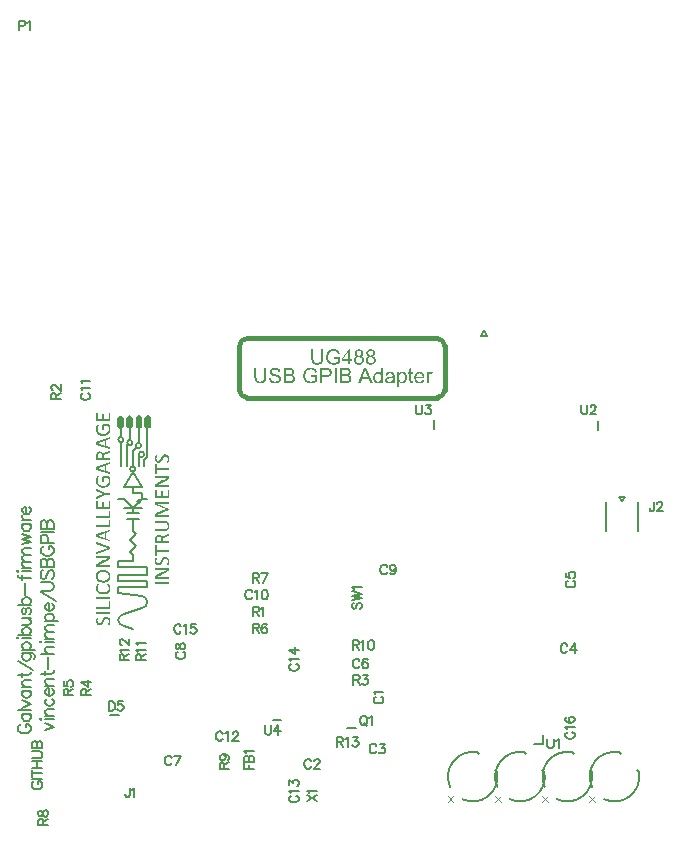
<source format=gto>
G04*
G04 #@! TF.GenerationSoftware,Altium Limited,Altium Designer,25.8.1 (18)*
G04*
G04 Layer_Color=65535*
%FSLAX44Y44*%
%MOMM*%
G71*
G04*
G04 #@! TF.SameCoordinates,23F0502B-7B20-4CC9-97BB-DA64BA6573D7*
G04*
G04*
G04 #@! TF.FilePolarity,Positive*
G04*
G01*
G75*
%ADD10C,0.4000*%
%ADD11C,0.2000*%
%ADD12C,0.1500*%
%ADD13C,0.1524*%
%ADD14C,0.1000*%
G36*
X91484Y386718D02*
X91484Y387267D01*
X91904Y388280D01*
X92680Y389056D01*
X93694Y389476D01*
X94242D01*
X94791Y389476D01*
X95805Y389056D01*
X96580Y388280D01*
X97000Y387267D01*
X97000Y386718D01*
X97000Y386718D01*
X97000Y381202D01*
Y380654D01*
X96580Y379640D01*
X95805Y378864D01*
X94791Y378445D01*
X94242Y378445D01*
X93694D01*
X92680Y378864D01*
X91904Y379640D01*
X91485Y380654D01*
Y381202D01*
X91484Y381203D01*
X91484Y386718D01*
D02*
G37*
G36*
X98984Y386976D02*
Y387525D01*
X99404Y388538D01*
X100180Y389314D01*
X101194Y389734D01*
X101742D01*
X102291D01*
X103304Y389314D01*
X104080Y388538D01*
X104500Y387525D01*
Y386976D01*
X104500Y386976D01*
X104500Y381460D01*
Y380912D01*
X104080Y379898D01*
X103304Y379123D01*
X102291Y378703D01*
X101742Y378703D01*
X101194Y378703D01*
X100180Y379123D01*
X99404Y379898D01*
X98984Y380912D01*
Y381460D01*
X98984Y381460D01*
X98984Y386976D01*
D02*
G37*
G36*
X107000Y386976D02*
Y387525D01*
X107420Y388538D01*
X108196Y389314D01*
X109209Y389734D01*
X109758D01*
X110307Y389734D01*
X111320Y389314D01*
X112096Y388538D01*
X112516Y387525D01*
Y386976D01*
X112516Y386976D01*
X112516Y381460D01*
Y380912D01*
X112096Y379898D01*
X111320Y379123D01*
X110307Y378703D01*
X109758Y378703D01*
X109209D01*
X108196Y379123D01*
X107420Y379898D01*
X107000Y380912D01*
Y381460D01*
X107000Y381460D01*
X107000Y386976D01*
D02*
G37*
G36*
X114500Y386976D02*
X114500Y387525D01*
X114920Y388538D01*
X115696Y389314D01*
X116709Y389734D01*
X117258Y389734D01*
X117807Y389734D01*
X118820Y389314D01*
X119596Y388538D01*
X120016Y387525D01*
Y386976D01*
X120016Y386976D01*
X120016Y381460D01*
Y380912D01*
X119596Y379898D01*
X118820Y379123D01*
X117806Y378703D01*
X117258Y378703D01*
X116709Y378703D01*
X115696Y379123D01*
X114920Y379898D01*
X114500Y380912D01*
Y381460D01*
X114500Y381460D01*
X114500Y386976D01*
D02*
G37*
G36*
X132330Y356710D02*
X132537Y356694D01*
X132760Y356646D01*
X133016Y356598D01*
X133271Y356519D01*
X133526Y356407D01*
X133558Y356391D01*
X133638Y356359D01*
X133750Y356279D01*
X133909Y356184D01*
X134084Y356056D01*
X134276Y355913D01*
X134467Y355737D01*
X134643Y355546D01*
X134659Y355514D01*
X134722Y355450D01*
X134802Y355338D01*
X134898Y355179D01*
X135010Y354987D01*
X135105Y354780D01*
X135217Y354525D01*
X135313Y354254D01*
X135329Y354222D01*
X135345Y354126D01*
X135377Y353982D01*
X135424Y353775D01*
X135472Y353552D01*
X135504Y353281D01*
X135520Y352994D01*
X135536Y352674D01*
Y352451D01*
X135520Y352308D01*
Y352132D01*
X135488Y351941D01*
X135440Y351558D01*
Y351542D01*
X135424Y351478D01*
X135408Y351382D01*
X135377Y351255D01*
X135345Y351111D01*
X135297Y350952D01*
X135201Y350649D01*
Y350633D01*
X135169Y350585D01*
X135137Y350505D01*
X135105Y350409D01*
X134994Y350202D01*
X134882Y349979D01*
Y349963D01*
X134850Y349931D01*
X134786Y349835D01*
X134706Y349707D01*
X134611Y349596D01*
X134595Y349580D01*
X134531Y349548D01*
X134451Y349500D01*
X134340Y349452D01*
X134324D01*
X134308D01*
X134212Y349436D01*
X134068Y349420D01*
X133877Y349404D01*
X133861D01*
X133845D01*
X133765D01*
X133654D01*
X133558Y349420D01*
X133526D01*
X133478Y349436D01*
X133399Y349452D01*
X133335Y349468D01*
X133319D01*
X133287Y349484D01*
X133255Y349516D01*
X133223Y349548D01*
X133207Y349564D01*
X133191Y349596D01*
X133175Y349644D01*
Y349724D01*
X133191Y349787D01*
X133239Y349899D01*
X133335Y350042D01*
Y350058D01*
X133367Y350090D01*
X133399Y350138D01*
X133430Y350202D01*
X133494Y350298D01*
X133542Y350393D01*
X133686Y350649D01*
Y350665D01*
X133718Y350712D01*
X133750Y350792D01*
X133797Y350904D01*
X133845Y351031D01*
X133893Y351191D01*
X133957Y351351D01*
X134021Y351542D01*
Y351574D01*
X134052Y351638D01*
X134068Y351749D01*
X134100Y351893D01*
X134132Y352068D01*
X134148Y352276D01*
X134180Y352499D01*
Y352930D01*
X134164Y353057D01*
X134148Y353201D01*
X134132Y353360D01*
X134052Y353679D01*
Y353695D01*
X134021Y353759D01*
X133989Y353839D01*
X133957Y353935D01*
X133829Y354174D01*
X133670Y354413D01*
X133654Y354429D01*
X133622Y354461D01*
X133574Y354525D01*
X133494Y354589D01*
X133399Y354668D01*
X133303Y354748D01*
X133048Y354892D01*
X133032Y354908D01*
X132984Y354924D01*
X132904Y354955D01*
X132808Y354987D01*
X132681Y355019D01*
X132537Y355035D01*
X132378Y355067D01*
X132202D01*
X132186D01*
X132122D01*
X132027Y355051D01*
X131899Y355035D01*
X131771Y355003D01*
X131628Y354971D01*
X131484Y354908D01*
X131341Y354828D01*
X131325Y354812D01*
X131277Y354780D01*
X131213Y354732D01*
X131133Y354668D01*
X131038Y354589D01*
X130926Y354477D01*
X130830Y354365D01*
X130719Y354222D01*
X130703Y354206D01*
X130671Y354158D01*
X130623Y354078D01*
X130543Y353966D01*
X130463Y353839D01*
X130384Y353695D01*
X130208Y353360D01*
X130192Y353344D01*
X130176Y353281D01*
X130128Y353185D01*
X130065Y353057D01*
X130001Y352914D01*
X129921Y352738D01*
X129762Y352371D01*
X129746Y352355D01*
X129714Y352292D01*
X129666Y352180D01*
X129602Y352052D01*
X129522Y351909D01*
X129443Y351733D01*
X129235Y351382D01*
X129219Y351366D01*
X129187Y351303D01*
X129124Y351207D01*
X129044Y351095D01*
X128948Y350968D01*
X128836Y350824D01*
X128565Y350521D01*
X128549Y350505D01*
X128502Y350457D01*
X128422Y350393D01*
X128310Y350314D01*
X128182Y350218D01*
X128023Y350106D01*
X127864Y350011D01*
X127672Y349915D01*
X127640Y349899D01*
X127576Y349883D01*
X127465Y349851D01*
X127321Y349803D01*
X127130Y349755D01*
X126922Y349724D01*
X126683Y349707D01*
X126412Y349692D01*
X126396D01*
X126380D01*
X126284D01*
X126141Y349707D01*
X125965Y349724D01*
X125758Y349755D01*
X125535Y349803D01*
X125311Y349867D01*
X125088Y349963D01*
X125056Y349979D01*
X124992Y350011D01*
X124881Y350074D01*
X124737Y350154D01*
X124593Y350266D01*
X124418Y350393D01*
X124258Y350537D01*
X124099Y350712D01*
X124083Y350728D01*
X124035Y350792D01*
X123955Y350904D01*
X123876Y351031D01*
X123780Y351207D01*
X123668Y351398D01*
X123573Y351622D01*
X123493Y351861D01*
X123477Y351893D01*
X123461Y351973D01*
X123429Y352116D01*
X123381Y352292D01*
X123349Y352499D01*
X123317Y352754D01*
X123301Y353009D01*
X123286Y353297D01*
Y353440D01*
X123301Y353552D01*
Y353663D01*
X123317Y353807D01*
X123365Y354094D01*
Y354110D01*
X123381Y354158D01*
X123397Y354238D01*
X123413Y354349D01*
X123429Y354461D01*
X123461Y354589D01*
X123541Y354860D01*
Y354876D01*
X123557Y354924D01*
X123589Y354987D01*
X123621Y355067D01*
X123700Y355275D01*
X123796Y355482D01*
Y355498D01*
X123812Y355530D01*
X123876Y355641D01*
X123955Y355753D01*
X123987Y355817D01*
X124019Y355849D01*
X124035Y355865D01*
X124067Y355897D01*
X124115Y355944D01*
X124163Y355960D01*
X124179D01*
X124195Y355976D01*
X124290Y356008D01*
X124306D01*
X124338Y356024D01*
X124402D01*
X124482Y356040D01*
X124498D01*
X124562Y356056D01*
X124657D01*
X124769D01*
X124801D01*
X124865D01*
X124960D01*
X125056Y356040D01*
X125072D01*
X125136Y356024D01*
X125200Y356008D01*
X125279Y355992D01*
X125295D01*
X125327Y355976D01*
X125407Y355913D01*
X125423Y355881D01*
X125439Y355801D01*
Y355785D01*
X125423Y355721D01*
X125391Y355625D01*
X125311Y355482D01*
Y355466D01*
X125295Y355450D01*
X125263Y355402D01*
X125232Y355338D01*
X125136Y355163D01*
X125024Y354939D01*
Y354924D01*
X124992Y354892D01*
X124960Y354828D01*
X124929Y354732D01*
X124881Y354621D01*
X124833Y354509D01*
X124785Y354365D01*
X124737Y354206D01*
Y354190D01*
X124721Y354126D01*
X124689Y354046D01*
X124657Y353919D01*
X124641Y353791D01*
X124609Y353615D01*
X124593Y353440D01*
Y353073D01*
X124609Y352962D01*
X124625Y352818D01*
X124657Y352674D01*
X124737Y352387D01*
Y352371D01*
X124753Y352323D01*
X124785Y352260D01*
X124833Y352180D01*
X124944Y351973D01*
X125088Y351781D01*
X125104Y351765D01*
X125120Y351749D01*
X125168Y351701D01*
X125232Y351654D01*
X125407Y351526D01*
X125614Y351414D01*
X125630D01*
X125662Y351398D01*
X125726Y351382D01*
X125806Y351366D01*
X125901Y351334D01*
X126013Y351319D01*
X126268Y351303D01*
X126284D01*
X126348D01*
X126444Y351319D01*
X126556Y351334D01*
X126699Y351351D01*
X126843Y351398D01*
X126986Y351446D01*
X127130Y351526D01*
X127146Y351542D01*
X127193Y351574D01*
X127257Y351622D01*
X127337Y351685D01*
X127433Y351765D01*
X127544Y351877D01*
X127640Y352005D01*
X127752Y352132D01*
X127768Y352148D01*
X127800Y352196D01*
X127847Y352276D01*
X127911Y352387D01*
X127991Y352515D01*
X128087Y352659D01*
X128262Y352994D01*
X128278Y353009D01*
X128294Y353073D01*
X128342Y353185D01*
X128406Y353312D01*
X128470Y353456D01*
X128549Y353632D01*
X128725Y353998D01*
X128741Y354014D01*
X128773Y354094D01*
X128820Y354190D01*
X128884Y354317D01*
X128964Y354461D01*
X129044Y354636D01*
X129251Y354987D01*
X129267Y355003D01*
X129299Y355067D01*
X129363Y355163D01*
X129427Y355290D01*
X129522Y355418D01*
X129634Y355562D01*
X129905Y355865D01*
X129921Y355881D01*
X129969Y355928D01*
X130049Y355992D01*
X130160Y356088D01*
X130288Y356184D01*
X130448Y356295D01*
X130623Y356391D01*
X130814Y356487D01*
X130830Y356503D01*
X130910Y356519D01*
X131006Y356567D01*
X131149Y356614D01*
X131341Y356646D01*
X131548Y356694D01*
X131771Y356710D01*
X132027Y356726D01*
X132043D01*
X132059D01*
X132107D01*
X132170D01*
X132330Y356710D01*
D02*
G37*
G36*
X124354Y348591D02*
X124450Y348575D01*
X124466D01*
X124530Y348559D01*
X124593Y348543D01*
X124657Y348511D01*
X124673D01*
X124705Y348495D01*
X124737Y348463D01*
X124769Y348415D01*
Y348400D01*
X124785Y348384D01*
X124801Y348288D01*
Y344954D01*
X135121D01*
X135137D01*
X135169D01*
X135217Y344938D01*
X135265Y344906D01*
X135297Y344874D01*
X135313Y344842D01*
X135345Y344779D01*
Y344763D01*
X135360Y344715D01*
Y344635D01*
X135377Y344523D01*
Y344492D01*
X135392Y344428D01*
X135408Y344316D01*
Y344029D01*
X135392Y343901D01*
X135377Y343774D01*
Y343758D01*
X135360Y343694D01*
Y343614D01*
X135345Y343534D01*
Y343518D01*
X135329Y343487D01*
X135297Y343439D01*
X135265Y343407D01*
X135249D01*
X135217Y343391D01*
X135121Y343375D01*
X124801D01*
Y339977D01*
X124769Y339882D01*
X124737Y339850D01*
X124705Y339818D01*
X124657Y339786D01*
X124641D01*
X124593Y339770D01*
X124530Y339754D01*
X124450Y339738D01*
X124434D01*
X124370D01*
X124275Y339722D01*
X124147D01*
X124131D01*
X124115D01*
X124035D01*
X123940D01*
X123844Y339738D01*
X123812D01*
X123764Y339754D01*
X123684Y339770D01*
X123621Y339786D01*
X123604Y339802D01*
X123573Y339818D01*
X123541Y339850D01*
X123509Y339882D01*
X123493Y339897D01*
X123477Y339929D01*
X123461Y339977D01*
Y348336D01*
X123477Y348384D01*
X123509Y348415D01*
Y348431D01*
X123541Y348447D01*
X123573Y348479D01*
X123621Y348511D01*
X123636Y348527D01*
X123684Y348543D01*
X123748Y348559D01*
X123844Y348575D01*
X123860D01*
X123924Y348591D01*
X124019Y348607D01*
X124147D01*
X124179D01*
X124243D01*
X124354Y348591D01*
D02*
G37*
G36*
X134930Y337967D02*
X135042Y337935D01*
X135057Y337920D01*
X135121Y337888D01*
X135185Y337840D01*
X135249Y337760D01*
X135265Y337744D01*
X135297Y337696D01*
X135329Y337632D01*
X135360Y337537D01*
Y337521D01*
X135377Y337473D01*
X135392Y337393D01*
Y336628D01*
X135377Y336484D01*
X135345Y336340D01*
X135329Y336309D01*
X135297Y336229D01*
X135249Y336117D01*
X135169Y335989D01*
X135137Y335958D01*
X135073Y335894D01*
X134946Y335782D01*
X134802Y335654D01*
X134786D01*
X134754Y335623D01*
X134706Y335591D01*
X134643Y335559D01*
X134547Y335495D01*
X134451Y335447D01*
X134196Y335304D01*
X127433Y331667D01*
X127417Y331651D01*
X127337Y331619D01*
X127241Y331555D01*
X127098Y331491D01*
X126938Y331395D01*
X126763Y331300D01*
X126556Y331204D01*
X126348Y331092D01*
X126316Y331077D01*
X126252Y331045D01*
X126141Y330997D01*
X125997Y330917D01*
X125822Y330837D01*
X125630Y330757D01*
X125232Y330566D01*
Y330534D01*
X125263D01*
X125343D01*
X125471Y330550D01*
X125646D01*
X125838D01*
X126077Y330566D01*
X126316D01*
X126571D01*
X126603D01*
X126683D01*
X126827D01*
X127002Y330582D01*
X127210D01*
X127433D01*
X127688D01*
X127943D01*
X135121D01*
X135137D01*
X135153D01*
X135201Y330566D01*
X135249Y330534D01*
X135265D01*
X135281Y330502D01*
X135313Y330470D01*
X135345Y330407D01*
Y330391D01*
X135360Y330343D01*
Y330263D01*
X135377Y330151D01*
Y330119D01*
X135392Y330056D01*
X135408Y329944D01*
Y329641D01*
X135392Y329513D01*
X135377Y329386D01*
Y329370D01*
X135360Y329306D01*
Y329226D01*
X135345Y329146D01*
Y329131D01*
X135313Y329099D01*
X135297Y329067D01*
X135249Y329035D01*
X135233D01*
X135201Y329019D01*
X135121Y329003D01*
X124147D01*
X124131D01*
X124083D01*
X124019Y329019D01*
X123940Y329035D01*
X123764Y329099D01*
X123684Y329146D01*
X123621Y329210D01*
Y329226D01*
X123589Y329242D01*
X123541Y329338D01*
X123493Y329481D01*
X123461Y329657D01*
Y330598D01*
X123477Y330742D01*
X123509Y330885D01*
Y330901D01*
X123525Y330917D01*
X123541Y330997D01*
X123589Y331108D01*
X123668Y331220D01*
X123684Y331252D01*
X123748Y331316D01*
X123844Y331412D01*
X123971Y331507D01*
X124003Y331539D01*
X124099Y331603D01*
X124243Y331699D01*
X124434Y331810D01*
X129650Y334602D01*
X129666Y334618D01*
X129730Y334650D01*
X129825Y334697D01*
X129953Y334761D01*
X130097Y334841D01*
X130256Y334921D01*
X130591Y335096D01*
X130607Y335112D01*
X130671Y335144D01*
X130751Y335192D01*
X130862Y335240D01*
X131006Y335320D01*
X131149Y335399D01*
X131484Y335559D01*
X131500Y335575D01*
X131564Y335591D01*
X131644Y335639D01*
X131756Y335702D01*
X131899Y335766D01*
X132043Y335830D01*
X132362Y335989D01*
X132378Y336005D01*
X132425Y336021D01*
X132521Y336069D01*
X132617Y336133D01*
X132745Y336197D01*
X132888Y336277D01*
X133207Y336436D01*
X133191D01*
X133175D01*
X133080D01*
X132936D01*
X132745D01*
X132521Y336420D01*
X132266D01*
X131995D01*
X131708D01*
X131692D01*
X131676D01*
X131628D01*
X131564D01*
X131421D01*
X131213D01*
X130990D01*
X130735D01*
X130192D01*
X123748D01*
X123732D01*
X123716D01*
X123636Y336452D01*
X123621D01*
X123604Y336484D01*
X123573Y336516D01*
X123541Y336580D01*
X123525Y336596D01*
X123509Y336643D01*
X123493Y336723D01*
X123477Y336819D01*
Y336851D01*
X123461Y336931D01*
X123445Y337058D01*
Y337345D01*
X123461Y337457D01*
X123477Y337585D01*
Y337617D01*
X123493Y337680D01*
X123509Y337760D01*
X123541Y337824D01*
Y337840D01*
X123557Y337872D01*
X123589Y337920D01*
X123636Y337952D01*
Y337967D01*
X123668Y337983D01*
X123700Y337999D01*
X123748D01*
X134722D01*
X134754D01*
X134834D01*
X134930Y337967D01*
D02*
G37*
G36*
X134914Y326419D02*
X135010Y326403D01*
X135026D01*
X135089Y326387D01*
X135153Y326371D01*
X135217Y326339D01*
X135233D01*
X135265Y326307D01*
X135297Y326275D01*
X135329Y326227D01*
Y326211D01*
X135345Y326195D01*
X135360Y326100D01*
Y320357D01*
X135345Y320262D01*
X135313Y320134D01*
X135233Y319990D01*
X135201Y319958D01*
X135169Y319943D01*
X135121Y319911D01*
X135042Y319879D01*
X134962Y319847D01*
X134850Y319831D01*
X134722Y319815D01*
X124115D01*
X124099D01*
X124051D01*
X123987Y319831D01*
X123908D01*
X123748Y319895D01*
X123668Y319927D01*
X123604Y319990D01*
Y320006D01*
X123589Y320022D01*
X123525Y320118D01*
X123477Y320246D01*
X123461Y320389D01*
Y326084D01*
X123477Y326132D01*
X123509Y326163D01*
Y326180D01*
X123541Y326195D01*
X123573Y326227D01*
X123621Y326259D01*
X123636Y326275D01*
X123668Y326291D01*
X123748Y326307D01*
X123828Y326323D01*
X123844D01*
X123908Y326339D01*
X124003Y326355D01*
X124131D01*
X124163D01*
X124227D01*
X124338Y326339D01*
X124434Y326323D01*
X124450D01*
X124498Y326307D01*
X124625Y326259D01*
X124641D01*
X124673Y326243D01*
X124705Y326211D01*
X124737Y326163D01*
Y326148D01*
X124753Y326132D01*
X124769Y326036D01*
Y321394D01*
X128518D01*
Y325430D01*
X128533Y325478D01*
X128565Y325509D01*
X128581Y325526D01*
X128597Y325541D01*
X128693Y325605D01*
X128709Y325621D01*
X128741Y325637D01*
X128805Y325653D01*
X128884Y325669D01*
X128900D01*
X128964Y325685D01*
X129060Y325701D01*
X129187D01*
X129219D01*
X129283D01*
X129379Y325685D01*
X129474Y325669D01*
X129490D01*
X129538Y325653D01*
X129666Y325605D01*
X129682D01*
X129698Y325589D01*
X129762Y325509D01*
Y325494D01*
X129778Y325478D01*
X129794Y325382D01*
Y321394D01*
X134052D01*
Y326148D01*
X134068Y326195D01*
X134100Y326227D01*
Y326243D01*
X134132Y326259D01*
X134164Y326307D01*
X134212Y326339D01*
X134228Y326355D01*
X134260Y326371D01*
X134340Y326387D01*
X134419Y326403D01*
X134435D01*
X134499Y326419D01*
X134595Y326435D01*
X134722D01*
X134754D01*
X134818D01*
X134914Y326419D01*
D02*
G37*
G36*
X135217Y316641D02*
X135265Y316609D01*
X135297Y316577D01*
X135313Y316545D01*
X135345Y316481D01*
Y316465D01*
X135360Y316417D01*
Y316338D01*
X135377Y316242D01*
Y316210D01*
X135392Y316146D01*
X135408Y316019D01*
Y315731D01*
X135392Y315604D01*
X135377Y315476D01*
Y315460D01*
X135360Y315396D01*
Y315317D01*
X135345Y315237D01*
Y315221D01*
X135329Y315189D01*
X135297Y315141D01*
X135265Y315109D01*
X135249D01*
X135217Y315093D01*
X135121Y315077D01*
X124769D01*
Y315046D01*
X135169Y310850D01*
X135185D01*
X135201Y310834D01*
X135249Y310819D01*
X135281Y310771D01*
Y310755D01*
X135313Y310739D01*
X135329Y310691D01*
X135360Y310627D01*
Y310611D01*
X135377Y310563D01*
Y310499D01*
X135392Y310404D01*
Y310324D01*
X135408Y310212D01*
Y309973D01*
X135392Y309861D01*
X135377Y309750D01*
Y309734D01*
X135360Y309670D01*
Y309606D01*
X135345Y309526D01*
Y309510D01*
X135329Y309479D01*
X135297Y309431D01*
X135265Y309383D01*
X135249D01*
X135233Y309351D01*
X135169Y309319D01*
X124769Y305299D01*
X135121D01*
X135137D01*
X135169D01*
X135217Y305283D01*
X135265Y305252D01*
X135297Y305220D01*
X135313Y305188D01*
X135345Y305124D01*
Y305108D01*
X135360Y305060D01*
Y304980D01*
X135377Y304869D01*
Y304837D01*
X135392Y304773D01*
X135408Y304645D01*
Y304358D01*
X135392Y304231D01*
X135377Y304103D01*
Y304087D01*
X135360Y304023D01*
Y303944D01*
X135345Y303864D01*
Y303848D01*
X135329Y303816D01*
X135297Y303784D01*
X135265Y303752D01*
X135249D01*
X135217Y303736D01*
X135121Y303720D01*
X124179D01*
X124163D01*
X124115D01*
X124051Y303736D01*
X123971Y303752D01*
X123780Y303800D01*
X123700Y303848D01*
X123636Y303912D01*
X123621Y303928D01*
X123604Y303944D01*
X123541Y304055D01*
X123493Y304199D01*
X123461Y304279D01*
Y305523D01*
X123493Y305698D01*
X123525Y305874D01*
Y305890D01*
X123541Y305905D01*
X123557Y306001D01*
X123621Y306129D01*
X123700Y306256D01*
Y306272D01*
X123716Y306288D01*
X123780Y306352D01*
X123876Y306448D01*
X124003Y306544D01*
X124035Y306560D01*
X124115Y306607D01*
X124258Y306671D01*
X124434Y306735D01*
X133048Y310149D01*
Y310180D01*
X124466Y313722D01*
X124450D01*
X124418Y313738D01*
X124370Y313769D01*
X124290Y313785D01*
X124147Y313865D01*
X123987Y313945D01*
X123971D01*
X123955Y313961D01*
X123876Y314025D01*
X123780Y314120D01*
X123684Y314216D01*
X123668Y314248D01*
X123621Y314312D01*
X123573Y314408D01*
X123525Y314535D01*
Y314551D01*
X123509Y314567D01*
X123493Y314647D01*
X123477Y314790D01*
X123461Y314950D01*
Y316050D01*
X123477Y316146D01*
X123509Y316226D01*
X123525Y316242D01*
X123541Y316306D01*
X123589Y316369D01*
X123652Y316433D01*
X123668Y316449D01*
X123700Y316497D01*
X123780Y316545D01*
X123860Y316593D01*
X123876Y316609D01*
X123940Y316625D01*
X124051Y316641D01*
X124179Y316657D01*
X135121D01*
X135137D01*
X135169D01*
X135217Y316641D01*
D02*
G37*
G36*
X131245Y300578D02*
X131357D01*
X131628Y300562D01*
X131931Y300514D01*
X132250Y300466D01*
X132585Y300386D01*
X132920Y300275D01*
X132936D01*
X132952Y300259D01*
X133000Y300243D01*
X133064Y300211D01*
X133223Y300147D01*
X133414Y300035D01*
X133638Y299908D01*
X133877Y299764D01*
X134116Y299573D01*
X134356Y299366D01*
X134388Y299334D01*
X134451Y299254D01*
X134547Y299142D01*
X134675Y298967D01*
X134818Y298759D01*
X134962Y298504D01*
X135105Y298233D01*
X135233Y297930D01*
Y297914D01*
X135249Y297898D01*
X135265Y297850D01*
X135281Y297786D01*
X135297Y297707D01*
X135329Y297611D01*
X135377Y297372D01*
X135440Y297085D01*
X135488Y296765D01*
X135520Y296399D01*
X135536Y296000D01*
Y295840D01*
X135520Y295745D01*
Y295649D01*
X135504Y295410D01*
X135472Y295138D01*
X135424Y294835D01*
X135360Y294516D01*
X135265Y294213D01*
Y294197D01*
X135249Y294181D01*
X135233Y294133D01*
X135217Y294086D01*
X135137Y293926D01*
X135057Y293735D01*
X134930Y293511D01*
X134786Y293288D01*
X134611Y293049D01*
X134419Y292826D01*
X134388Y292794D01*
X134324Y292730D01*
X134196Y292634D01*
X134037Y292507D01*
X133829Y292363D01*
X133590Y292203D01*
X133335Y292060D01*
X133032Y291932D01*
X133016D01*
X133000Y291916D01*
X132952Y291900D01*
X132888Y291884D01*
X132808Y291868D01*
X132713Y291837D01*
X132473Y291789D01*
X132186Y291725D01*
X131867Y291677D01*
X131500Y291645D01*
X131102Y291629D01*
X123716D01*
X123700D01*
X123668D01*
X123589Y291661D01*
X123573D01*
X123557Y291693D01*
X123525Y291725D01*
X123493Y291789D01*
Y291805D01*
X123477Y291852D01*
X123461Y291932D01*
X123445Y292028D01*
Y292060D01*
X123429Y292124D01*
X123413Y292251D01*
Y292538D01*
X123429Y292666D01*
X123445Y292794D01*
Y292826D01*
X123461Y292889D01*
X123477Y292969D01*
X123493Y293033D01*
Y293049D01*
X123509Y293081D01*
X123541Y293129D01*
X123589Y293160D01*
X123604Y293176D01*
X123621Y293192D01*
X123668Y293208D01*
X123716D01*
X130894D01*
X130910D01*
X130926D01*
X130974D01*
X131038D01*
X131181Y293224D01*
X131389Y293240D01*
X131612Y293256D01*
X131851Y293288D01*
X132107Y293336D01*
X132346Y293400D01*
X132378Y293416D01*
X132442Y293432D01*
X132553Y293479D01*
X132697Y293559D01*
X132856Y293639D01*
X133032Y293735D01*
X133207Y293862D01*
X133367Y293990D01*
X133383Y294006D01*
X133430Y294054D01*
X133510Y294133D01*
X133606Y294245D01*
X133702Y294373D01*
X133797Y294532D01*
X133909Y294708D01*
X133989Y294899D01*
Y294931D01*
X134021Y294995D01*
X134052Y295107D01*
X134084Y295250D01*
X134116Y295441D01*
X134148Y295633D01*
X134164Y295872D01*
X134180Y296112D01*
Y296223D01*
X134164Y296351D01*
X134148Y296526D01*
X134132Y296702D01*
X134100Y296909D01*
X134052Y297116D01*
X133989Y297324D01*
X133973Y297356D01*
X133957Y297419D01*
X133909Y297515D01*
X133829Y297643D01*
X133750Y297786D01*
X133638Y297930D01*
X133526Y298089D01*
X133383Y298233D01*
X133367Y298249D01*
X133303Y298297D01*
X133223Y298361D01*
X133096Y298456D01*
X132952Y298536D01*
X132776Y298632D01*
X132585Y298727D01*
X132378Y298807D01*
X132346Y298823D01*
X132266Y298839D01*
X132154Y298871D01*
X131979Y298919D01*
X131771Y298951D01*
X131532Y298983D01*
X131261Y298999D01*
X130974Y299015D01*
X123716D01*
X123700D01*
X123668D01*
X123589Y299046D01*
X123573D01*
X123557Y299078D01*
X123525Y299110D01*
X123493Y299174D01*
Y299190D01*
X123477Y299238D01*
X123461Y299318D01*
X123445Y299413D01*
Y299445D01*
X123429Y299525D01*
X123413Y299637D01*
Y299924D01*
X123429Y300051D01*
X123445Y300163D01*
Y300195D01*
X123461Y300259D01*
X123477Y300338D01*
X123493Y300402D01*
Y300418D01*
X123509Y300450D01*
X123541Y300498D01*
X123589Y300546D01*
X123604Y300562D01*
X123621Y300578D01*
X123668Y300594D01*
X123716D01*
X130974D01*
X130990D01*
X131022D01*
X131086D01*
X131149D01*
X131245Y300578D01*
D02*
G37*
G36*
X135265Y289316D02*
X135297Y289284D01*
X135313Y289252D01*
X135345Y289189D01*
Y289173D01*
X135360Y289125D01*
Y289045D01*
X135377Y288933D01*
Y288902D01*
X135392Y288822D01*
X135408Y288678D01*
Y288359D01*
X135392Y288232D01*
X135377Y288104D01*
Y288088D01*
X135360Y288024D01*
X135345Y287945D01*
X135329Y287865D01*
Y287849D01*
X135297Y287817D01*
X135281Y287769D01*
X135233Y287721D01*
X135217D01*
X135185Y287689D01*
X135121Y287673D01*
X135042Y287641D01*
X132234Y286541D01*
X132218Y286525D01*
X132154Y286509D01*
X132059Y286477D01*
X131947Y286413D01*
X131803Y286365D01*
X131660Y286285D01*
X131357Y286142D01*
X131341Y286126D01*
X131293Y286110D01*
X131213Y286062D01*
X131117Y285998D01*
X130894Y285839D01*
X130671Y285648D01*
X130655Y285632D01*
X130623Y285600D01*
X130575Y285536D01*
X130511Y285456D01*
X130432Y285360D01*
X130368Y285249D01*
X130224Y284977D01*
X130208Y284962D01*
X130192Y284914D01*
X130160Y284834D01*
X130128Y284722D01*
X130097Y284579D01*
X130081Y284419D01*
X130049Y284244D01*
Y283000D01*
X135121D01*
X135137D01*
X135169D01*
X135217Y282984D01*
X135265Y282952D01*
Y282936D01*
X135297Y282920D01*
X135313Y282872D01*
X135345Y282808D01*
Y282792D01*
X135360Y282744D01*
Y282681D01*
X135377Y282569D01*
Y282537D01*
X135392Y282473D01*
X135408Y282362D01*
Y282074D01*
X135392Y281947D01*
X135377Y281819D01*
Y281803D01*
X135360Y281739D01*
Y281660D01*
X135345Y281580D01*
Y281564D01*
X135329Y281532D01*
X135297Y281484D01*
X135265Y281452D01*
X135249D01*
X135217Y281436D01*
X135121Y281420D01*
X124115D01*
X124099D01*
X124051D01*
X123987Y281436D01*
X123908D01*
X123748Y281500D01*
X123668Y281532D01*
X123604Y281596D01*
Y281612D01*
X123589Y281628D01*
X123525Y281723D01*
X123477Y281851D01*
X123461Y281995D01*
Y284786D01*
X123477Y285041D01*
X123493Y285281D01*
Y285392D01*
X123509Y285456D01*
X123525Y285632D01*
X123541Y285823D01*
Y285855D01*
X123557Y285935D01*
X123589Y286062D01*
X123636Y286238D01*
X123684Y286413D01*
X123748Y286621D01*
X123924Y287035D01*
X123940Y287051D01*
X123971Y287131D01*
X124019Y287227D01*
X124099Y287338D01*
X124195Y287482D01*
X124306Y287625D01*
X124434Y287769D01*
X124578Y287913D01*
X124593Y287929D01*
X124641Y287976D01*
X124721Y288040D01*
X124833Y288120D01*
X124960Y288200D01*
X125120Y288295D01*
X125279Y288375D01*
X125471Y288455D01*
X125487Y288471D01*
X125567Y288487D01*
X125662Y288519D01*
X125806Y288551D01*
X125965Y288582D01*
X126157Y288614D01*
X126380Y288646D01*
X126603D01*
X126635D01*
X126699D01*
X126811Y288630D01*
X126954D01*
X127130Y288598D01*
X127305Y288567D01*
X127481Y288535D01*
X127672Y288471D01*
X127688D01*
X127752Y288439D01*
X127847Y288407D01*
X127959Y288359D01*
X128087Y288295D01*
X128230Y288216D01*
X128518Y288008D01*
X128533Y287992D01*
X128581Y287960D01*
X128645Y287897D01*
X128725Y287801D01*
X128820Y287689D01*
X128932Y287578D01*
X129028Y287434D01*
X129140Y287274D01*
X129156Y287259D01*
X129187Y287195D01*
X129235Y287115D01*
X129299Y287003D01*
X129363Y286860D01*
X129443Y286700D01*
X129522Y286525D01*
X129586Y286333D01*
Y286349D01*
X129602Y286381D01*
X129634Y286445D01*
X129682Y286509D01*
X129778Y286684D01*
X129921Y286876D01*
X129937Y286892D01*
X129953Y286924D01*
X130001Y286956D01*
X130049Y287019D01*
X130208Y287163D01*
X130400Y287322D01*
X130416Y287338D01*
X130448Y287354D01*
X130511Y287402D01*
X130575Y287450D01*
X130671Y287514D01*
X130782Y287578D01*
X131038Y287705D01*
X131054Y287721D01*
X131102Y287737D01*
X131165Y287769D01*
X131261Y287817D01*
X131389Y287881D01*
X131516Y287945D01*
X131835Y288072D01*
X134451Y289141D01*
X134467D01*
X134499Y289157D01*
X134563Y289189D01*
X134627Y289205D01*
X134786Y289268D01*
X134850Y289284D01*
X134914Y289300D01*
X134930Y289316D01*
X134994Y289332D01*
X135057Y289348D01*
X135121D01*
X135137D01*
X135169D01*
X135265Y289316D01*
D02*
G37*
G36*
X124354Y279682D02*
X124450Y279666D01*
X124466D01*
X124530Y279650D01*
X124593Y279634D01*
X124657Y279602D01*
X124673D01*
X124705Y279586D01*
X124737Y279554D01*
X124769Y279506D01*
Y279490D01*
X124785Y279474D01*
X124801Y279379D01*
Y276045D01*
X135121D01*
X135137D01*
X135169D01*
X135217Y276029D01*
X135265Y275997D01*
X135297Y275965D01*
X135313Y275933D01*
X135345Y275869D01*
Y275853D01*
X135360Y275806D01*
Y275726D01*
X135377Y275614D01*
Y275582D01*
X135392Y275518D01*
X135408Y275407D01*
Y275120D01*
X135392Y274992D01*
X135377Y274865D01*
Y274848D01*
X135360Y274785D01*
Y274705D01*
X135345Y274625D01*
Y274609D01*
X135329Y274577D01*
X135297Y274529D01*
X135265Y274498D01*
X135249D01*
X135217Y274482D01*
X135121Y274466D01*
X124801D01*
Y271068D01*
X124769Y270972D01*
X124737Y270940D01*
X124705Y270909D01*
X124657Y270877D01*
X124641D01*
X124593Y270861D01*
X124530Y270845D01*
X124450Y270829D01*
X124434D01*
X124370D01*
X124275Y270813D01*
X124147D01*
X124131D01*
X124115D01*
X124035D01*
X123940D01*
X123844Y270829D01*
X123812D01*
X123764Y270845D01*
X123684Y270861D01*
X123621Y270877D01*
X123604Y270893D01*
X123573Y270909D01*
X123541Y270940D01*
X123509Y270972D01*
X123493Y270988D01*
X123477Y271020D01*
X123461Y271068D01*
Y279426D01*
X123477Y279474D01*
X123509Y279506D01*
Y279522D01*
X123541Y279538D01*
X123573Y279570D01*
X123621Y279602D01*
X123636Y279618D01*
X123684Y279634D01*
X123748Y279650D01*
X123844Y279666D01*
X123860D01*
X123924Y279682D01*
X124019Y279698D01*
X124147D01*
X124179D01*
X124243D01*
X124354Y279682D01*
D02*
G37*
G36*
X132330Y269983D02*
X132537Y269967D01*
X132760Y269920D01*
X133016Y269872D01*
X133271Y269792D01*
X133526Y269680D01*
X133558Y269664D01*
X133638Y269632D01*
X133750Y269553D01*
X133909Y269457D01*
X134084Y269329D01*
X134276Y269186D01*
X134467Y269010D01*
X134643Y268819D01*
X134659Y268787D01*
X134722Y268723D01*
X134802Y268612D01*
X134898Y268452D01*
X135010Y268261D01*
X135105Y268053D01*
X135217Y267798D01*
X135313Y267527D01*
X135329Y267495D01*
X135345Y267399D01*
X135377Y267256D01*
X135424Y267048D01*
X135472Y266825D01*
X135504Y266554D01*
X135520Y266267D01*
X135536Y265948D01*
Y265724D01*
X135520Y265581D01*
Y265405D01*
X135488Y265214D01*
X135440Y264831D01*
Y264815D01*
X135424Y264751D01*
X135408Y264656D01*
X135377Y264528D01*
X135345Y264384D01*
X135297Y264225D01*
X135201Y263922D01*
Y263906D01*
X135169Y263858D01*
X135137Y263778D01*
X135105Y263683D01*
X134994Y263475D01*
X134882Y263252D01*
Y263236D01*
X134850Y263204D01*
X134786Y263108D01*
X134706Y262981D01*
X134611Y262869D01*
X134595Y262853D01*
X134531Y262821D01*
X134451Y262773D01*
X134340Y262726D01*
X134324D01*
X134308D01*
X134212Y262710D01*
X134068Y262694D01*
X133877Y262678D01*
X133861D01*
X133845D01*
X133765D01*
X133654D01*
X133558Y262694D01*
X133526D01*
X133478Y262710D01*
X133399Y262726D01*
X133335Y262742D01*
X133319D01*
X133287Y262757D01*
X133255Y262789D01*
X133223Y262821D01*
X133207Y262837D01*
X133191Y262869D01*
X133175Y262917D01*
Y262997D01*
X133191Y263061D01*
X133239Y263172D01*
X133335Y263316D01*
Y263332D01*
X133367Y263364D01*
X133399Y263412D01*
X133430Y263475D01*
X133494Y263571D01*
X133542Y263667D01*
X133686Y263922D01*
Y263938D01*
X133718Y263986D01*
X133750Y264065D01*
X133797Y264177D01*
X133845Y264305D01*
X133893Y264464D01*
X133957Y264624D01*
X134021Y264815D01*
Y264847D01*
X134052Y264911D01*
X134068Y265023D01*
X134100Y265166D01*
X134132Y265342D01*
X134148Y265549D01*
X134180Y265772D01*
Y266203D01*
X134164Y266331D01*
X134148Y266474D01*
X134132Y266634D01*
X134052Y266953D01*
Y266969D01*
X134021Y267032D01*
X133989Y267112D01*
X133957Y267208D01*
X133829Y267447D01*
X133670Y267686D01*
X133654Y267702D01*
X133622Y267734D01*
X133574Y267798D01*
X133494Y267862D01*
X133399Y267942D01*
X133303Y268021D01*
X133048Y268165D01*
X133032Y268181D01*
X132984Y268197D01*
X132904Y268229D01*
X132808Y268261D01*
X132681Y268293D01*
X132537Y268309D01*
X132378Y268340D01*
X132202D01*
X132186D01*
X132122D01*
X132027Y268325D01*
X131899Y268309D01*
X131771Y268277D01*
X131628Y268245D01*
X131484Y268181D01*
X131341Y268101D01*
X131325Y268085D01*
X131277Y268053D01*
X131213Y268006D01*
X131133Y267942D01*
X131038Y267862D01*
X130926Y267750D01*
X130830Y267639D01*
X130719Y267495D01*
X130703Y267479D01*
X130671Y267431D01*
X130623Y267351D01*
X130543Y267240D01*
X130463Y267112D01*
X130384Y266969D01*
X130208Y266634D01*
X130192Y266618D01*
X130176Y266554D01*
X130128Y266458D01*
X130065Y266331D01*
X130001Y266187D01*
X129921Y266012D01*
X129762Y265645D01*
X129746Y265629D01*
X129714Y265565D01*
X129666Y265453D01*
X129602Y265326D01*
X129522Y265182D01*
X129443Y265007D01*
X129235Y264656D01*
X129219Y264640D01*
X129187Y264576D01*
X129124Y264480D01*
X129044Y264369D01*
X128948Y264241D01*
X128836Y264097D01*
X128565Y263794D01*
X128549Y263778D01*
X128502Y263731D01*
X128422Y263667D01*
X128310Y263587D01*
X128182Y263491D01*
X128023Y263380D01*
X127864Y263284D01*
X127672Y263188D01*
X127640Y263172D01*
X127576Y263156D01*
X127465Y263124D01*
X127321Y263076D01*
X127130Y263029D01*
X126922Y262997D01*
X126683Y262981D01*
X126412Y262965D01*
X126396D01*
X126380D01*
X126284D01*
X126141Y262981D01*
X125965Y262997D01*
X125758Y263029D01*
X125535Y263076D01*
X125311Y263140D01*
X125088Y263236D01*
X125056Y263252D01*
X124992Y263284D01*
X124881Y263348D01*
X124737Y263428D01*
X124593Y263539D01*
X124418Y263667D01*
X124258Y263810D01*
X124099Y263986D01*
X124083Y264002D01*
X124035Y264065D01*
X123955Y264177D01*
X123876Y264305D01*
X123780Y264480D01*
X123668Y264672D01*
X123573Y264895D01*
X123493Y265134D01*
X123477Y265166D01*
X123461Y265246D01*
X123429Y265389D01*
X123381Y265565D01*
X123349Y265772D01*
X123317Y266028D01*
X123301Y266283D01*
X123286Y266570D01*
Y266713D01*
X123301Y266825D01*
Y266937D01*
X123317Y267080D01*
X123365Y267367D01*
Y267383D01*
X123381Y267431D01*
X123397Y267511D01*
X123413Y267623D01*
X123429Y267734D01*
X123461Y267862D01*
X123541Y268133D01*
Y268149D01*
X123557Y268197D01*
X123589Y268261D01*
X123621Y268340D01*
X123700Y268548D01*
X123796Y268755D01*
Y268771D01*
X123812Y268803D01*
X123876Y268915D01*
X123955Y269026D01*
X123987Y269090D01*
X124019Y269122D01*
X124035Y269138D01*
X124067Y269170D01*
X124115Y269218D01*
X124163Y269234D01*
X124179D01*
X124195Y269250D01*
X124290Y269282D01*
X124306D01*
X124338Y269298D01*
X124402D01*
X124482Y269314D01*
X124498D01*
X124562Y269329D01*
X124657D01*
X124769D01*
X124801D01*
X124865D01*
X124960D01*
X125056Y269314D01*
X125072D01*
X125136Y269298D01*
X125200Y269282D01*
X125279Y269266D01*
X125295D01*
X125327Y269250D01*
X125407Y269186D01*
X125423Y269154D01*
X125439Y269074D01*
Y269058D01*
X125423Y268994D01*
X125391Y268899D01*
X125311Y268755D01*
Y268739D01*
X125295Y268723D01*
X125263Y268675D01*
X125232Y268612D01*
X125136Y268436D01*
X125024Y268213D01*
Y268197D01*
X124992Y268165D01*
X124960Y268101D01*
X124929Y268006D01*
X124881Y267894D01*
X124833Y267782D01*
X124785Y267639D01*
X124737Y267479D01*
Y267463D01*
X124721Y267399D01*
X124689Y267320D01*
X124657Y267192D01*
X124641Y267064D01*
X124609Y266889D01*
X124593Y266713D01*
Y266346D01*
X124609Y266235D01*
X124625Y266091D01*
X124657Y265948D01*
X124737Y265661D01*
Y265645D01*
X124753Y265597D01*
X124785Y265533D01*
X124833Y265453D01*
X124944Y265246D01*
X125088Y265054D01*
X125104Y265039D01*
X125120Y265023D01*
X125168Y264975D01*
X125232Y264927D01*
X125407Y264799D01*
X125614Y264688D01*
X125630D01*
X125662Y264672D01*
X125726Y264656D01*
X125806Y264640D01*
X125901Y264608D01*
X126013Y264592D01*
X126268Y264576D01*
X126284D01*
X126348D01*
X126444Y264592D01*
X126556Y264608D01*
X126699Y264624D01*
X126843Y264672D01*
X126986Y264720D01*
X127130Y264799D01*
X127146Y264815D01*
X127193Y264847D01*
X127257Y264895D01*
X127337Y264959D01*
X127433Y265039D01*
X127544Y265150D01*
X127640Y265278D01*
X127752Y265405D01*
X127768Y265421D01*
X127800Y265469D01*
X127847Y265549D01*
X127911Y265661D01*
X127991Y265788D01*
X128087Y265932D01*
X128262Y266267D01*
X128278Y266283D01*
X128294Y266346D01*
X128342Y266458D01*
X128406Y266586D01*
X128470Y266729D01*
X128549Y266905D01*
X128725Y267272D01*
X128741Y267288D01*
X128773Y267367D01*
X128820Y267463D01*
X128884Y267591D01*
X128964Y267734D01*
X129044Y267910D01*
X129251Y268261D01*
X129267Y268277D01*
X129299Y268340D01*
X129363Y268436D01*
X129427Y268564D01*
X129522Y268691D01*
X129634Y268835D01*
X129905Y269138D01*
X129921Y269154D01*
X129969Y269202D01*
X130049Y269266D01*
X130160Y269361D01*
X130288Y269457D01*
X130448Y269569D01*
X130623Y269664D01*
X130814Y269760D01*
X130830Y269776D01*
X130910Y269792D01*
X131006Y269840D01*
X131149Y269888D01*
X131341Y269920D01*
X131548Y269967D01*
X131771Y269983D01*
X132027Y269999D01*
X132043D01*
X132059D01*
X132107D01*
X132170D01*
X132330Y269983D01*
D02*
G37*
G36*
X134930Y260413D02*
X135042Y260381D01*
X135057Y260365D01*
X135121Y260333D01*
X135185Y260285D01*
X135249Y260205D01*
X135265Y260189D01*
X135297Y260142D01*
X135329Y260078D01*
X135360Y259982D01*
Y259966D01*
X135377Y259918D01*
X135392Y259838D01*
Y259073D01*
X135377Y258929D01*
X135345Y258786D01*
X135329Y258754D01*
X135297Y258674D01*
X135249Y258562D01*
X135169Y258435D01*
X135137Y258403D01*
X135073Y258339D01*
X134946Y258227D01*
X134802Y258100D01*
X134786D01*
X134754Y258068D01*
X134706Y258036D01*
X134643Y258004D01*
X134547Y257940D01*
X134451Y257892D01*
X134196Y257749D01*
X127433Y254112D01*
X127417Y254096D01*
X127337Y254064D01*
X127241Y254000D01*
X127098Y253937D01*
X126938Y253841D01*
X126763Y253745D01*
X126556Y253649D01*
X126348Y253538D01*
X126316Y253522D01*
X126252Y253490D01*
X126141Y253442D01*
X125997Y253362D01*
X125822Y253283D01*
X125630Y253203D01*
X125232Y253011D01*
Y252979D01*
X125263D01*
X125343D01*
X125471Y252995D01*
X125646D01*
X125838D01*
X126077Y253011D01*
X126316D01*
X126571D01*
X126603D01*
X126683D01*
X126827D01*
X127002Y253027D01*
X127210D01*
X127433D01*
X127688D01*
X127943D01*
X135121D01*
X135137D01*
X135153D01*
X135201Y253011D01*
X135249Y252979D01*
X135265D01*
X135281Y252948D01*
X135313Y252916D01*
X135345Y252852D01*
Y252836D01*
X135360Y252788D01*
Y252708D01*
X135377Y252597D01*
Y252565D01*
X135392Y252501D01*
X135408Y252389D01*
Y252086D01*
X135392Y251959D01*
X135377Y251831D01*
Y251815D01*
X135360Y251751D01*
Y251671D01*
X135345Y251592D01*
Y251576D01*
X135313Y251544D01*
X135297Y251512D01*
X135249Y251480D01*
X135233D01*
X135201Y251464D01*
X135121Y251448D01*
X124147D01*
X124131D01*
X124083D01*
X124019Y251464D01*
X123940Y251480D01*
X123764Y251544D01*
X123684Y251592D01*
X123621Y251656D01*
Y251671D01*
X123589Y251687D01*
X123541Y251783D01*
X123493Y251927D01*
X123461Y252102D01*
Y253043D01*
X123477Y253187D01*
X123509Y253330D01*
Y253346D01*
X123525Y253362D01*
X123541Y253442D01*
X123589Y253554D01*
X123668Y253665D01*
X123684Y253697D01*
X123748Y253761D01*
X123844Y253857D01*
X123971Y253953D01*
X124003Y253984D01*
X124099Y254048D01*
X124243Y254144D01*
X124434Y254256D01*
X129650Y257047D01*
X129666Y257063D01*
X129730Y257095D01*
X129825Y257143D01*
X129953Y257206D01*
X130097Y257286D01*
X130256Y257366D01*
X130591Y257542D01*
X130607Y257557D01*
X130671Y257589D01*
X130751Y257637D01*
X130862Y257685D01*
X131006Y257765D01*
X131149Y257845D01*
X131484Y258004D01*
X131500Y258020D01*
X131564Y258036D01*
X131644Y258084D01*
X131756Y258148D01*
X131899Y258211D01*
X132043Y258275D01*
X132362Y258435D01*
X132378Y258451D01*
X132425Y258467D01*
X132521Y258514D01*
X132617Y258578D01*
X132745Y258642D01*
X132888Y258722D01*
X133207Y258881D01*
X133191D01*
X133175D01*
X133080D01*
X132936D01*
X132745D01*
X132521Y258865D01*
X132266D01*
X131995D01*
X131708D01*
X131692D01*
X131676D01*
X131628D01*
X131564D01*
X131421D01*
X131213D01*
X130990D01*
X130735D01*
X130192D01*
X123748D01*
X123732D01*
X123716D01*
X123636Y258897D01*
X123621D01*
X123604Y258929D01*
X123573Y258961D01*
X123541Y259025D01*
X123525Y259041D01*
X123509Y259089D01*
X123493Y259168D01*
X123477Y259264D01*
Y259296D01*
X123461Y259376D01*
X123445Y259503D01*
Y259791D01*
X123461Y259902D01*
X123477Y260030D01*
Y260062D01*
X123493Y260126D01*
X123509Y260205D01*
X123541Y260269D01*
Y260285D01*
X123557Y260317D01*
X123589Y260365D01*
X123636Y260397D01*
Y260413D01*
X123668Y260429D01*
X123700Y260445D01*
X123748D01*
X134722D01*
X134754D01*
X134834D01*
X134930Y260413D01*
D02*
G37*
G36*
X135217Y248274D02*
X135265Y248242D01*
X135297Y248210D01*
X135313Y248178D01*
X135345Y248114D01*
Y248098D01*
X135360Y248050D01*
Y247971D01*
X135377Y247859D01*
Y247827D01*
X135392Y247763D01*
X135408Y247652D01*
Y247365D01*
X135392Y247237D01*
X135377Y247109D01*
Y247093D01*
X135360Y247030D01*
Y246950D01*
X135345Y246870D01*
Y246854D01*
X135329Y246822D01*
X135297Y246774D01*
X135265Y246742D01*
X135249D01*
X135217Y246727D01*
X135121Y246711D01*
X123716D01*
X123700D01*
X123668D01*
X123589Y246742D01*
X123573Y246758D01*
X123557Y246774D01*
X123525Y246822D01*
X123493Y246886D01*
Y246902D01*
X123477Y246950D01*
X123461Y247030D01*
X123445Y247125D01*
Y247157D01*
X123429Y247237D01*
X123413Y247349D01*
Y247620D01*
X123429Y247747D01*
X123445Y247859D01*
Y247891D01*
X123461Y247955D01*
X123477Y248035D01*
X123493Y248114D01*
Y248130D01*
X123509Y248162D01*
X123541Y248210D01*
X123589Y248242D01*
X123604Y248258D01*
X123621Y248274D01*
X123668Y248290D01*
X123716D01*
X135121D01*
X135137D01*
X135169D01*
X135217Y248274D01*
D02*
G37*
G36*
X275041Y445849D02*
X275180Y445836D01*
X275332Y445822D01*
X275513Y445808D01*
X275901Y445752D01*
X276331Y445669D01*
X276761Y445558D01*
X277191Y445406D01*
X277204D01*
X277246Y445392D01*
X277302Y445364D01*
X277371Y445322D01*
X277468Y445281D01*
X277579Y445225D01*
X277829Y445087D01*
X278120Y444907D01*
X278411Y444698D01*
X278688Y444449D01*
X278952Y444158D01*
X278966Y444144D01*
X278980Y444116D01*
X279007Y444074D01*
X279063Y444019D01*
X279104Y443936D01*
X279174Y443839D01*
X279243Y443728D01*
X279312Y443589D01*
X279396Y443450D01*
X279465Y443298D01*
X279548Y443117D01*
X279631Y442937D01*
X279784Y442521D01*
X279923Y442063D01*
X278383Y441647D01*
Y441661D01*
X278369Y441689D01*
X278356Y441744D01*
X278328Y441814D01*
X278300Y441883D01*
X278272Y441980D01*
X278189Y442202D01*
X278078Y442452D01*
X277953Y442701D01*
X277815Y442951D01*
X277662Y443173D01*
X277648Y443201D01*
X277579Y443270D01*
X277482Y443367D01*
X277357Y443506D01*
X277177Y443644D01*
X276969Y443797D01*
X276719Y443936D01*
X276442Y444074D01*
X276428D01*
X276400Y444088D01*
X276359Y444102D01*
X276303Y444130D01*
X276234Y444158D01*
X276137Y444185D01*
X275929Y444255D01*
X275665Y444310D01*
X275374Y444366D01*
X275041Y444407D01*
X274694Y444421D01*
X274500D01*
X274403Y444407D01*
X274278D01*
X274153Y444393D01*
X274001Y444380D01*
X273696Y444338D01*
X273349Y444268D01*
X273016Y444185D01*
X272683Y444061D01*
X272670D01*
X272642Y444047D01*
X272600Y444019D01*
X272545Y443991D01*
X272392Y443922D01*
X272198Y443811D01*
X271976Y443672D01*
X271754Y443506D01*
X271518Y443326D01*
X271310Y443117D01*
X271283Y443090D01*
X271227Y443020D01*
X271130Y442896D01*
X271019Y442743D01*
X270894Y442563D01*
X270756Y442341D01*
X270631Y442105D01*
X270520Y441855D01*
Y441842D01*
X270506Y441800D01*
X270478Y441744D01*
X270451Y441647D01*
X270409Y441536D01*
X270367Y441412D01*
X270326Y441259D01*
X270284Y441093D01*
X270229Y440912D01*
X270187Y440704D01*
X270118Y440274D01*
X270062Y439789D01*
X270035Y439276D01*
Y439262D01*
Y439207D01*
Y439109D01*
X270048Y438998D01*
Y438846D01*
X270062Y438680D01*
X270090Y438485D01*
X270104Y438277D01*
X270173Y437820D01*
X270284Y437348D01*
X270423Y436863D01*
X270617Y436405D01*
X270631Y436391D01*
X270645Y436350D01*
X270672Y436294D01*
X270728Y436211D01*
X270783Y436128D01*
X270867Y436017D01*
X271047Y435767D01*
X271297Y435490D01*
X271588Y435199D01*
X271921Y434935D01*
X272115Y434810D01*
X272323Y434699D01*
X272337D01*
X272378Y434672D01*
X272434Y434644D01*
X272517Y434616D01*
X272628Y434575D01*
X272753Y434519D01*
X272891Y434477D01*
X273044Y434422D01*
X273210Y434366D01*
X273405Y434325D01*
X273807Y434228D01*
X274251Y434172D01*
X274722Y434145D01*
X274833D01*
X274916Y434158D01*
X275013D01*
X275124Y434172D01*
X275249Y434186D01*
X275402Y434200D01*
X275721Y434242D01*
X276081Y434325D01*
X276469Y434422D01*
X276858Y434561D01*
X276872D01*
X276899Y434575D01*
X276955Y434602D01*
X277038Y434630D01*
X277121Y434672D01*
X277218Y434727D01*
X277454Y434838D01*
X277718Y434977D01*
X277981Y435129D01*
X278231Y435282D01*
X278453Y435462D01*
Y437861D01*
X274694D01*
Y439373D01*
X280117D01*
Y434616D01*
X280103Y434602D01*
X280061Y434575D01*
X279992Y434519D01*
X279895Y434450D01*
X279784Y434366D01*
X279645Y434283D01*
X279493Y434172D01*
X279326Y434061D01*
X279146Y433950D01*
X278938Y433826D01*
X278508Y433576D01*
X278037Y433340D01*
X277537Y433132D01*
X277523D01*
X277482Y433104D01*
X277412Y433091D01*
X277302Y433049D01*
X277191Y433021D01*
X277038Y432980D01*
X276886Y432924D01*
X276705Y432882D01*
X276497Y432841D01*
X276289Y432785D01*
X275832Y432716D01*
X275332Y432661D01*
X274819Y432633D01*
X274639D01*
X274500Y432647D01*
X274334Y432661D01*
X274140Y432674D01*
X273918Y432702D01*
X273682Y432730D01*
X273432Y432772D01*
X273155Y432827D01*
X272878Y432896D01*
X272572Y432980D01*
X272281Y433063D01*
X271990Y433174D01*
X271685Y433299D01*
X271394Y433437D01*
X271380Y433451D01*
X271324Y433479D01*
X271241Y433521D01*
X271144Y433590D01*
X271019Y433673D01*
X270867Y433770D01*
X270700Y433895D01*
X270520Y434034D01*
X270340Y434186D01*
X270145Y434366D01*
X269951Y434547D01*
X269757Y434755D01*
X269577Y434991D01*
X269397Y435226D01*
X269216Y435490D01*
X269064Y435767D01*
X269050Y435781D01*
X269036Y435836D01*
X268994Y435920D01*
X268939Y436031D01*
X268883Y436183D01*
X268814Y436350D01*
X268745Y436544D01*
X268675Y436766D01*
X268606Y437001D01*
X268537Y437265D01*
X268467Y437556D01*
X268412Y437847D01*
X268356Y438166D01*
X268315Y438485D01*
X268301Y438832D01*
X268287Y439179D01*
Y439207D01*
Y439262D01*
Y439359D01*
X268301Y439498D01*
X268315Y439664D01*
X268329Y439858D01*
X268356Y440080D01*
X268384Y440316D01*
X268426Y440579D01*
X268481Y440857D01*
X268620Y441439D01*
X268703Y441744D01*
X268814Y442050D01*
X268925Y442355D01*
X269064Y442660D01*
X269078Y442674D01*
X269105Y442729D01*
X269147Y442812D01*
X269202Y442923D01*
X269286Y443062D01*
X269383Y443214D01*
X269508Y443381D01*
X269632Y443575D01*
X269785Y443769D01*
X269951Y443963D01*
X270132Y444158D01*
X270340Y444366D01*
X270548Y444560D01*
X270783Y444740D01*
X271033Y444920D01*
X271297Y445073D01*
X271310Y445087D01*
X271366Y445101D01*
X271449Y445142D01*
X271560Y445198D01*
X271699Y445253D01*
X271865Y445322D01*
X272059Y445392D01*
X272267Y445475D01*
X272503Y445544D01*
X272767Y445614D01*
X273044Y445683D01*
X273349Y445739D01*
X273654Y445794D01*
X273987Y445836D01*
X274334Y445849D01*
X274680Y445863D01*
X274916D01*
X275041Y445849D01*
D02*
G37*
G36*
X265888Y438250D02*
Y438222D01*
Y438166D01*
Y438069D01*
Y437931D01*
X265874Y437764D01*
X265860Y437584D01*
X265846Y437376D01*
X265832Y437140D01*
X265777Y436655D01*
X265708Y436142D01*
X265597Y435642D01*
X265527Y435407D01*
X265444Y435185D01*
Y435171D01*
X265430Y435129D01*
X265403Y435074D01*
X265361Y434991D01*
X265305Y434893D01*
X265250Y434782D01*
X265084Y434533D01*
X264986Y434380D01*
X264876Y434242D01*
X264737Y434075D01*
X264598Y433923D01*
X264432Y433770D01*
X264265Y433618D01*
X264071Y433479D01*
X263863Y433340D01*
X263849Y433326D01*
X263808Y433312D01*
X263752Y433271D01*
X263655Y433229D01*
X263544Y433174D01*
X263405Y433118D01*
X263253Y433049D01*
X263059Y432994D01*
X262864Y432924D01*
X262643Y432855D01*
X262393Y432799D01*
X262129Y432744D01*
X261838Y432702D01*
X261533Y432661D01*
X261214Y432647D01*
X260881Y432633D01*
X260701D01*
X260576Y432647D01*
X260424D01*
X260257Y432661D01*
X260049Y432688D01*
X259841Y432716D01*
X259370Y432785D01*
X258870Y432896D01*
X258385Y433049D01*
X258149Y433132D01*
X257927Y433243D01*
X257913Y433257D01*
X257872Y433271D01*
X257817Y433312D01*
X257747Y433354D01*
X257650Y433423D01*
X257539Y433507D01*
X257428Y433590D01*
X257303Y433701D01*
X257026Y433950D01*
X256763Y434255D01*
X256513Y434616D01*
X256402Y434824D01*
X256305Y435032D01*
Y435046D01*
X256291Y435088D01*
X256263Y435157D01*
X256236Y435254D01*
X256194Y435365D01*
X256152Y435518D01*
X256111Y435684D01*
X256069Y435878D01*
X256014Y436100D01*
X255972Y436336D01*
X255930Y436599D01*
X255903Y436890D01*
X255861Y437196D01*
X255847Y437528D01*
X255819Y437875D01*
Y438250D01*
Y445642D01*
X257511D01*
Y438250D01*
Y438236D01*
Y438180D01*
Y438097D01*
Y437972D01*
X257525Y437834D01*
Y437681D01*
X257539Y437501D01*
X257553Y437320D01*
X257581Y436918D01*
X257636Y436516D01*
X257719Y436128D01*
X257761Y435947D01*
X257817Y435795D01*
Y435781D01*
X257830Y435767D01*
X257844Y435726D01*
X257872Y435670D01*
X257955Y435518D01*
X258066Y435351D01*
X258205Y435143D01*
X258385Y434949D01*
X258607Y434755D01*
X258870Y434575D01*
X258884D01*
X258912Y434561D01*
X258954Y434533D01*
X259009Y434505D01*
X259079Y434477D01*
X259176Y434450D01*
X259273Y434408D01*
X259384Y434366D01*
X259661Y434297D01*
X259980Y434228D01*
X260340Y434172D01*
X260729Y434158D01*
X260909D01*
X261034Y434172D01*
X261187Y434186D01*
X261367Y434200D01*
X261561Y434228D01*
X261769Y434269D01*
X262199Y434366D01*
X262421Y434436D01*
X262643Y434519D01*
X262851Y434616D01*
X263045Y434727D01*
X263225Y434852D01*
X263391Y435004D01*
X263405Y435018D01*
X263433Y435046D01*
X263461Y435102D01*
X263516Y435171D01*
X263572Y435268D01*
X263641Y435393D01*
X263724Y435545D01*
X263794Y435726D01*
X263863Y435934D01*
X263946Y436169D01*
X264016Y436433D01*
X264071Y436724D01*
X264127Y437057D01*
X264168Y437417D01*
X264182Y437820D01*
X264196Y438250D01*
Y445642D01*
X265888D01*
Y438250D01*
D02*
G37*
G36*
X288590Y437348D02*
X290324D01*
Y435906D01*
X288590D01*
Y432841D01*
X287023D01*
Y435906D01*
X281448D01*
Y437348D01*
X287301Y445642D01*
X288590D01*
Y437348D01*
D02*
G37*
G36*
X306300Y445669D02*
X306439Y445655D01*
X306605Y445628D01*
X306786Y445600D01*
X306994Y445558D01*
X307202Y445503D01*
X307424Y445447D01*
X307646Y445364D01*
X307868Y445267D01*
X308103Y445156D01*
X308311Y445017D01*
X308533Y444879D01*
X308727Y444698D01*
X308741Y444685D01*
X308769Y444657D01*
X308824Y444601D01*
X308894Y444532D01*
X308963Y444435D01*
X309046Y444324D01*
X309143Y444185D01*
X309240Y444047D01*
X309338Y443880D01*
X309435Y443700D01*
X309518Y443506D01*
X309587Y443298D01*
X309657Y443076D01*
X309712Y442840D01*
X309740Y442590D01*
X309754Y442341D01*
Y442327D01*
Y442299D01*
Y442258D01*
Y442188D01*
X309740Y442119D01*
X309726Y442022D01*
X309698Y441814D01*
X309643Y441578D01*
X309559Y441315D01*
X309435Y441051D01*
X309282Y440788D01*
Y440774D01*
X309254Y440760D01*
X309199Y440677D01*
X309088Y440566D01*
X308935Y440413D01*
X308727Y440261D01*
X308492Y440080D01*
X308200Y439928D01*
X307868Y439775D01*
X307881D01*
X307923Y439761D01*
X307978Y439734D01*
X308062Y439706D01*
X308159Y439664D01*
X308270Y439609D01*
X308533Y439470D01*
X308824Y439304D01*
X309116Y439082D01*
X309407Y438832D01*
X309657Y438527D01*
X309670Y438513D01*
X309684Y438485D01*
X309712Y438444D01*
X309754Y438374D01*
X309795Y438291D01*
X309851Y438194D01*
X309906Y438083D01*
X309975Y437958D01*
X310086Y437667D01*
X310184Y437320D01*
X310253Y436932D01*
X310281Y436724D01*
Y436502D01*
Y436488D01*
Y436433D01*
X310267Y436350D01*
Y436225D01*
X310239Y436086D01*
X310225Y435920D01*
X310184Y435739D01*
X310142Y435545D01*
X310073Y435323D01*
X310003Y435102D01*
X309906Y434880D01*
X309795Y434644D01*
X309657Y434408D01*
X309504Y434186D01*
X309324Y433950D01*
X309116Y433742D01*
X309102Y433728D01*
X309060Y433701D01*
X308991Y433645D01*
X308908Y433576D01*
X308783Y433479D01*
X308644Y433396D01*
X308478Y433285D01*
X308297Y433188D01*
X308089Y433091D01*
X307854Y432980D01*
X307604Y432896D01*
X307341Y432813D01*
X307049Y432730D01*
X306744Y432674D01*
X306411Y432647D01*
X306065Y432633D01*
X305981D01*
X305884Y432647D01*
X305746D01*
X305593Y432661D01*
X305399Y432688D01*
X305191Y432730D01*
X304969Y432772D01*
X304733Y432827D01*
X304484Y432910D01*
X304234Y432994D01*
X303971Y433104D01*
X303721Y433229D01*
X303471Y433382D01*
X303222Y433548D01*
X303000Y433742D01*
X302986Y433756D01*
X302944Y433798D01*
X302889Y433853D01*
X302819Y433950D01*
X302736Y434061D01*
X302639Y434186D01*
X302528Y434339D01*
X302431Y434519D01*
X302320Y434713D01*
X302209Y434921D01*
X302112Y435157D01*
X302029Y435393D01*
X301960Y435656D01*
X301904Y435947D01*
X301863Y436239D01*
X301849Y436544D01*
Y436558D01*
Y436599D01*
Y436669D01*
X301863Y436752D01*
Y436863D01*
X301876Y436988D01*
X301904Y437126D01*
X301932Y437279D01*
X302001Y437598D01*
X302112Y437944D01*
X302265Y438291D01*
X302362Y438458D01*
X302473Y438624D01*
X302487Y438638D01*
X302500Y438666D01*
X302542Y438707D01*
X302598Y438763D01*
X302653Y438832D01*
X302736Y438901D01*
X302833Y438998D01*
X302944Y439082D01*
X303194Y439276D01*
X303499Y439470D01*
X303860Y439636D01*
X304276Y439775D01*
X304262D01*
X304234Y439789D01*
X304179Y439817D01*
X304123Y439845D01*
X304040Y439872D01*
X303943Y439928D01*
X303735Y440039D01*
X303499Y440177D01*
X303263Y440358D01*
X303027Y440552D01*
X302833Y440788D01*
Y440801D01*
X302819Y440815D01*
X302792Y440857D01*
X302764Y440912D01*
X302681Y441051D01*
X302598Y441231D01*
X302514Y441467D01*
X302431Y441744D01*
X302376Y442050D01*
X302362Y442382D01*
Y442396D01*
Y442438D01*
X302376Y442521D01*
Y442618D01*
X302390Y442729D01*
X302417Y442868D01*
X302445Y443020D01*
X302487Y443201D01*
X302542Y443381D01*
X302611Y443561D01*
X302681Y443755D01*
X302778Y443963D01*
X302903Y444158D01*
X303027Y444352D01*
X303180Y444546D01*
X303360Y444726D01*
X303374Y444740D01*
X303402Y444768D01*
X303457Y444809D01*
X303541Y444879D01*
X303638Y444948D01*
X303762Y445031D01*
X303901Y445115D01*
X304068Y445212D01*
X304248Y445295D01*
X304456Y445378D01*
X304664Y445461D01*
X304900Y445531D01*
X305163Y445600D01*
X305427Y445642D01*
X305718Y445669D01*
X306023Y445683D01*
X306189D01*
X306300Y445669D01*
D02*
G37*
G36*
X296357D02*
X296495Y445655D01*
X296662Y445628D01*
X296842Y445600D01*
X297050Y445558D01*
X297258Y445503D01*
X297480Y445447D01*
X297702Y445364D01*
X297924Y445267D01*
X298160Y445156D01*
X298368Y445017D01*
X298589Y444879D01*
X298784Y444698D01*
X298798Y444685D01*
X298825Y444657D01*
X298881Y444601D01*
X298950Y444532D01*
X299020Y444435D01*
X299103Y444324D01*
X299200Y444185D01*
X299297Y444047D01*
X299394Y443880D01*
X299491Y443700D01*
X299574Y443506D01*
X299643Y443298D01*
X299713Y443076D01*
X299768Y442840D01*
X299796Y442590D01*
X299810Y442341D01*
Y442327D01*
Y442299D01*
Y442258D01*
Y442188D01*
X299796Y442119D01*
X299782Y442022D01*
X299755Y441814D01*
X299699Y441578D01*
X299616Y441315D01*
X299491Y441051D01*
X299338Y440788D01*
Y440774D01*
X299311Y440760D01*
X299255Y440677D01*
X299144Y440566D01*
X298992Y440413D01*
X298784Y440261D01*
X298548Y440080D01*
X298257Y439928D01*
X297924Y439775D01*
X297938D01*
X297979Y439761D01*
X298035Y439734D01*
X298118Y439706D01*
X298215Y439664D01*
X298326Y439609D01*
X298589Y439470D01*
X298881Y439304D01*
X299172Y439082D01*
X299463Y438832D01*
X299713Y438527D01*
X299727Y438513D01*
X299741Y438485D01*
X299768Y438444D01*
X299810Y438374D01*
X299852Y438291D01*
X299907Y438194D01*
X299963Y438083D01*
X300032Y437958D01*
X300143Y437667D01*
X300240Y437320D01*
X300309Y436932D01*
X300337Y436724D01*
Y436502D01*
Y436488D01*
Y436433D01*
X300323Y436350D01*
Y436225D01*
X300295Y436086D01*
X300282Y435920D01*
X300240Y435739D01*
X300198Y435545D01*
X300129Y435323D01*
X300060Y435102D01*
X299963Y434880D01*
X299852Y434644D01*
X299713Y434408D01*
X299560Y434186D01*
X299380Y433950D01*
X299172Y433742D01*
X299158Y433728D01*
X299116Y433701D01*
X299047Y433645D01*
X298964Y433576D01*
X298839Y433479D01*
X298701Y433396D01*
X298534Y433285D01*
X298354Y433188D01*
X298146Y433091D01*
X297910Y432980D01*
X297660Y432896D01*
X297397Y432813D01*
X297106Y432730D01*
X296800Y432674D01*
X296468Y432647D01*
X296121Y432633D01*
X296038D01*
X295941Y432647D01*
X295802D01*
X295649Y432661D01*
X295455Y432688D01*
X295247Y432730D01*
X295025Y432772D01*
X294790Y432827D01*
X294540Y432910D01*
X294290Y432994D01*
X294027Y433104D01*
X293777Y433229D01*
X293528Y433382D01*
X293278Y433548D01*
X293056Y433742D01*
X293042Y433756D01*
X293001Y433798D01*
X292945Y433853D01*
X292876Y433950D01*
X292793Y434061D01*
X292696Y434186D01*
X292584Y434339D01*
X292488Y434519D01*
X292376Y434713D01*
X292266Y434921D01*
X292169Y435157D01*
X292085Y435393D01*
X292016Y435656D01*
X291961Y435947D01*
X291919Y436239D01*
X291905Y436544D01*
Y436558D01*
Y436599D01*
Y436669D01*
X291919Y436752D01*
Y436863D01*
X291933Y436988D01*
X291961Y437126D01*
X291988Y437279D01*
X292057Y437598D01*
X292169Y437944D01*
X292321Y438291D01*
X292418Y438458D01*
X292529Y438624D01*
X292543Y438638D01*
X292557Y438666D01*
X292598Y438707D01*
X292654Y438763D01*
X292709Y438832D01*
X292793Y438901D01*
X292890Y438998D01*
X293001Y439082D01*
X293250Y439276D01*
X293555Y439470D01*
X293916Y439636D01*
X294332Y439775D01*
X294318D01*
X294290Y439789D01*
X294235Y439817D01*
X294179Y439845D01*
X294096Y439872D01*
X293999Y439928D01*
X293791Y440039D01*
X293555Y440177D01*
X293320Y440358D01*
X293084Y440552D01*
X292890Y440788D01*
Y440801D01*
X292876Y440815D01*
X292848Y440857D01*
X292820Y440912D01*
X292737Y441051D01*
X292654Y441231D01*
X292571Y441467D01*
X292488Y441744D01*
X292432Y442050D01*
X292418Y442382D01*
Y442396D01*
Y442438D01*
X292432Y442521D01*
Y442618D01*
X292446Y442729D01*
X292474Y442868D01*
X292501Y443020D01*
X292543Y443201D01*
X292598Y443381D01*
X292668Y443561D01*
X292737Y443755D01*
X292834Y443963D01*
X292959Y444158D01*
X293084Y444352D01*
X293236Y444546D01*
X293417Y444726D01*
X293431Y444740D01*
X293458Y444768D01*
X293514Y444809D01*
X293597Y444879D01*
X293694Y444948D01*
X293819Y445031D01*
X293958Y445115D01*
X294124Y445212D01*
X294304Y445295D01*
X294512Y445378D01*
X294720Y445461D01*
X294956Y445531D01*
X295219Y445600D01*
X295483Y445642D01*
X295774Y445669D01*
X296079Y445683D01*
X296246D01*
X296357Y445669D01*
D02*
G37*
G36*
X225274Y430059D02*
X225427Y430045D01*
X225579Y430031D01*
X225760Y430017D01*
X226148Y429962D01*
X226578Y429879D01*
X227008Y429754D01*
X227424Y429601D01*
X227438D01*
X227465Y429574D01*
X227535Y429560D01*
X227604Y429518D01*
X227687Y429463D01*
X227798Y429407D01*
X228034Y429268D01*
X228311Y429074D01*
X228589Y428839D01*
X228852Y428575D01*
X229088Y428256D01*
X229102Y428242D01*
X229116Y428214D01*
X229144Y428173D01*
X229185Y428103D01*
X229227Y428020D01*
X229282Y427923D01*
X229324Y427798D01*
X229393Y427674D01*
X229504Y427382D01*
X229601Y427036D01*
X229684Y426661D01*
X229726Y426245D01*
X228103Y426120D01*
Y426134D01*
X228090Y426176D01*
Y426231D01*
X228076Y426315D01*
X228048Y426425D01*
X228020Y426536D01*
X227937Y426800D01*
X227826Y427091D01*
X227660Y427396D01*
X227465Y427687D01*
X227341Y427812D01*
X227202Y427937D01*
X227188Y427951D01*
X227174Y427965D01*
X227119Y427993D01*
X227063Y428034D01*
X226980Y428076D01*
X226883Y428131D01*
X226772Y428187D01*
X226647Y428256D01*
X226495Y428312D01*
X226328Y428367D01*
X226148Y428423D01*
X225954Y428464D01*
X225732Y428506D01*
X225496Y428533D01*
X225247Y428561D01*
X224844D01*
X224733Y428547D01*
X224609D01*
X224470Y428533D01*
X224303Y428520D01*
X224137Y428492D01*
X223763Y428423D01*
X223402Y428325D01*
X223055Y428187D01*
X222889Y428090D01*
X222750Y427993D01*
X222736D01*
X222722Y427965D01*
X222639Y427896D01*
X222528Y427771D01*
X222404Y427604D01*
X222279Y427410D01*
X222168Y427174D01*
X222085Y426925D01*
X222071Y426786D01*
X222057Y426633D01*
Y426620D01*
Y426606D01*
X222071Y426522D01*
X222085Y426398D01*
X222112Y426245D01*
X222182Y426065D01*
X222265Y425871D01*
X222376Y425690D01*
X222542Y425510D01*
X222570Y425496D01*
X222598Y425468D01*
X222653Y425427D01*
X222722Y425385D01*
X222806Y425344D01*
X222917Y425288D01*
X223041Y425219D01*
X223194Y425149D01*
X223374Y425080D01*
X223582Y425011D01*
X223818Y424928D01*
X224095Y424844D01*
X224387Y424761D01*
X224720Y424664D01*
X225094Y424581D01*
X225122D01*
X225191Y424567D01*
X225288Y424539D01*
X225427Y424498D01*
X225593Y424470D01*
X225787Y424414D01*
X225995Y424373D01*
X226217Y424304D01*
X226689Y424179D01*
X227160Y424054D01*
X227382Y423985D01*
X227576Y423915D01*
X227771Y423846D01*
X227923Y423777D01*
X227937D01*
X227979Y423749D01*
X228034Y423721D01*
X228103Y423680D01*
X228200Y423638D01*
X228311Y423568D01*
X228547Y423416D01*
X228825Y423236D01*
X229088Y423014D01*
X229352Y422750D01*
X229463Y422612D01*
X229573Y422473D01*
Y422459D01*
X229601Y422431D01*
X229629Y422390D01*
X229657Y422334D01*
X229698Y422265D01*
X229740Y422168D01*
X229851Y421946D01*
X229948Y421682D01*
X230031Y421377D01*
X230087Y421031D01*
X230114Y420656D01*
Y420642D01*
Y420615D01*
Y420559D01*
X230100Y420490D01*
Y420393D01*
X230087Y420296D01*
X230045Y420032D01*
X229976Y419741D01*
X229865Y419422D01*
X229712Y419089D01*
X229629Y418909D01*
X229518Y418742D01*
Y418728D01*
X229490Y418701D01*
X229463Y418659D01*
X229407Y418590D01*
X229282Y418437D01*
X229088Y418229D01*
X228852Y418007D01*
X228561Y417771D01*
X228228Y417550D01*
X227840Y417342D01*
X227826D01*
X227784Y417314D01*
X227729Y417300D01*
X227646Y417258D01*
X227549Y417231D01*
X227424Y417189D01*
X227285Y417134D01*
X227119Y417092D01*
X226952Y417050D01*
X226758Y416995D01*
X226342Y416926D01*
X225884Y416870D01*
X225385Y416842D01*
X225219D01*
X225094Y416856D01*
X224941D01*
X224775Y416870D01*
X224581Y416884D01*
X224359Y416912D01*
X223901Y416967D01*
X223416Y417050D01*
X222931Y417175D01*
X222459Y417342D01*
X222445D01*
X222404Y417369D01*
X222348Y417397D01*
X222265Y417439D01*
X222168Y417494D01*
X222057Y417550D01*
X221793Y417716D01*
X221502Y417924D01*
X221197Y418188D01*
X220892Y418493D01*
X220628Y418853D01*
X220614Y418867D01*
X220601Y418895D01*
X220573Y418950D01*
X220531Y419034D01*
X220476Y419131D01*
X220420Y419242D01*
X220351Y419380D01*
X220296Y419533D01*
X220226Y419685D01*
X220171Y419866D01*
X220060Y420268D01*
X219977Y420698D01*
X219949Y420933D01*
X219935Y421169D01*
X221530Y421308D01*
Y421294D01*
Y421266D01*
X221544Y421211D01*
X221558Y421142D01*
X221571Y421058D01*
X221585Y420975D01*
X221641Y420739D01*
X221710Y420490D01*
X221793Y420226D01*
X221904Y419963D01*
X222043Y419713D01*
X222057Y419685D01*
X222126Y419616D01*
X222223Y419505D01*
X222362Y419366D01*
X222542Y419200D01*
X222764Y419047D01*
X223028Y418881D01*
X223333Y418728D01*
X223347D01*
X223374Y418715D01*
X223416Y418701D01*
X223485Y418673D01*
X223568Y418645D01*
X223666Y418604D01*
X223776Y418576D01*
X223901Y418548D01*
X224193Y418479D01*
X224539Y418410D01*
X224900Y418368D01*
X225302Y418354D01*
X225468D01*
X225552Y418368D01*
X225649D01*
X225871Y418396D01*
X226134Y418423D01*
X226425Y418465D01*
X226717Y418534D01*
X226994Y418631D01*
X227008D01*
X227022Y418645D01*
X227063Y418659D01*
X227119Y418687D01*
X227244Y418756D01*
X227410Y418839D01*
X227590Y418950D01*
X227784Y419089D01*
X227951Y419242D01*
X228103Y419422D01*
X228117Y419450D01*
X228159Y419505D01*
X228228Y419616D01*
X228298Y419755D01*
X228353Y419921D01*
X228422Y420101D01*
X228464Y420309D01*
X228478Y420518D01*
Y420531D01*
Y420545D01*
Y420615D01*
X228464Y420739D01*
X228436Y420878D01*
X228395Y421045D01*
X228325Y421225D01*
X228242Y421405D01*
X228117Y421572D01*
X228103Y421585D01*
X228048Y421641D01*
X227965Y421724D01*
X227840Y421835D01*
X227687Y421946D01*
X227479Y422071D01*
X227244Y422196D01*
X226966Y422320D01*
X226938Y422334D01*
X226911Y422348D01*
X226855Y422362D01*
X226800Y422376D01*
X226717Y422404D01*
X226606Y422445D01*
X226495Y422473D01*
X226342Y422514D01*
X226190Y422570D01*
X225995Y422612D01*
X225787Y422667D01*
X225552Y422736D01*
X225302Y422792D01*
X225011Y422875D01*
X224692Y422944D01*
X224678D01*
X224622Y422958D01*
X224525Y422986D01*
X224414Y423014D01*
X224262Y423055D01*
X224095Y423097D01*
X223929Y423153D01*
X223735Y423208D01*
X223319Y423333D01*
X222917Y423471D01*
X222722Y423541D01*
X222542Y423610D01*
X222376Y423680D01*
X222237Y423749D01*
X222223D01*
X222195Y423777D01*
X222154Y423804D01*
X222085Y423832D01*
X221918Y423929D01*
X221724Y424068D01*
X221488Y424248D01*
X221266Y424442D01*
X221044Y424678D01*
X220864Y424928D01*
Y424941D01*
X220850Y424955D01*
X220823Y424997D01*
X220795Y425052D01*
X220725Y425205D01*
X220642Y425399D01*
X220559Y425635D01*
X220490Y425912D01*
X220434Y426217D01*
X220420Y426536D01*
Y426550D01*
Y426578D01*
Y426633D01*
X220434Y426703D01*
Y426786D01*
X220448Y426883D01*
X220490Y427133D01*
X220559Y427410D01*
X220642Y427701D01*
X220781Y428020D01*
X220961Y428339D01*
Y428353D01*
X220989Y428381D01*
X221017Y428423D01*
X221058Y428478D01*
X221197Y428630D01*
X221377Y428825D01*
X221599Y429033D01*
X221877Y429241D01*
X222195Y429449D01*
X222570Y429629D01*
X222584D01*
X222612Y429643D01*
X222681Y429671D01*
X222750Y429698D01*
X222847Y429726D01*
X222972Y429768D01*
X223111Y429809D01*
X223263Y429851D01*
X223430Y429893D01*
X223610Y429934D01*
X223998Y430004D01*
X224442Y430059D01*
X224914Y430073D01*
X225149D01*
X225274Y430059D01*
D02*
G37*
G36*
X255646D02*
X255785Y430045D01*
X255937Y430031D01*
X256118Y430017D01*
X256506Y429962D01*
X256936Y429879D01*
X257366Y429768D01*
X257796Y429615D01*
X257810D01*
X257851Y429601D01*
X257907Y429574D01*
X257976Y429532D01*
X258073Y429490D01*
X258184Y429435D01*
X258434Y429296D01*
X258725Y429116D01*
X259016Y428908D01*
X259293Y428658D01*
X259557Y428367D01*
X259571Y428353D01*
X259585Y428325D01*
X259612Y428284D01*
X259668Y428228D01*
X259709Y428145D01*
X259779Y428048D01*
X259848Y427937D01*
X259918Y427798D01*
X260001Y427660D01*
X260070Y427507D01*
X260153Y427327D01*
X260236Y427147D01*
X260389Y426730D01*
X260528Y426273D01*
X258988Y425857D01*
Y425871D01*
X258974Y425898D01*
X258961Y425954D01*
X258933Y426023D01*
X258905Y426093D01*
X258877Y426190D01*
X258794Y426412D01*
X258683Y426661D01*
X258558Y426911D01*
X258420Y427160D01*
X258267Y427382D01*
X258253Y427410D01*
X258184Y427479D01*
X258087Y427576D01*
X257962Y427715D01*
X257782Y427854D01*
X257574Y428006D01*
X257324Y428145D01*
X257047Y428284D01*
X257033D01*
X257005Y428298D01*
X256964Y428312D01*
X256908Y428339D01*
X256839Y428367D01*
X256742Y428395D01*
X256534Y428464D01*
X256270Y428520D01*
X255979Y428575D01*
X255646Y428617D01*
X255299Y428630D01*
X255105D01*
X255008Y428617D01*
X254883D01*
X254758Y428603D01*
X254606Y428589D01*
X254301Y428547D01*
X253954Y428478D01*
X253621Y428395D01*
X253288Y428270D01*
X253275D01*
X253247Y428256D01*
X253205Y428228D01*
X253150Y428201D01*
X252997Y428131D01*
X252803Y428020D01*
X252581Y427882D01*
X252359Y427715D01*
X252124Y427535D01*
X251915Y427327D01*
X251888Y427299D01*
X251832Y427230D01*
X251735Y427105D01*
X251624Y426952D01*
X251499Y426772D01*
X251361Y426550D01*
X251236Y426315D01*
X251125Y426065D01*
Y426051D01*
X251111Y426009D01*
X251083Y425954D01*
X251056Y425857D01*
X251014Y425746D01*
X250972Y425621D01*
X250931Y425468D01*
X250889Y425302D01*
X250834Y425122D01*
X250792Y424914D01*
X250723Y424484D01*
X250667Y423998D01*
X250640Y423485D01*
Y423471D01*
Y423416D01*
Y423319D01*
X250653Y423208D01*
Y423055D01*
X250667Y422889D01*
X250695Y422695D01*
X250709Y422487D01*
X250778Y422029D01*
X250889Y421558D01*
X251028Y421072D01*
X251222Y420615D01*
X251236Y420601D01*
X251250Y420559D01*
X251278Y420504D01*
X251333Y420420D01*
X251388Y420337D01*
X251472Y420226D01*
X251652Y419977D01*
X251902Y419699D01*
X252193Y419408D01*
X252526Y419145D01*
X252720Y419020D01*
X252928Y418909D01*
X252942D01*
X252983Y418881D01*
X253039Y418853D01*
X253122Y418825D01*
X253233Y418784D01*
X253358Y418728D01*
X253496Y418687D01*
X253649Y418631D01*
X253815Y418576D01*
X254010Y418534D01*
X254412Y418437D01*
X254855Y418382D01*
X255327Y418354D01*
X255438D01*
X255521Y418368D01*
X255618D01*
X255729Y418382D01*
X255854Y418396D01*
X256007Y418410D01*
X256326Y418451D01*
X256686Y418534D01*
X257075Y418631D01*
X257463Y418770D01*
X257477D01*
X257504Y418784D01*
X257560Y418812D01*
X257643Y418839D01*
X257726Y418881D01*
X257823Y418937D01*
X258059Y419047D01*
X258323Y419186D01*
X258586Y419339D01*
X258836Y419491D01*
X259058Y419672D01*
Y422071D01*
X255299D01*
Y423582D01*
X260722D01*
Y418825D01*
X260708Y418812D01*
X260666Y418784D01*
X260597Y418728D01*
X260500Y418659D01*
X260389Y418576D01*
X260250Y418493D01*
X260098Y418382D01*
X259931Y418271D01*
X259751Y418160D01*
X259543Y418035D01*
X259113Y417785D01*
X258642Y417550D01*
X258142Y417342D01*
X258129D01*
X258087Y417314D01*
X258018Y417300D01*
X257907Y417258D01*
X257796Y417231D01*
X257643Y417189D01*
X257491Y417134D01*
X257310Y417092D01*
X257102Y417050D01*
X256894Y416995D01*
X256437Y416926D01*
X255937Y416870D01*
X255424Y416842D01*
X255244D01*
X255105Y416856D01*
X254939Y416870D01*
X254745Y416884D01*
X254523Y416912D01*
X254287Y416939D01*
X254037Y416981D01*
X253760Y417037D01*
X253483Y417106D01*
X253178Y417189D01*
X252886Y417272D01*
X252595Y417383D01*
X252290Y417508D01*
X251999Y417647D01*
X251985Y417661D01*
X251929Y417688D01*
X251846Y417730D01*
X251749Y417799D01*
X251624Y417882D01*
X251472Y417980D01*
X251305Y418104D01*
X251125Y418243D01*
X250945Y418396D01*
X250751Y418576D01*
X250556Y418756D01*
X250362Y418964D01*
X250182Y419200D01*
X250002Y419436D01*
X249821Y419699D01*
X249669Y419977D01*
X249655Y419991D01*
X249641Y420046D01*
X249599Y420129D01*
X249544Y420240D01*
X249489Y420393D01*
X249419Y420559D01*
X249350Y420753D01*
X249280Y420975D01*
X249211Y421211D01*
X249142Y421474D01*
X249072Y421766D01*
X249017Y422057D01*
X248962Y422376D01*
X248920Y422695D01*
X248906Y423041D01*
X248892Y423388D01*
Y423416D01*
Y423471D01*
Y423568D01*
X248906Y423707D01*
X248920Y423874D01*
X248934Y424068D01*
X248962Y424290D01*
X248989Y424525D01*
X249031Y424789D01*
X249086Y425066D01*
X249225Y425649D01*
X249308Y425954D01*
X249419Y426259D01*
X249530Y426564D01*
X249669Y426869D01*
X249683Y426883D01*
X249710Y426939D01*
X249752Y427022D01*
X249807Y427133D01*
X249891Y427271D01*
X249988Y427424D01*
X250113Y427590D01*
X250237Y427785D01*
X250390Y427979D01*
X250556Y428173D01*
X250737Y428367D01*
X250945Y428575D01*
X251153Y428769D01*
X251388Y428950D01*
X251638Y429130D01*
X251902Y429282D01*
X251915Y429296D01*
X251971Y429310D01*
X252054Y429352D01*
X252165Y429407D01*
X252304Y429463D01*
X252470Y429532D01*
X252664Y429601D01*
X252872Y429684D01*
X253108Y429754D01*
X253372Y429823D01*
X253649Y429893D01*
X253954Y429948D01*
X254259Y430004D01*
X254592Y430045D01*
X254939Y430059D01*
X255285Y430073D01*
X255521D01*
X255646Y430059D01*
D02*
G37*
G36*
X316196Y417050D02*
X314739D01*
Y418215D01*
X314725Y418201D01*
X314698Y418160D01*
X314642Y418091D01*
X314573Y418007D01*
X314476Y417896D01*
X314365Y417785D01*
X314240Y417661D01*
X314088Y417536D01*
X313907Y417397D01*
X313713Y417272D01*
X313505Y417161D01*
X313269Y417064D01*
X313006Y416967D01*
X312742Y416898D01*
X312451Y416856D01*
X312132Y416842D01*
X312021D01*
X311938Y416856D01*
X311841D01*
X311730Y416870D01*
X311605Y416898D01*
X311466Y416926D01*
X311147Y416995D01*
X310801Y417106D01*
X310454Y417258D01*
X310274Y417342D01*
X310093Y417453D01*
X310079Y417466D01*
X310052Y417480D01*
X310010Y417522D01*
X309941Y417564D01*
X309858Y417633D01*
X309774Y417702D01*
X309566Y417896D01*
X309331Y418132D01*
X309095Y418423D01*
X308859Y418770D01*
X308651Y419158D01*
Y419172D01*
X308623Y419214D01*
X308610Y419269D01*
X308568Y419352D01*
X308540Y419450D01*
X308498Y419574D01*
X308443Y419727D01*
X308401Y419879D01*
X308360Y420060D01*
X308304Y420254D01*
X308263Y420462D01*
X308235Y420684D01*
X308179Y421155D01*
X308152Y421669D01*
Y421682D01*
Y421738D01*
Y421807D01*
X308166Y421904D01*
Y422029D01*
X308179Y422168D01*
X308193Y422334D01*
X308207Y422514D01*
X308263Y422903D01*
X308346Y423319D01*
X308457Y423763D01*
X308610Y424193D01*
Y424207D01*
X308637Y424248D01*
X308665Y424304D01*
X308693Y424387D01*
X308748Y424470D01*
X308804Y424581D01*
X308956Y424831D01*
X309150Y425122D01*
X309386Y425399D01*
X309664Y425676D01*
X309996Y425926D01*
X310010Y425940D01*
X310038Y425954D01*
X310093Y425982D01*
X310163Y426023D01*
X310246Y426065D01*
X310357Y426120D01*
X310468Y426176D01*
X310606Y426231D01*
X310912Y426342D01*
X311258Y426439D01*
X311647Y426509D01*
X311855Y426536D01*
X312201D01*
X312368Y426522D01*
X312562Y426495D01*
X312798Y426453D01*
X313047Y426384D01*
X313311Y426301D01*
X313561Y426176D01*
X313574D01*
X313588Y426162D01*
X313671Y426106D01*
X313782Y426037D01*
X313935Y425926D01*
X314101Y425788D01*
X314282Y425635D01*
X314462Y425455D01*
X314628Y425247D01*
Y429851D01*
X316196D01*
Y417050D01*
D02*
G37*
G36*
X332921Y426522D02*
X333032D01*
X333157Y426509D01*
X333281Y426481D01*
X333434Y426453D01*
X333767Y426384D01*
X334114Y426273D01*
X334474Y426120D01*
X334654Y426023D01*
X334821Y425912D01*
X334835D01*
X334862Y425885D01*
X334904Y425843D01*
X334973Y425801D01*
X335140Y425663D01*
X335334Y425468D01*
X335556Y425219D01*
X335792Y424928D01*
X336000Y424581D01*
X336194Y424193D01*
Y424179D01*
X336208Y424137D01*
X336235Y424082D01*
X336263Y423998D01*
X336305Y423901D01*
X336346Y423777D01*
X336388Y423624D01*
X336429Y423471D01*
X336471Y423291D01*
X336513Y423111D01*
X336596Y422695D01*
X336651Y422237D01*
X336665Y421752D01*
Y421738D01*
Y421682D01*
Y421613D01*
X336651Y421516D01*
Y421391D01*
X336637Y421239D01*
X336624Y421072D01*
X336596Y420892D01*
X336540Y420504D01*
X336443Y420074D01*
X336319Y419630D01*
X336152Y419186D01*
Y419172D01*
X336124Y419131D01*
X336097Y419075D01*
X336055Y419006D01*
X336000Y418909D01*
X335944Y418798D01*
X335778Y418548D01*
X335570Y418257D01*
X335306Y417966D01*
X335015Y417688D01*
X334668Y417439D01*
X334654D01*
X334627Y417411D01*
X334571Y417383D01*
X334502Y417342D01*
X334405Y417300D01*
X334308Y417244D01*
X334183Y417203D01*
X334044Y417147D01*
X333739Y417037D01*
X333392Y416939D01*
X333018Y416870D01*
X332824Y416856D01*
X332616Y416842D01*
X332477D01*
X332338Y416856D01*
X332144Y416884D01*
X331922Y416926D01*
X331687Y416981D01*
X331437Y417050D01*
X331201Y417161D01*
X331173Y417175D01*
X331104Y417217D01*
X330979Y417300D01*
X330840Y417397D01*
X330674Y417508D01*
X330508Y417661D01*
X330341Y417827D01*
X330189Y418007D01*
Y413500D01*
X328622D01*
Y426328D01*
X330050D01*
Y425122D01*
X330078Y425136D01*
X330133Y425219D01*
X330244Y425358D01*
X330383Y425510D01*
X330549Y425676D01*
X330743Y425857D01*
X330951Y426023D01*
X331187Y426176D01*
X331201D01*
X331215Y426190D01*
X331298Y426231D01*
X331437Y426287D01*
X331617Y426356D01*
X331839Y426425D01*
X332103Y426481D01*
X332408Y426522D01*
X332727Y426536D01*
X332838D01*
X332921Y426522D01*
D02*
G37*
G36*
X357010D02*
X357080D01*
X357163Y426509D01*
X357371Y426467D01*
X357620Y426412D01*
X357884Y426315D01*
X358189Y426190D01*
X358494Y426023D01*
X357939Y424567D01*
X357912Y424581D01*
X357842Y424622D01*
X357731Y424678D01*
X357579Y424747D01*
X357412Y424803D01*
X357218Y424858D01*
X357010Y424900D01*
X356788Y424914D01*
X356705D01*
X356608Y424900D01*
X356483Y424872D01*
X356331Y424831D01*
X356178Y424775D01*
X356026Y424706D01*
X355859Y424595D01*
X355845Y424581D01*
X355790Y424539D01*
X355720Y424470D01*
X355637Y424373D01*
X355540Y424248D01*
X355443Y424109D01*
X355360Y423929D01*
X355277Y423735D01*
Y423721D01*
X355263Y423693D01*
X355249Y423652D01*
X355235Y423596D01*
X355221Y423513D01*
X355193Y423416D01*
X355152Y423194D01*
X355110Y422917D01*
X355069Y422612D01*
X355041Y422265D01*
X355027Y421904D01*
Y417050D01*
X353460D01*
Y426328D01*
X354874D01*
Y424928D01*
X354902Y424955D01*
X354930Y425011D01*
X354972Y425066D01*
X355069Y425247D01*
X355207Y425441D01*
X355360Y425663D01*
X355526Y425885D01*
X355693Y426065D01*
X355790Y426148D01*
X355873Y426217D01*
X355901Y426231D01*
X355956Y426273D01*
X356053Y426315D01*
X356164Y426384D01*
X356317Y426439D01*
X356483Y426481D01*
X356677Y426522D01*
X356871Y426536D01*
X356955D01*
X357010Y426522D01*
D02*
G37*
G36*
X217674Y422459D02*
Y422431D01*
Y422376D01*
Y422279D01*
Y422140D01*
X217661Y421974D01*
X217647Y421793D01*
X217633Y421585D01*
X217619Y421350D01*
X217563Y420864D01*
X217494Y420351D01*
X217383Y419852D01*
X217314Y419616D01*
X217231Y419394D01*
Y419380D01*
X217217Y419339D01*
X217189Y419283D01*
X217147Y419200D01*
X217092Y419103D01*
X217036Y418992D01*
X216870Y418742D01*
X216773Y418590D01*
X216662Y418451D01*
X216523Y418285D01*
X216385Y418132D01*
X216218Y417980D01*
X216052Y417827D01*
X215858Y417688D01*
X215650Y417550D01*
X215636Y417536D01*
X215594Y417522D01*
X215539Y417480D01*
X215442Y417439D01*
X215331Y417383D01*
X215192Y417328D01*
X215039Y417258D01*
X214845Y417203D01*
X214651Y417134D01*
X214429Y417064D01*
X214179Y417009D01*
X213916Y416953D01*
X213625Y416912D01*
X213320Y416870D01*
X213001Y416856D01*
X212668Y416842D01*
X212488D01*
X212363Y416856D01*
X212210D01*
X212044Y416870D01*
X211836Y416898D01*
X211628Y416926D01*
X211156Y416995D01*
X210657Y417106D01*
X210172Y417258D01*
X209936Y417342D01*
X209714Y417453D01*
X209700Y417466D01*
X209658Y417480D01*
X209603Y417522D01*
X209534Y417564D01*
X209436Y417633D01*
X209326Y417716D01*
X209215Y417799D01*
X209090Y417910D01*
X208813Y418160D01*
X208549Y418465D01*
X208299Y418825D01*
X208188Y419034D01*
X208091Y419242D01*
Y419255D01*
X208077Y419297D01*
X208050Y419366D01*
X208022Y419463D01*
X207980Y419574D01*
X207939Y419727D01*
X207897Y419893D01*
X207855Y420088D01*
X207800Y420309D01*
X207759Y420545D01*
X207717Y420809D01*
X207689Y421100D01*
X207647Y421405D01*
X207634Y421738D01*
X207606Y422085D01*
Y422459D01*
Y429851D01*
X209298D01*
Y422459D01*
Y422445D01*
Y422390D01*
Y422307D01*
Y422182D01*
X209312Y422043D01*
Y421890D01*
X209326Y421710D01*
X209340Y421530D01*
X209367Y421128D01*
X209423Y420726D01*
X209506Y420337D01*
X209548Y420157D01*
X209603Y420004D01*
Y419990D01*
X209617Y419977D01*
X209631Y419935D01*
X209658Y419879D01*
X209742Y419727D01*
X209853Y419561D01*
X209991Y419352D01*
X210172Y419158D01*
X210394Y418964D01*
X210657Y418784D01*
X210671D01*
X210699Y418770D01*
X210740Y418742D01*
X210796Y418715D01*
X210865Y418687D01*
X210962Y418659D01*
X211059Y418618D01*
X211170Y418576D01*
X211448Y418507D01*
X211766Y418437D01*
X212127Y418382D01*
X212515Y418368D01*
X212696D01*
X212820Y418382D01*
X212973Y418396D01*
X213153Y418410D01*
X213347Y418437D01*
X213556Y418479D01*
X213985Y418576D01*
X214207Y418645D01*
X214429Y418728D01*
X214637Y418825D01*
X214831Y418936D01*
X215012Y419061D01*
X215178Y419214D01*
X215192Y419228D01*
X215220Y419255D01*
X215247Y419311D01*
X215303Y419380D01*
X215358Y419477D01*
X215428Y419602D01*
X215511Y419755D01*
X215580Y419935D01*
X215650Y420143D01*
X215733Y420379D01*
X215802Y420642D01*
X215858Y420933D01*
X215913Y421266D01*
X215955Y421627D01*
X215969Y422029D01*
X215982Y422459D01*
Y429851D01*
X217674D01*
Y422459D01*
D02*
G37*
G36*
X322894Y426522D02*
X323019D01*
X323282Y426495D01*
X323587Y426467D01*
X323906Y426412D01*
X324225Y426342D01*
X324516Y426245D01*
X324530D01*
X324544Y426231D01*
X324586Y426217D01*
X324641Y426190D01*
X324766Y426134D01*
X324933Y426051D01*
X325113Y425954D01*
X325293Y425829D01*
X325460Y425690D01*
X325612Y425538D01*
X325626Y425524D01*
X325668Y425468D01*
X325737Y425371D01*
X325806Y425247D01*
X325890Y425094D01*
X325973Y424914D01*
X326056Y424706D01*
X326111Y424470D01*
Y424456D01*
X326125Y424387D01*
X326139Y424290D01*
X326153Y424137D01*
X326167Y423943D01*
X326181Y423693D01*
Y423541D01*
X326195Y423388D01*
Y423222D01*
Y423028D01*
Y420933D01*
Y420906D01*
Y420836D01*
Y420726D01*
Y420587D01*
Y420406D01*
Y420212D01*
X326208Y419991D01*
Y419769D01*
X326222Y419297D01*
Y419061D01*
X326236Y418839D01*
X326250Y418631D01*
X326264Y418451D01*
X326278Y418285D01*
X326292Y418160D01*
Y418132D01*
X326306Y418063D01*
X326333Y417952D01*
X326375Y417799D01*
X326430Y417633D01*
X326500Y417453D01*
X326583Y417244D01*
X326680Y417050D01*
X325043D01*
X325030Y417078D01*
X325002Y417134D01*
X324960Y417244D01*
X324919Y417383D01*
X324863Y417550D01*
X324808Y417744D01*
X324766Y417966D01*
X324738Y418215D01*
X324725Y418201D01*
X324697Y418188D01*
X324655Y418146D01*
X324586Y418091D01*
X324503Y418035D01*
X324419Y417952D01*
X324198Y417799D01*
X323934Y417619D01*
X323657Y417439D01*
X323352Y417286D01*
X323046Y417147D01*
X323033D01*
X323005Y417134D01*
X322963Y417120D01*
X322908Y417106D01*
X322838Y417078D01*
X322741Y417050D01*
X322533Y416995D01*
X322270Y416939D01*
X321979Y416884D01*
X321660Y416856D01*
X321313Y416842D01*
X321160D01*
X321063Y416856D01*
X320938Y416870D01*
X320786Y416884D01*
X320620Y416898D01*
X320453Y416939D01*
X320065Y417023D01*
X319676Y417147D01*
X319496Y417231D01*
X319302Y417342D01*
X319136Y417453D01*
X318969Y417577D01*
X318955Y417591D01*
X318928Y417619D01*
X318900Y417661D01*
X318844Y417716D01*
X318775Y417785D01*
X318706Y417882D01*
X318636Y417980D01*
X318567Y418104D01*
X318414Y418368D01*
X318276Y418701D01*
X318220Y418881D01*
X318193Y419075D01*
X318165Y419283D01*
X318151Y419491D01*
Y419505D01*
Y419519D01*
Y419602D01*
X318165Y419741D01*
X318193Y419907D01*
X318220Y420101D01*
X318276Y420309D01*
X318359Y420518D01*
X318456Y420739D01*
X318470Y420767D01*
X318512Y420836D01*
X318581Y420933D01*
X318678Y421072D01*
X318789Y421211D01*
X318928Y421363D01*
X319080Y421502D01*
X319260Y421641D01*
X319288Y421655D01*
X319357Y421696D01*
X319455Y421766D01*
X319593Y421835D01*
X319760Y421918D01*
X319954Y422001D01*
X320176Y422085D01*
X320398Y422154D01*
X320425D01*
X320481Y422182D01*
X320592Y422196D01*
X320744Y422237D01*
X320938Y422265D01*
X321188Y422307D01*
X321465Y422348D01*
X321798Y422390D01*
X321826D01*
X321881Y422404D01*
X321979Y422417D01*
X322103Y422431D01*
X322270Y422459D01*
X322450Y422487D01*
X322644Y422514D01*
X322866Y422542D01*
X323324Y422626D01*
X323782Y422723D01*
X324003Y422778D01*
X324225Y422834D01*
X324419Y422889D01*
X324600Y422944D01*
Y422958D01*
Y423000D01*
Y423055D01*
X324614Y423111D01*
Y423250D01*
Y423305D01*
Y423347D01*
Y423360D01*
Y423388D01*
Y423444D01*
Y423499D01*
X324586Y423666D01*
X324558Y423874D01*
X324503Y424095D01*
X324419Y424317D01*
X324309Y424525D01*
X324156Y424692D01*
X324128Y424720D01*
X324100Y424747D01*
X324045Y424775D01*
X323976Y424817D01*
X323906Y424858D01*
X323712Y424969D01*
X323462Y425066D01*
X323157Y425149D01*
X322797Y425205D01*
X322381Y425233D01*
X322201D01*
X322103Y425219D01*
X322006D01*
X321757Y425191D01*
X321493Y425136D01*
X321230Y425066D01*
X320966Y424969D01*
X320744Y424844D01*
X320717Y424831D01*
X320661Y424775D01*
X320564Y424664D01*
X320453Y424525D01*
X320328Y424345D01*
X320190Y424095D01*
X320079Y423818D01*
X320023Y423652D01*
X319968Y423471D01*
X318428Y423680D01*
Y423693D01*
X318442Y423721D01*
X318456Y423777D01*
X318470Y423846D01*
X318498Y423929D01*
X318525Y424026D01*
X318595Y424248D01*
X318692Y424498D01*
X318803Y424761D01*
X318941Y425025D01*
X319108Y425261D01*
Y425274D01*
X319136Y425288D01*
X319205Y425358D01*
X319316Y425468D01*
X319468Y425607D01*
X319663Y425760D01*
X319898Y425912D01*
X320176Y426065D01*
X320495Y426203D01*
X320509D01*
X320536Y426217D01*
X320592Y426231D01*
X320661Y426259D01*
X320744Y426287D01*
X320841Y426315D01*
X320966Y426342D01*
X321105Y426370D01*
X321244Y426398D01*
X321410Y426425D01*
X321771Y426481D01*
X322173Y426522D01*
X322603Y426536D01*
X322797D01*
X322894Y426522D01*
D02*
G37*
G36*
X307583Y417050D02*
X305655D01*
X304172Y420920D01*
X298791D01*
X297404Y417050D01*
X295615D01*
X300510Y429851D01*
X302341D01*
X307583Y417050D01*
D02*
G37*
G36*
X285200Y429837D02*
X285352D01*
X285505Y429823D01*
X285685Y429795D01*
X286046Y429754D01*
X286448Y429684D01*
X286822Y429587D01*
X287183Y429449D01*
X287197D01*
X287224Y429435D01*
X287266Y429407D01*
X287335Y429379D01*
X287488Y429282D01*
X287696Y429157D01*
X287918Y428991D01*
X288140Y428783D01*
X288362Y428533D01*
X288570Y428256D01*
Y428242D01*
X288597Y428214D01*
X288611Y428173D01*
X288653Y428117D01*
X288694Y428048D01*
X288736Y427951D01*
X288833Y427743D01*
X288916Y427493D01*
X289000Y427202D01*
X289055Y426897D01*
X289083Y426564D01*
Y426550D01*
Y426522D01*
Y426481D01*
Y426425D01*
X289055Y426273D01*
X289027Y426065D01*
X288972Y425829D01*
X288889Y425566D01*
X288778Y425302D01*
X288625Y425025D01*
Y425011D01*
X288611Y424997D01*
X288584Y424955D01*
X288542Y424900D01*
X288445Y424775D01*
X288292Y424609D01*
X288112Y424428D01*
X287876Y424234D01*
X287613Y424040D01*
X287294Y423860D01*
X287308D01*
X287349Y423846D01*
X287405Y423818D01*
X287488Y423790D01*
X287585Y423749D01*
X287696Y423707D01*
X287946Y423582D01*
X288237Y423430D01*
X288528Y423222D01*
X288819Y422986D01*
X289069Y422695D01*
X289083Y422681D01*
X289097Y422653D01*
X289124Y422612D01*
X289166Y422556D01*
X289221Y422473D01*
X289277Y422376D01*
X289332Y422265D01*
X289388Y422140D01*
X289499Y421863D01*
X289610Y421530D01*
X289679Y421155D01*
X289707Y420961D01*
Y420753D01*
Y420739D01*
Y420712D01*
Y420670D01*
Y420601D01*
X289693Y420518D01*
Y420434D01*
X289665Y420212D01*
X289610Y419949D01*
X289540Y419672D01*
X289443Y419366D01*
X289319Y419075D01*
Y419061D01*
X289305Y419047D01*
X289277Y419006D01*
X289249Y418950D01*
X289166Y418812D01*
X289055Y418645D01*
X288930Y418451D01*
X288764Y418257D01*
X288584Y418063D01*
X288375Y417882D01*
X288348Y417869D01*
X288278Y417813D01*
X288154Y417744D01*
X287987Y417647D01*
X287793Y417550D01*
X287557Y417439D01*
X287280Y417342D01*
X286975Y417258D01*
X286961D01*
X286933Y417244D01*
X286892D01*
X286822Y417231D01*
X286739Y417217D01*
X286642Y417189D01*
X286531Y417175D01*
X286406Y417161D01*
X286268Y417134D01*
X286101Y417120D01*
X285754Y417078D01*
X285352Y417064D01*
X284908Y417050D01*
X280041D01*
Y429851D01*
X285075D01*
X285200Y429837D01*
D02*
G37*
G36*
X277128Y417050D02*
X275436D01*
Y429851D01*
X277128D01*
Y417050D01*
D02*
G37*
G36*
X268766Y429837D02*
X269084Y429823D01*
X269403Y429795D01*
X269709Y429768D01*
X269861Y429754D01*
X269986Y429726D01*
X270000D01*
X270028Y429712D01*
X270083D01*
X270138Y429698D01*
X270222Y429671D01*
X270319Y429657D01*
X270541Y429587D01*
X270790Y429504D01*
X271054Y429393D01*
X271317Y429268D01*
X271567Y429116D01*
X271581D01*
X271595Y429102D01*
X271678Y429033D01*
X271789Y428936D01*
X271941Y428797D01*
X272094Y428630D01*
X272274Y428409D01*
X272441Y428173D01*
X272593Y427882D01*
Y427868D01*
X272607Y427840D01*
X272635Y427798D01*
X272663Y427743D01*
X272690Y427674D01*
X272718Y427576D01*
X272801Y427369D01*
X272871Y427105D01*
X272940Y426814D01*
X272981Y426481D01*
X272995Y426134D01*
Y426120D01*
Y426065D01*
Y425982D01*
X272981Y425857D01*
X272968Y425718D01*
X272940Y425566D01*
X272912Y425385D01*
X272871Y425177D01*
X272815Y424969D01*
X272746Y424747D01*
X272663Y424525D01*
X272552Y424290D01*
X272441Y424054D01*
X272302Y423818D01*
X272136Y423596D01*
X271955Y423374D01*
X271941Y423360D01*
X271900Y423333D01*
X271844Y423277D01*
X271747Y423194D01*
X271636Y423111D01*
X271484Y423014D01*
X271304Y422917D01*
X271095Y422820D01*
X270846Y422709D01*
X270582Y422612D01*
X270263Y422514D01*
X269930Y422431D01*
X269542Y422362D01*
X269126Y422307D01*
X268682Y422265D01*
X268183Y422251D01*
X264910D01*
Y417050D01*
X263218D01*
Y429851D01*
X268488D01*
X268766Y429837D01*
D02*
G37*
G36*
X237506D02*
X237659D01*
X237811Y429823D01*
X237992Y429795D01*
X238352Y429754D01*
X238754Y429684D01*
X239129Y429587D01*
X239489Y429449D01*
X239503D01*
X239531Y429435D01*
X239573Y429407D01*
X239642Y429379D01*
X239795Y429282D01*
X240002Y429157D01*
X240224Y428991D01*
X240446Y428783D01*
X240668Y428533D01*
X240876Y428256D01*
Y428242D01*
X240904Y428214D01*
X240918Y428173D01*
X240959Y428117D01*
X241001Y428048D01*
X241043Y427951D01*
X241140Y427743D01*
X241223Y427493D01*
X241306Y427202D01*
X241362Y426897D01*
X241389Y426564D01*
Y426550D01*
Y426522D01*
Y426481D01*
Y426425D01*
X241362Y426273D01*
X241334Y426065D01*
X241278Y425829D01*
X241195Y425566D01*
X241084Y425302D01*
X240932Y425025D01*
Y425011D01*
X240918Y424997D01*
X240890Y424955D01*
X240849Y424900D01*
X240751Y424775D01*
X240599Y424609D01*
X240418Y424428D01*
X240183Y424234D01*
X239919Y424040D01*
X239600Y423860D01*
X239614D01*
X239656Y423846D01*
X239711Y423818D01*
X239795Y423790D01*
X239891Y423749D01*
X240002Y423707D01*
X240252Y423582D01*
X240543Y423430D01*
X240835Y423222D01*
X241126Y422986D01*
X241376Y422695D01*
X241389Y422681D01*
X241403Y422653D01*
X241431Y422612D01*
X241472Y422556D01*
X241528Y422473D01*
X241583Y422376D01*
X241639Y422265D01*
X241694Y422140D01*
X241805Y421863D01*
X241916Y421530D01*
X241986Y421155D01*
X242013Y420961D01*
Y420753D01*
Y420739D01*
Y420712D01*
Y420670D01*
Y420601D01*
X241999Y420518D01*
Y420434D01*
X241972Y420212D01*
X241916Y419949D01*
X241847Y419672D01*
X241750Y419366D01*
X241625Y419075D01*
Y419061D01*
X241611Y419047D01*
X241583Y419006D01*
X241556Y418950D01*
X241472Y418812D01*
X241362Y418645D01*
X241237Y418451D01*
X241070Y418257D01*
X240890Y418063D01*
X240682Y417882D01*
X240654Y417869D01*
X240585Y417813D01*
X240460Y417744D01*
X240294Y417647D01*
X240100Y417550D01*
X239864Y417439D01*
X239586Y417342D01*
X239281Y417258D01*
X239268D01*
X239240Y417244D01*
X239198D01*
X239129Y417231D01*
X239046Y417217D01*
X238948Y417189D01*
X238838Y417175D01*
X238713Y417161D01*
X238574Y417134D01*
X238408Y417120D01*
X238061Y417078D01*
X237659Y417064D01*
X237215Y417050D01*
X232347D01*
Y429851D01*
X237381D01*
X237506Y429837D01*
D02*
G37*
G36*
X340396Y426328D02*
X341991D01*
Y425108D01*
X340396D01*
Y419672D01*
Y419658D01*
Y419644D01*
Y419561D01*
Y419450D01*
X340410Y419311D01*
Y419172D01*
X340437Y419034D01*
X340451Y418909D01*
X340479Y418812D01*
Y418798D01*
X340493Y418784D01*
X340548Y418701D01*
X340632Y418604D01*
X340742Y418507D01*
X340756D01*
X340784Y418493D01*
X340826Y418479D01*
X340881Y418451D01*
X340964Y418437D01*
X341048Y418410D01*
X341159Y418396D01*
X341394D01*
X341478Y418410D01*
X341575D01*
X341699Y418423D01*
X341838Y418437D01*
X341991Y418451D01*
X342199Y417064D01*
X342171D01*
X342088Y417037D01*
X341963Y417023D01*
X341796Y416995D01*
X341616Y416967D01*
X341422Y416953D01*
X341006Y416926D01*
X340867D01*
X340715Y416939D01*
X340521Y416953D01*
X340299Y416995D01*
X340077Y417037D01*
X339869Y417106D01*
X339675Y417189D01*
X339661Y417203D01*
X339605Y417244D01*
X339522Y417300D01*
X339411Y417383D01*
X339300Y417480D01*
X339189Y417605D01*
X339092Y417744D01*
X339009Y417896D01*
X338995Y417924D01*
X338981Y417993D01*
X338967Y418049D01*
X338954Y418118D01*
X338940Y418201D01*
X338926Y418298D01*
X338898Y418410D01*
X338884Y418548D01*
X338870Y418701D01*
X338856Y418867D01*
X338843Y419061D01*
Y419269D01*
X338829Y419505D01*
Y419755D01*
Y425108D01*
X337664D01*
Y426328D01*
X338829D01*
Y428617D01*
X340396Y429560D01*
Y426328D01*
D02*
G37*
G36*
X347510Y426522D02*
X347635D01*
X347802Y426495D01*
X347982Y426467D01*
X348190Y426425D01*
X348412Y426384D01*
X348647Y426315D01*
X348883Y426231D01*
X349147Y426120D01*
X349396Y425995D01*
X349646Y425857D01*
X349896Y425676D01*
X350145Y425482D01*
X350367Y425261D01*
X350381Y425247D01*
X350423Y425205D01*
X350478Y425136D01*
X350547Y425025D01*
X350645Y424900D01*
X350742Y424747D01*
X350853Y424553D01*
X350964Y424345D01*
X351061Y424109D01*
X351172Y423846D01*
X351269Y423555D01*
X351366Y423236D01*
X351435Y422889D01*
X351491Y422514D01*
X351532Y422126D01*
X351546Y421710D01*
Y421682D01*
Y421613D01*
Y421474D01*
X351532Y421294D01*
X344612D01*
Y421280D01*
Y421225D01*
X344626Y421142D01*
X344640Y421045D01*
X344653Y420906D01*
X344681Y420767D01*
X344709Y420601D01*
X344751Y420420D01*
X344861Y420046D01*
X345014Y419644D01*
X345111Y419464D01*
X345208Y419269D01*
X345333Y419103D01*
X345472Y418937D01*
X345485Y418923D01*
X345513Y418909D01*
X345555Y418867D01*
X345610Y418812D01*
X345694Y418756D01*
X345777Y418687D01*
X345888Y418604D01*
X346012Y418534D01*
X346290Y418382D01*
X346623Y418257D01*
X346803Y418201D01*
X346997Y418174D01*
X347205Y418146D01*
X347413Y418132D01*
X347496D01*
X347552Y418146D01*
X347718Y418160D01*
X347926Y418188D01*
X348148Y418243D01*
X348398Y418326D01*
X348647Y418423D01*
X348883Y418576D01*
X348897D01*
X348911Y418604D01*
X348980Y418659D01*
X349091Y418770D01*
X349230Y418937D01*
X349383Y419131D01*
X349549Y419394D01*
X349715Y419699D01*
X349854Y420046D01*
X351491Y419838D01*
Y419824D01*
X351477Y419769D01*
X351449Y419699D01*
X351407Y419602D01*
X351366Y419477D01*
X351310Y419339D01*
X351241Y419186D01*
X351172Y419020D01*
X350977Y418673D01*
X350728Y418298D01*
X350575Y418118D01*
X350423Y417938D01*
X350256Y417771D01*
X350062Y417619D01*
X350048Y417605D01*
X350020Y417591D01*
X349951Y417550D01*
X349882Y417494D01*
X349771Y417439D01*
X349646Y417369D01*
X349507Y417300D01*
X349341Y417231D01*
X349161Y417161D01*
X348953Y417092D01*
X348745Y417023D01*
X348509Y416967D01*
X348259Y416912D01*
X347996Y416870D01*
X347705Y416856D01*
X347413Y416842D01*
X347330D01*
X347219Y416856D01*
X347080D01*
X346900Y416884D01*
X346706Y416912D01*
X346484Y416953D01*
X346248Y416995D01*
X345999Y417064D01*
X345735Y417147D01*
X345458Y417244D01*
X345194Y417369D01*
X344917Y417508D01*
X344667Y417674D01*
X344418Y417869D01*
X344182Y418091D01*
X344168Y418104D01*
X344126Y418146D01*
X344071Y418215D01*
X344002Y418326D01*
X343904Y418451D01*
X343807Y418604D01*
X343697Y418784D01*
X343599Y418992D01*
X343489Y419228D01*
X343377Y419491D01*
X343280Y419782D01*
X343183Y420101D01*
X343114Y420434D01*
X343059Y420795D01*
X343017Y421183D01*
X343003Y421599D01*
Y421627D01*
Y421696D01*
X343017Y421821D01*
Y421987D01*
X343045Y422182D01*
X343072Y422404D01*
X343100Y422667D01*
X343156Y422931D01*
X343211Y423222D01*
X343294Y423513D01*
X343391Y423818D01*
X343502Y424123D01*
X343641Y424414D01*
X343807Y424706D01*
X343988Y424983D01*
X344196Y425233D01*
X344210Y425247D01*
X344251Y425288D01*
X344321Y425358D01*
X344418Y425441D01*
X344529Y425538D01*
X344681Y425649D01*
X344848Y425760D01*
X345042Y425885D01*
X345250Y426009D01*
X345485Y426120D01*
X345749Y426231D01*
X346026Y426328D01*
X346331Y426412D01*
X346637Y426481D01*
X346983Y426522D01*
X347330Y426536D01*
X347413D01*
X347510Y426522D01*
D02*
G37*
G36*
X85003Y391571D02*
X85099Y391555D01*
X85115D01*
X85179Y391539D01*
X85243Y391524D01*
X85306Y391492D01*
X85322D01*
X85354Y391460D01*
X85386Y391428D01*
X85418Y391380D01*
Y391364D01*
X85434Y391348D01*
X85450Y391252D01*
Y385510D01*
X85434Y385414D01*
X85402Y385287D01*
X85322Y385143D01*
X85290Y385111D01*
X85258Y385095D01*
X85211Y385063D01*
X85131Y385031D01*
X85051Y385000D01*
X84939Y384983D01*
X84812Y384968D01*
X74204D01*
X74188D01*
X74140D01*
X74077Y384983D01*
X73997D01*
X73837Y385047D01*
X73758Y385079D01*
X73694Y385143D01*
Y385159D01*
X73678Y385175D01*
X73614Y385271D01*
X73566Y385398D01*
X73550Y385542D01*
Y391236D01*
X73566Y391284D01*
X73598Y391316D01*
Y391332D01*
X73630Y391348D01*
X73662Y391380D01*
X73710Y391412D01*
X73726Y391428D01*
X73758Y391444D01*
X73837Y391460D01*
X73917Y391476D01*
X73933D01*
X73997Y391492D01*
X74093Y391508D01*
X74220D01*
X74252D01*
X74316D01*
X74427Y391492D01*
X74523Y391476D01*
X74539D01*
X74587Y391460D01*
X74715Y391412D01*
X74731D01*
X74763Y391396D01*
X74794Y391364D01*
X74826Y391316D01*
Y391300D01*
X74842Y391284D01*
X74858Y391189D01*
Y386547D01*
X78607D01*
Y390582D01*
X78623Y390630D01*
X78655Y390662D01*
X78671Y390678D01*
X78686Y390694D01*
X78782Y390758D01*
X78798Y390774D01*
X78830Y390790D01*
X78894Y390806D01*
X78974Y390822D01*
X78990D01*
X79053Y390838D01*
X79149Y390854D01*
X79277D01*
X79309D01*
X79372D01*
X79468Y390838D01*
X79564Y390822D01*
X79580D01*
X79628Y390806D01*
X79755Y390758D01*
X79771D01*
X79787Y390742D01*
X79851Y390662D01*
Y390646D01*
X79867Y390630D01*
X79883Y390535D01*
Y386547D01*
X84142D01*
Y391300D01*
X84158Y391348D01*
X84190Y391380D01*
Y391396D01*
X84222Y391412D01*
X84254Y391460D01*
X84301Y391492D01*
X84317Y391508D01*
X84349Y391524D01*
X84429Y391539D01*
X84509Y391555D01*
X84525D01*
X84588Y391571D01*
X84684Y391587D01*
X84812D01*
X84844D01*
X84908D01*
X85003Y391571D01*
D02*
G37*
G36*
X75385Y382017D02*
X75496Y382001D01*
X75512D01*
X75576Y381985D01*
X75640Y381969D01*
X75720Y381953D01*
X75736D01*
X75767Y381937D01*
X75799Y381905D01*
X75831Y381857D01*
X75847Y381825D01*
X75863Y381745D01*
Y381730D01*
X75847Y381650D01*
X75799Y381538D01*
X75704Y381363D01*
X75688Y381347D01*
X75672Y381315D01*
X75640Y381267D01*
X75592Y381187D01*
X75528Y381091D01*
X75464Y380964D01*
X75401Y380836D01*
X75321Y380677D01*
X75305Y380661D01*
X75289Y380597D01*
X75241Y380501D01*
X75193Y380390D01*
X75129Y380230D01*
X75066Y380055D01*
X74986Y379863D01*
X74922Y379640D01*
X74906Y379608D01*
X74890Y379528D01*
X74858Y379417D01*
X74826Y379241D01*
X74794Y379034D01*
X74778Y378795D01*
X74747Y378523D01*
Y378061D01*
X74763Y377965D01*
Y377869D01*
X74794Y377630D01*
X74842Y377359D01*
X74906Y377056D01*
X74986Y376753D01*
X75113Y376450D01*
Y376434D01*
X75129Y376418D01*
X75177Y376322D01*
X75257Y376179D01*
X75369Y375987D01*
X75512Y375780D01*
X75672Y375556D01*
X75879Y375333D01*
X76102Y375126D01*
X76134Y375110D01*
X76214Y375030D01*
X76358Y374934D01*
X76533Y374823D01*
X76756Y374679D01*
X77012Y374551D01*
X77299Y374408D01*
X77618Y374296D01*
X77634D01*
X77650Y374280D01*
X77698Y374264D01*
X77761Y374248D01*
X77841Y374232D01*
X77937Y374201D01*
X78176Y374153D01*
X78463Y374105D01*
X78782Y374057D01*
X79133Y374025D01*
X79500Y374009D01*
X79516D01*
X79548D01*
X79612D01*
X79691D01*
X79787Y374025D01*
X79915D01*
X80186Y374041D01*
X80505Y374089D01*
X80840Y374137D01*
X81191Y374216D01*
X81526Y374312D01*
X81542D01*
X81558Y374328D01*
X81606Y374344D01*
X81669Y374376D01*
X81829Y374440D01*
X82036Y374535D01*
X82275Y374663D01*
X82515Y374823D01*
X82770Y374998D01*
X83009Y375190D01*
X83041Y375221D01*
X83105Y375285D01*
X83217Y375413D01*
X83344Y375572D01*
X83504Y375764D01*
X83647Y376003D01*
X83807Y376258D01*
X83934Y376529D01*
Y376545D01*
X83950Y376561D01*
X83966Y376609D01*
X83982Y376673D01*
X84030Y376833D01*
X84078Y377040D01*
X84142Y377295D01*
X84190Y377582D01*
X84222Y377901D01*
X84237Y378236D01*
Y378443D01*
X84222Y378587D01*
X84206Y378763D01*
X84190Y378938D01*
X84110Y379353D01*
Y379385D01*
X84078Y379449D01*
X84062Y379560D01*
X84014Y379704D01*
X83950Y379863D01*
X83887Y380039D01*
X83711Y380421D01*
X80234D01*
Y377614D01*
X80218Y377550D01*
X80170Y377471D01*
X80090Y377407D01*
X80058Y377391D01*
X79963Y377375D01*
X79899Y377359D01*
X79819D01*
X79707Y377343D01*
X79596D01*
X79580D01*
X79564D01*
X79500D01*
X79404D01*
X79309Y377359D01*
X79293D01*
X79229Y377375D01*
X79165Y377391D01*
X79101Y377407D01*
X79085Y377423D01*
X79053Y377439D01*
X79022Y377471D01*
X78990Y377502D01*
X78974Y377518D01*
X78958Y377550D01*
X78942Y377598D01*
Y381490D01*
X78958Y381554D01*
X78990Y381634D01*
Y381650D01*
X79022Y381698D01*
X79053Y381745D01*
X79101Y381809D01*
X79117Y381825D01*
X79149Y381857D01*
X79213Y381905D01*
X79293Y381953D01*
X79309Y381969D01*
X79372Y381985D01*
X79468Y382001D01*
X79596D01*
X84126D01*
X84142D01*
X84158D01*
X84269Y381985D01*
X84397Y381969D01*
X84541Y381905D01*
X84572Y381889D01*
X84636Y381825D01*
X84732Y381730D01*
X84796Y381650D01*
X84844Y381554D01*
Y381538D01*
X84860Y381506D01*
X84892Y381458D01*
X84923Y381379D01*
X84971Y381283D01*
X85019Y381155D01*
X85067Y381028D01*
X85131Y380868D01*
Y380852D01*
X85163Y380804D01*
X85195Y380709D01*
X85226Y380597D01*
X85274Y380469D01*
X85306Y380326D01*
X85402Y379991D01*
Y379975D01*
X85418Y379911D01*
X85434Y379831D01*
X85450Y379704D01*
X85482Y379576D01*
X85498Y379417D01*
X85546Y379082D01*
Y379066D01*
X85562Y379002D01*
Y378922D01*
X85577Y378795D01*
X85593Y378667D01*
Y378507D01*
X85609Y378172D01*
Y377949D01*
X85593Y377821D01*
Y377678D01*
X85577Y377518D01*
X85562Y377359D01*
X85514Y376976D01*
X85434Y376561D01*
X85338Y376131D01*
X85195Y375716D01*
Y375700D01*
X85179Y375668D01*
X85147Y375604D01*
X85115Y375540D01*
X85067Y375445D01*
X85019Y375333D01*
X84876Y375078D01*
X84716Y374791D01*
X84509Y374488D01*
X84254Y374169D01*
X83982Y373881D01*
X83966Y373866D01*
X83950Y373850D01*
X83903Y373818D01*
X83839Y373754D01*
X83679Y373626D01*
X83440Y373451D01*
X83169Y373275D01*
X82850Y373084D01*
X82483Y372892D01*
X82084Y372733D01*
X82068D01*
X82036Y372717D01*
X81973Y372701D01*
X81893Y372669D01*
X81781Y372637D01*
X81669Y372605D01*
X81526Y372574D01*
X81366Y372542D01*
X81191Y372510D01*
X80999Y372478D01*
X80569Y372414D01*
X80106Y372366D01*
X79612Y372350D01*
X79596D01*
X79548D01*
X79468D01*
X79372D01*
X79245Y372366D01*
X79101D01*
X78942Y372382D01*
X78766Y372398D01*
X78368Y372446D01*
X77937Y372526D01*
X77506Y372621D01*
X77059Y372765D01*
X77043D01*
X77012Y372781D01*
X76948Y372813D01*
X76868Y372845D01*
X76772Y372892D01*
X76645Y372940D01*
X76389Y373084D01*
X76070Y373243D01*
X75752Y373451D01*
X75416Y373706D01*
X75097Y373977D01*
X75082Y373993D01*
X75066Y374009D01*
X75018Y374057D01*
X74970Y374121D01*
X74810Y374280D01*
X74635Y374504D01*
X74427Y374775D01*
X74220Y375094D01*
X74013Y375445D01*
X73837Y375844D01*
Y375859D01*
X73821Y375891D01*
X73790Y375955D01*
X73773Y376035D01*
X73726Y376131D01*
X73694Y376258D01*
X73662Y376402D01*
X73614Y376545D01*
X73534Y376912D01*
X73454Y377311D01*
X73407Y377774D01*
X73391Y378252D01*
Y378507D01*
X73407Y378667D01*
X73423Y378858D01*
X73439Y379082D01*
X73518Y379528D01*
Y379560D01*
X73534Y379624D01*
X73566Y379752D01*
X73598Y379895D01*
X73646Y380055D01*
X73694Y380230D01*
X73805Y380597D01*
Y380613D01*
X73837Y380677D01*
X73869Y380756D01*
X73901Y380868D01*
X74013Y381123D01*
X74156Y381379D01*
Y381395D01*
X74188Y381426D01*
X74220Y381490D01*
X74252Y381554D01*
X74364Y381698D01*
X74412Y381761D01*
X74459Y381809D01*
X74475Y381825D01*
X74539Y381873D01*
X74619Y381937D01*
X74731Y381985D01*
X74763Y382001D01*
X74842Y382017D01*
X74986Y382033D01*
X75177D01*
X75209D01*
X75289D01*
X75385Y382017D01*
D02*
G37*
G36*
X85290Y371170D02*
X85354Y371154D01*
X85402Y371106D01*
Y371090D01*
X85434Y371058D01*
X85450Y370978D01*
X85466Y370867D01*
Y370835D01*
X85482Y370755D01*
X85498Y370611D01*
Y370101D01*
X85482Y369958D01*
Y369926D01*
X85466Y369862D01*
Y369782D01*
X85450Y369702D01*
Y369686D01*
X85434Y369654D01*
X85370Y369575D01*
X85354D01*
X85322Y369543D01*
X85226Y369495D01*
X82323Y368474D01*
Y363529D01*
X85179Y362556D01*
X85195D01*
X85226Y362540D01*
X85338Y362476D01*
X85370Y362444D01*
X85386Y362413D01*
X85418Y362349D01*
Y362333D01*
X85434Y362285D01*
X85450Y362205D01*
X85466Y362094D01*
Y362062D01*
X85482Y361982D01*
X85498Y361854D01*
Y361535D01*
X85482Y361392D01*
X85466Y361248D01*
Y361216D01*
X85450Y361152D01*
X85434Y361073D01*
X85402Y361009D01*
X85386Y360993D01*
X85354Y360977D01*
X85290Y360961D01*
X85211Y360945D01*
X85195D01*
X85115Y360961D01*
X85019Y360977D01*
X84876Y361025D01*
X73837Y365013D01*
X73821D01*
X73773Y365045D01*
X73678Y365108D01*
X73662Y365124D01*
X73646Y365156D01*
X73614Y365204D01*
X73582Y365284D01*
X73566Y365300D01*
X73550Y365364D01*
X73534Y365459D01*
X73518Y365571D01*
Y365603D01*
X73502Y365699D01*
Y366353D01*
X73518Y366512D01*
Y366544D01*
X73534Y366624D01*
X73550Y366735D01*
X73582Y366831D01*
Y366847D01*
X73598Y366895D01*
X73630Y366959D01*
X73678Y367006D01*
X73694Y367023D01*
X73726Y367054D01*
X73773Y367086D01*
X73853Y367118D01*
X84892Y371106D01*
X84908D01*
X84923Y371122D01*
X85003Y371154D01*
X85115Y371170D01*
X85226Y371186D01*
X85243D01*
X85290Y371170D01*
D02*
G37*
G36*
X85354Y359876D02*
X85386Y359844D01*
X85402Y359813D01*
X85434Y359749D01*
Y359733D01*
X85450Y359685D01*
Y359605D01*
X85466Y359493D01*
Y359462D01*
X85482Y359382D01*
X85498Y359238D01*
Y358919D01*
X85482Y358792D01*
X85466Y358664D01*
Y358648D01*
X85450Y358584D01*
X85434Y358504D01*
X85418Y358425D01*
Y358409D01*
X85386Y358377D01*
X85370Y358329D01*
X85322Y358281D01*
X85306D01*
X85274Y358249D01*
X85211Y358233D01*
X85131Y358201D01*
X82323Y357101D01*
X82307Y357085D01*
X82244Y357069D01*
X82148Y357037D01*
X82036Y356973D01*
X81893Y356925D01*
X81749Y356846D01*
X81446Y356702D01*
X81430Y356686D01*
X81382Y356670D01*
X81302Y356622D01*
X81207Y356558D01*
X80983Y356399D01*
X80760Y356208D01*
X80744Y356192D01*
X80712Y356160D01*
X80665Y356096D01*
X80601Y356016D01*
X80521Y355920D01*
X80457Y355809D01*
X80314Y355538D01*
X80298Y355522D01*
X80282Y355474D01*
X80250Y355394D01*
X80218Y355282D01*
X80186Y355139D01*
X80170Y354979D01*
X80138Y354804D01*
Y353560D01*
X85211D01*
X85226D01*
X85258D01*
X85306Y353544D01*
X85354Y353512D01*
Y353496D01*
X85386Y353480D01*
X85402Y353432D01*
X85434Y353368D01*
Y353352D01*
X85450Y353304D01*
Y353241D01*
X85466Y353129D01*
Y353097D01*
X85482Y353033D01*
X85498Y352922D01*
Y352635D01*
X85482Y352507D01*
X85466Y352379D01*
Y352363D01*
X85450Y352299D01*
Y352220D01*
X85434Y352140D01*
Y352124D01*
X85418Y352092D01*
X85386Y352044D01*
X85354Y352012D01*
X85338D01*
X85306Y351996D01*
X85211Y351981D01*
X74204D01*
X74188D01*
X74140D01*
X74077Y351996D01*
X73997D01*
X73837Y352060D01*
X73758Y352092D01*
X73694Y352156D01*
Y352172D01*
X73678Y352188D01*
X73614Y352284D01*
X73566Y352411D01*
X73550Y352555D01*
Y355346D01*
X73566Y355601D01*
X73582Y355841D01*
Y355952D01*
X73598Y356016D01*
X73614Y356192D01*
X73630Y356383D01*
Y356415D01*
X73646Y356495D01*
X73678Y356622D01*
X73726Y356798D01*
X73773Y356973D01*
X73837Y357181D01*
X74013Y357595D01*
X74029Y357611D01*
X74061Y357691D01*
X74109Y357787D01*
X74188Y357898D01*
X74284Y358042D01*
X74396Y358186D01*
X74523Y358329D01*
X74667Y358473D01*
X74683Y358489D01*
X74731Y358536D01*
X74810Y358600D01*
X74922Y358680D01*
X75050Y358760D01*
X75209Y358856D01*
X75369Y358935D01*
X75560Y359015D01*
X75576Y359031D01*
X75656Y359047D01*
X75752Y359079D01*
X75895Y359111D01*
X76055Y359143D01*
X76246Y359174D01*
X76469Y359206D01*
X76693D01*
X76725D01*
X76788D01*
X76900Y359190D01*
X77043D01*
X77219Y359159D01*
X77394Y359127D01*
X77570Y359095D01*
X77761Y359031D01*
X77777D01*
X77841Y358999D01*
X77937Y358967D01*
X78049Y358919D01*
X78176Y358856D01*
X78320Y358776D01*
X78607Y358568D01*
X78623Y358552D01*
X78671Y358521D01*
X78734Y358457D01*
X78814Y358361D01*
X78910Y358249D01*
X79022Y358138D01*
X79117Y357994D01*
X79229Y357835D01*
X79245Y357819D01*
X79277Y357755D01*
X79325Y357675D01*
X79388Y357563D01*
X79452Y357420D01*
X79532Y357260D01*
X79612Y357085D01*
X79675Y356894D01*
Y356909D01*
X79691Y356941D01*
X79723Y357005D01*
X79771Y357069D01*
X79867Y357244D01*
X80010Y357436D01*
X80026Y357452D01*
X80042Y357484D01*
X80090Y357516D01*
X80138Y357579D01*
X80298Y357723D01*
X80489Y357882D01*
X80505Y357898D01*
X80537Y357914D01*
X80601Y357962D01*
X80665Y358010D01*
X80760Y358074D01*
X80872Y358138D01*
X81127Y358265D01*
X81143Y358281D01*
X81191Y358297D01*
X81255Y358329D01*
X81350Y358377D01*
X81478Y358441D01*
X81606Y358504D01*
X81925Y358632D01*
X84541Y359701D01*
X84557D01*
X84588Y359717D01*
X84652Y359749D01*
X84716Y359765D01*
X84876Y359828D01*
X84939Y359844D01*
X85003Y359860D01*
X85019Y359876D01*
X85083Y359892D01*
X85147Y359908D01*
X85211D01*
X85226D01*
X85258D01*
X85354Y359876D01*
D02*
G37*
G36*
X85290Y350050D02*
X85354Y350034D01*
X85402Y349987D01*
Y349971D01*
X85434Y349939D01*
X85450Y349859D01*
X85466Y349747D01*
Y349715D01*
X85482Y349636D01*
X85498Y349492D01*
Y348982D01*
X85482Y348838D01*
Y348806D01*
X85466Y348742D01*
Y348663D01*
X85450Y348583D01*
Y348567D01*
X85434Y348535D01*
X85370Y348455D01*
X85354D01*
X85322Y348423D01*
X85226Y348376D01*
X82323Y347355D01*
Y342410D01*
X85179Y341437D01*
X85195D01*
X85226Y341421D01*
X85338Y341357D01*
X85370Y341325D01*
X85386Y341293D01*
X85418Y341229D01*
Y341213D01*
X85434Y341166D01*
X85450Y341086D01*
X85466Y340974D01*
Y340942D01*
X85482Y340863D01*
X85498Y340735D01*
Y340416D01*
X85482Y340272D01*
X85466Y340129D01*
Y340097D01*
X85450Y340033D01*
X85434Y339953D01*
X85402Y339889D01*
X85386Y339874D01*
X85354Y339858D01*
X85290Y339842D01*
X85211Y339826D01*
X85195D01*
X85115Y339842D01*
X85019Y339858D01*
X84876Y339905D01*
X73837Y343893D01*
X73821D01*
X73773Y343925D01*
X73678Y343989D01*
X73662Y344005D01*
X73646Y344037D01*
X73614Y344085D01*
X73582Y344164D01*
X73566Y344180D01*
X73550Y344244D01*
X73534Y344340D01*
X73518Y344451D01*
Y344483D01*
X73502Y344579D01*
Y345233D01*
X73518Y345393D01*
Y345425D01*
X73534Y345504D01*
X73550Y345616D01*
X73582Y345712D01*
Y345728D01*
X73598Y345775D01*
X73630Y345839D01*
X73678Y345887D01*
X73694Y345903D01*
X73726Y345935D01*
X73773Y345967D01*
X73853Y345999D01*
X84892Y349987D01*
X84908D01*
X84923Y350003D01*
X85003Y350034D01*
X85115Y350050D01*
X85226Y350066D01*
X85243D01*
X85290Y350050D01*
D02*
G37*
G36*
X75385Y338135D02*
X75496Y338119D01*
X75512D01*
X75576Y338103D01*
X75640Y338087D01*
X75720Y338071D01*
X75736D01*
X75767Y338055D01*
X75799Y338023D01*
X75831Y337975D01*
X75847Y337943D01*
X75863Y337864D01*
Y337848D01*
X75847Y337768D01*
X75799Y337656D01*
X75704Y337481D01*
X75688Y337465D01*
X75672Y337433D01*
X75640Y337385D01*
X75592Y337305D01*
X75528Y337210D01*
X75464Y337082D01*
X75401Y336954D01*
X75321Y336795D01*
X75305Y336779D01*
X75289Y336715D01*
X75241Y336619D01*
X75193Y336508D01*
X75129Y336348D01*
X75066Y336173D01*
X74986Y335981D01*
X74922Y335758D01*
X74906Y335726D01*
X74890Y335647D01*
X74858Y335535D01*
X74826Y335359D01*
X74794Y335152D01*
X74778Y334913D01*
X74747Y334641D01*
Y334179D01*
X74763Y334083D01*
Y333988D01*
X74794Y333748D01*
X74842Y333477D01*
X74906Y333174D01*
X74986Y332871D01*
X75113Y332568D01*
Y332552D01*
X75129Y332536D01*
X75177Y332440D01*
X75257Y332297D01*
X75369Y332105D01*
X75512Y331898D01*
X75672Y331675D01*
X75879Y331451D01*
X76102Y331244D01*
X76134Y331228D01*
X76214Y331148D01*
X76358Y331053D01*
X76533Y330941D01*
X76756Y330797D01*
X77012Y330670D01*
X77299Y330526D01*
X77618Y330415D01*
X77634D01*
X77650Y330398D01*
X77698Y330383D01*
X77761Y330367D01*
X77841Y330351D01*
X77937Y330319D01*
X78176Y330271D01*
X78463Y330223D01*
X78782Y330175D01*
X79133Y330143D01*
X79500Y330127D01*
X79516D01*
X79548D01*
X79612D01*
X79691D01*
X79787Y330143D01*
X79915D01*
X80186Y330159D01*
X80505Y330207D01*
X80840Y330255D01*
X81191Y330335D01*
X81526Y330430D01*
X81542D01*
X81558Y330446D01*
X81606Y330462D01*
X81669Y330494D01*
X81829Y330558D01*
X82036Y330654D01*
X82275Y330781D01*
X82515Y330941D01*
X82770Y331116D01*
X83009Y331308D01*
X83041Y331340D01*
X83105Y331404D01*
X83217Y331531D01*
X83344Y331691D01*
X83504Y331882D01*
X83647Y332121D01*
X83807Y332377D01*
X83934Y332648D01*
Y332664D01*
X83950Y332679D01*
X83966Y332727D01*
X83982Y332791D01*
X84030Y332951D01*
X84078Y333158D01*
X84142Y333413D01*
X84190Y333700D01*
X84222Y334019D01*
X84237Y334354D01*
Y334562D01*
X84222Y334705D01*
X84206Y334881D01*
X84190Y335056D01*
X84110Y335471D01*
Y335503D01*
X84078Y335567D01*
X84062Y335678D01*
X84014Y335822D01*
X83950Y335981D01*
X83887Y336157D01*
X83711Y336540D01*
X80234D01*
Y333732D01*
X80218Y333669D01*
X80170Y333589D01*
X80090Y333525D01*
X80058Y333509D01*
X79963Y333493D01*
X79899Y333477D01*
X79819D01*
X79707Y333461D01*
X79596D01*
X79580D01*
X79564D01*
X79500D01*
X79404D01*
X79309Y333477D01*
X79293D01*
X79229Y333493D01*
X79165Y333509D01*
X79101Y333525D01*
X79085Y333541D01*
X79053Y333557D01*
X79022Y333589D01*
X78990Y333621D01*
X78974Y333637D01*
X78958Y333669D01*
X78942Y333716D01*
Y337608D01*
X78958Y337672D01*
X78990Y337752D01*
Y337768D01*
X79022Y337816D01*
X79053Y337864D01*
X79101Y337928D01*
X79117Y337943D01*
X79149Y337975D01*
X79213Y338023D01*
X79293Y338071D01*
X79309Y338087D01*
X79372Y338103D01*
X79468Y338119D01*
X79596D01*
X84126D01*
X84142D01*
X84158D01*
X84269Y338103D01*
X84397Y338087D01*
X84541Y338023D01*
X84572Y338007D01*
X84636Y337943D01*
X84732Y337848D01*
X84796Y337768D01*
X84844Y337672D01*
Y337656D01*
X84860Y337624D01*
X84892Y337577D01*
X84923Y337497D01*
X84971Y337401D01*
X85019Y337273D01*
X85067Y337146D01*
X85131Y336986D01*
Y336970D01*
X85163Y336923D01*
X85195Y336827D01*
X85226Y336715D01*
X85274Y336588D01*
X85306Y336444D01*
X85402Y336109D01*
Y336093D01*
X85418Y336029D01*
X85434Y335950D01*
X85450Y335822D01*
X85482Y335694D01*
X85498Y335535D01*
X85546Y335200D01*
Y335184D01*
X85562Y335120D01*
Y335040D01*
X85577Y334913D01*
X85593Y334785D01*
Y334626D01*
X85609Y334291D01*
Y334067D01*
X85593Y333940D01*
Y333796D01*
X85577Y333637D01*
X85562Y333477D01*
X85514Y333094D01*
X85434Y332679D01*
X85338Y332249D01*
X85195Y331834D01*
Y331818D01*
X85179Y331786D01*
X85147Y331722D01*
X85115Y331659D01*
X85067Y331563D01*
X85019Y331451D01*
X84876Y331196D01*
X84716Y330909D01*
X84509Y330606D01*
X84254Y330287D01*
X83982Y330000D01*
X83966Y329984D01*
X83950Y329968D01*
X83903Y329936D01*
X83839Y329872D01*
X83679Y329744D01*
X83440Y329569D01*
X83169Y329394D01*
X82850Y329202D01*
X82483Y329011D01*
X82084Y328851D01*
X82068D01*
X82036Y328835D01*
X81973Y328819D01*
X81893Y328787D01*
X81781Y328756D01*
X81669Y328724D01*
X81526Y328692D01*
X81366Y328660D01*
X81191Y328628D01*
X80999Y328596D01*
X80569Y328532D01*
X80106Y328484D01*
X79612Y328468D01*
X79596D01*
X79548D01*
X79468D01*
X79372D01*
X79245Y328484D01*
X79101D01*
X78942Y328500D01*
X78766Y328516D01*
X78368Y328564D01*
X77937Y328644D01*
X77506Y328740D01*
X77059Y328883D01*
X77043D01*
X77012Y328899D01*
X76948Y328931D01*
X76868Y328963D01*
X76772Y329011D01*
X76645Y329059D01*
X76389Y329202D01*
X76070Y329362D01*
X75752Y329569D01*
X75416Y329824D01*
X75097Y330095D01*
X75082Y330111D01*
X75066Y330127D01*
X75018Y330175D01*
X74970Y330239D01*
X74810Y330398D01*
X74635Y330622D01*
X74427Y330893D01*
X74220Y331212D01*
X74013Y331563D01*
X73837Y331962D01*
Y331978D01*
X73821Y332010D01*
X73790Y332073D01*
X73773Y332153D01*
X73726Y332249D01*
X73694Y332377D01*
X73662Y332520D01*
X73614Y332664D01*
X73534Y333031D01*
X73454Y333429D01*
X73407Y333892D01*
X73391Y334370D01*
Y334626D01*
X73407Y334785D01*
X73423Y334977D01*
X73439Y335200D01*
X73518Y335647D01*
Y335678D01*
X73534Y335742D01*
X73566Y335870D01*
X73598Y336013D01*
X73646Y336173D01*
X73694Y336348D01*
X73805Y336715D01*
Y336731D01*
X73837Y336795D01*
X73869Y336875D01*
X73901Y336986D01*
X74013Y337242D01*
X74156Y337497D01*
Y337513D01*
X74188Y337545D01*
X74220Y337608D01*
X74252Y337672D01*
X74364Y337816D01*
X74412Y337880D01*
X74459Y337928D01*
X74475Y337943D01*
X74539Y337991D01*
X74619Y338055D01*
X74731Y338103D01*
X74763Y338119D01*
X74842Y338135D01*
X74986Y338151D01*
X75177D01*
X75209D01*
X75289D01*
X75385Y338135D01*
D02*
G37*
G36*
X73885Y327288D02*
X73981Y327240D01*
X74124Y327176D01*
X80824Y323827D01*
X85211D01*
X85226D01*
X85258D01*
X85306Y323811D01*
X85354Y323779D01*
X85386Y323747D01*
X85402Y323715D01*
X85434Y323651D01*
Y323635D01*
X85450Y323587D01*
Y323508D01*
X85466Y323396D01*
Y323364D01*
X85482Y323300D01*
X85498Y323189D01*
Y322901D01*
X85482Y322774D01*
X85466Y322646D01*
Y322630D01*
X85450Y322566D01*
Y322487D01*
X85434Y322407D01*
Y322391D01*
X85418Y322359D01*
X85386Y322311D01*
X85354Y322279D01*
X85338D01*
X85306Y322263D01*
X85211Y322248D01*
X80824D01*
X74124Y318882D01*
X74109D01*
X74093Y318866D01*
X74013Y318818D01*
X73901Y318770D01*
X73805Y318738D01*
X73790D01*
X73726D01*
X73678Y318754D01*
X73614Y318786D01*
X73598Y318802D01*
X73582Y318850D01*
X73550Y318930D01*
X73534Y319041D01*
Y319073D01*
X73518Y319121D01*
Y319169D01*
X73502Y319328D01*
Y319695D01*
X73518Y319839D01*
X73534Y319966D01*
Y319998D01*
X73550Y320062D01*
X73566Y320158D01*
X73582Y320238D01*
Y320254D01*
X73598Y320301D01*
X73630Y320349D01*
X73678Y320397D01*
X73694Y320413D01*
X73710Y320429D01*
X73758Y320461D01*
X73821Y320493D01*
X77235Y322136D01*
X77251Y322152D01*
X77315Y322184D01*
X77426Y322231D01*
X77554Y322279D01*
X77698Y322359D01*
X77873Y322439D01*
X78272Y322598D01*
X78288Y322614D01*
X78368Y322630D01*
X78463Y322678D01*
X78607Y322742D01*
X78766Y322806D01*
X78942Y322886D01*
X79341Y323061D01*
Y323077D01*
X79309Y323093D01*
X79245Y323109D01*
X79149Y323157D01*
X79005Y323204D01*
X78862Y323268D01*
X78686Y323348D01*
X78304Y323508D01*
X78272Y323524D01*
X78208Y323540D01*
X78112Y323587D01*
X77969Y323651D01*
X77825Y323715D01*
X77650Y323795D01*
X77267Y323970D01*
X73837Y325613D01*
X73821D01*
X73773Y325629D01*
X73678Y325693D01*
X73662Y325709D01*
X73646Y325741D01*
X73582Y325836D01*
Y325852D01*
X73566Y325900D01*
X73550Y325964D01*
X73534Y326076D01*
Y326108D01*
X73518Y326187D01*
X73502Y326315D01*
Y326666D01*
X73518Y326825D01*
X73534Y326985D01*
Y327017D01*
X73550Y327097D01*
X73566Y327176D01*
X73614Y327256D01*
X73630Y327272D01*
X73662Y327288D01*
X73726Y327304D01*
X73805D01*
X73821D01*
X73885Y327288D01*
D02*
G37*
G36*
X85003Y317462D02*
X85099Y317446D01*
X85115D01*
X85179Y317430D01*
X85243Y317414D01*
X85306Y317382D01*
X85322D01*
X85354Y317350D01*
X85386Y317318D01*
X85418Y317271D01*
Y317255D01*
X85434Y317239D01*
X85450Y317143D01*
Y311401D01*
X85434Y311305D01*
X85402Y311177D01*
X85322Y311034D01*
X85290Y311002D01*
X85258Y310986D01*
X85211Y310954D01*
X85131Y310922D01*
X85051Y310890D01*
X84939Y310874D01*
X84812Y310858D01*
X74204D01*
X74188D01*
X74140D01*
X74077Y310874D01*
X73997D01*
X73837Y310938D01*
X73758Y310970D01*
X73694Y311034D01*
Y311050D01*
X73678Y311066D01*
X73614Y311161D01*
X73566Y311289D01*
X73550Y311432D01*
Y317127D01*
X73566Y317175D01*
X73598Y317207D01*
Y317223D01*
X73630Y317239D01*
X73662Y317271D01*
X73710Y317303D01*
X73726Y317318D01*
X73758Y317334D01*
X73837Y317350D01*
X73917Y317366D01*
X73933D01*
X73997Y317382D01*
X74093Y317398D01*
X74220D01*
X74252D01*
X74316D01*
X74427Y317382D01*
X74523Y317366D01*
X74539D01*
X74587Y317350D01*
X74715Y317303D01*
X74731D01*
X74763Y317287D01*
X74794Y317255D01*
X74826Y317207D01*
Y317191D01*
X74842Y317175D01*
X74858Y317079D01*
Y312437D01*
X78607D01*
Y316473D01*
X78623Y316521D01*
X78655Y316553D01*
X78671Y316569D01*
X78686Y316585D01*
X78782Y316649D01*
X78798Y316665D01*
X78830Y316681D01*
X78894Y316696D01*
X78974Y316712D01*
X78990D01*
X79053Y316728D01*
X79149Y316744D01*
X79277D01*
X79309D01*
X79372D01*
X79468Y316728D01*
X79564Y316712D01*
X79580D01*
X79628Y316696D01*
X79755Y316649D01*
X79771D01*
X79787Y316633D01*
X79851Y316553D01*
Y316537D01*
X79867Y316521D01*
X79883Y316425D01*
Y312437D01*
X84142D01*
Y317191D01*
X84158Y317239D01*
X84190Y317271D01*
Y317287D01*
X84222Y317303D01*
X84254Y317350D01*
X84301Y317382D01*
X84317Y317398D01*
X84349Y317414D01*
X84429Y317430D01*
X84509Y317446D01*
X84525D01*
X84588Y317462D01*
X84684Y317478D01*
X84812D01*
X84844D01*
X84908D01*
X85003Y317462D01*
D02*
G37*
G36*
X84971Y309104D02*
X85083Y309088D01*
X85099D01*
X85147Y309072D01*
X85211Y309056D01*
X85290Y309024D01*
X85306D01*
X85338Y309008D01*
X85418Y308928D01*
Y308912D01*
X85434Y308896D01*
X85450Y308848D01*
Y303489D01*
X85434Y303393D01*
X85402Y303265D01*
X85322Y303122D01*
X85290Y303090D01*
X85258Y303074D01*
X85211Y303042D01*
X85131Y303010D01*
X85051Y302978D01*
X84939Y302962D01*
X84812Y302946D01*
X73805D01*
X73790D01*
X73758D01*
X73678Y302978D01*
X73662D01*
X73646Y303010D01*
X73614Y303042D01*
X73582Y303106D01*
Y303122D01*
X73566Y303170D01*
X73550Y303250D01*
X73534Y303345D01*
Y303377D01*
X73518Y303457D01*
X73502Y303569D01*
Y303856D01*
X73518Y303983D01*
X73534Y304095D01*
Y304127D01*
X73550Y304191D01*
X73566Y304270D01*
X73582Y304350D01*
Y304366D01*
X73598Y304398D01*
X73630Y304446D01*
X73678Y304478D01*
X73694Y304494D01*
X73710Y304510D01*
X73758Y304526D01*
X73805D01*
X84078D01*
Y308832D01*
X84094Y308880D01*
X84126Y308928D01*
X84142Y308944D01*
X84158Y308960D01*
X84254Y309024D01*
X84269Y309040D01*
X84301Y309056D01*
X84365Y309072D01*
X84461Y309088D01*
X84477D01*
X84541Y309104D01*
X84636Y309120D01*
X84764D01*
X84796D01*
X84876D01*
X84971Y309104D01*
D02*
G37*
G36*
Y301192D02*
X85083Y301176D01*
X85099D01*
X85147Y301160D01*
X85211Y301144D01*
X85290Y301112D01*
X85306D01*
X85338Y301096D01*
X85418Y301016D01*
Y301000D01*
X85434Y300984D01*
X85450Y300937D01*
Y295577D01*
X85434Y295481D01*
X85402Y295354D01*
X85322Y295210D01*
X85290Y295178D01*
X85258Y295162D01*
X85211Y295130D01*
X85131Y295098D01*
X85051Y295067D01*
X84939Y295051D01*
X84812Y295035D01*
X73805D01*
X73790D01*
X73758D01*
X73678Y295067D01*
X73662D01*
X73646Y295098D01*
X73614Y295130D01*
X73582Y295194D01*
Y295210D01*
X73566Y295258D01*
X73550Y295338D01*
X73534Y295434D01*
Y295465D01*
X73518Y295545D01*
X73502Y295657D01*
Y295944D01*
X73518Y296071D01*
X73534Y296183D01*
Y296215D01*
X73550Y296279D01*
X73566Y296359D01*
X73582Y296438D01*
Y296454D01*
X73598Y296486D01*
X73630Y296534D01*
X73678Y296566D01*
X73694Y296582D01*
X73710Y296598D01*
X73758Y296614D01*
X73805D01*
X84078D01*
Y300921D01*
X84094Y300969D01*
X84126Y301016D01*
X84142Y301032D01*
X84158Y301048D01*
X84254Y301112D01*
X84269Y301128D01*
X84301Y301144D01*
X84365Y301160D01*
X84461Y301176D01*
X84477D01*
X84541Y301192D01*
X84636Y301208D01*
X84764D01*
X84796D01*
X84876D01*
X84971Y301192D01*
D02*
G37*
G36*
X85290Y293105D02*
X85354Y293089D01*
X85402Y293041D01*
Y293025D01*
X85434Y292993D01*
X85450Y292913D01*
X85466Y292801D01*
Y292770D01*
X85482Y292690D01*
X85498Y292546D01*
Y292036D01*
X85482Y291892D01*
Y291860D01*
X85466Y291797D01*
Y291717D01*
X85450Y291637D01*
Y291621D01*
X85434Y291589D01*
X85370Y291509D01*
X85354D01*
X85322Y291478D01*
X85226Y291430D01*
X82323Y290409D01*
Y285464D01*
X85179Y284491D01*
X85195D01*
X85226Y284475D01*
X85338Y284411D01*
X85370Y284379D01*
X85386Y284347D01*
X85418Y284284D01*
Y284268D01*
X85434Y284220D01*
X85450Y284140D01*
X85466Y284028D01*
Y283997D01*
X85482Y283917D01*
X85498Y283789D01*
Y283470D01*
X85482Y283326D01*
X85466Y283183D01*
Y283151D01*
X85450Y283087D01*
X85434Y283008D01*
X85402Y282944D01*
X85386Y282928D01*
X85354Y282912D01*
X85290Y282896D01*
X85211Y282880D01*
X85195D01*
X85115Y282896D01*
X85019Y282912D01*
X84876Y282960D01*
X73837Y286947D01*
X73821D01*
X73773Y286979D01*
X73678Y287043D01*
X73662Y287059D01*
X73646Y287091D01*
X73614Y287139D01*
X73582Y287219D01*
X73566Y287235D01*
X73550Y287298D01*
X73534Y287394D01*
X73518Y287506D01*
Y287538D01*
X73502Y287633D01*
Y288287D01*
X73518Y288447D01*
Y288479D01*
X73534Y288559D01*
X73550Y288670D01*
X73582Y288766D01*
Y288782D01*
X73598Y288830D01*
X73630Y288894D01*
X73678Y288941D01*
X73694Y288957D01*
X73726Y288989D01*
X73773Y289021D01*
X73853Y289053D01*
X84892Y293041D01*
X84908D01*
X84923Y293057D01*
X85003Y293089D01*
X85115Y293105D01*
X85226Y293121D01*
X85243D01*
X85290Y293105D01*
D02*
G37*
G36*
X73901Y282194D02*
X73997Y282178D01*
X74140Y282130D01*
X85179Y278254D01*
X85195D01*
X85226Y278238D01*
X85338Y278158D01*
X85354Y278142D01*
X85370Y278111D01*
X85402Y278047D01*
X85434Y277967D01*
Y277951D01*
X85450Y277887D01*
X85466Y277792D01*
X85482Y277680D01*
Y277568D01*
X85498Y277425D01*
Y277010D01*
X85482Y276882D01*
Y276707D01*
X85466Y276627D01*
Y276611D01*
X85450Y276563D01*
X85434Y276436D01*
Y276420D01*
X85418Y276388D01*
X85386Y276292D01*
X85370D01*
X85354Y276260D01*
X85290Y276212D01*
X85274D01*
X85258Y276196D01*
X85163Y276164D01*
X74124Y272272D01*
X74109D01*
X74093Y272256D01*
X74013Y272241D01*
X73901Y272208D01*
X73805Y272193D01*
X73790D01*
X73726Y272208D01*
X73678Y272225D01*
X73614Y272272D01*
X73598Y272288D01*
X73582Y272336D01*
X73550Y272416D01*
X73534Y272528D01*
Y272560D01*
X73518Y272607D01*
Y272671D01*
X73502Y272831D01*
Y273309D01*
X73518Y273437D01*
Y273469D01*
X73534Y273533D01*
X73550Y273612D01*
X73582Y273676D01*
Y273692D01*
X73598Y273724D01*
X73630Y273756D01*
X73678Y273788D01*
X73694Y273804D01*
X73710Y273820D01*
X73758Y273852D01*
X73821Y273883D01*
X83823Y277297D01*
X73837Y280615D01*
X73821D01*
X73773Y280631D01*
X73678Y280663D01*
X73662Y280679D01*
X73646Y280695D01*
X73582Y280790D01*
X73566Y280806D01*
X73550Y280854D01*
X73534Y280934D01*
X73518Y281045D01*
Y281077D01*
X73502Y281173D01*
Y281652D01*
X73518Y281795D01*
X73534Y281939D01*
Y281971D01*
X73550Y282034D01*
X73566Y282114D01*
X73614Y282162D01*
X73630Y282178D01*
X73662Y282194D01*
X73726Y282210D01*
X73805D01*
X73821D01*
X73901Y282194D01*
D02*
G37*
G36*
X85019Y270263D02*
X85131Y270231D01*
X85147Y270215D01*
X85211Y270183D01*
X85274Y270135D01*
X85338Y270055D01*
X85354Y270039D01*
X85386Y269991D01*
X85418Y269928D01*
X85450Y269832D01*
Y269816D01*
X85466Y269768D01*
X85482Y269688D01*
Y268923D01*
X85466Y268779D01*
X85434Y268636D01*
X85418Y268604D01*
X85386Y268524D01*
X85338Y268412D01*
X85258Y268285D01*
X85226Y268253D01*
X85163Y268189D01*
X85035Y268077D01*
X84892Y267950D01*
X84876D01*
X84844Y267918D01*
X84796Y267886D01*
X84732Y267854D01*
X84636Y267790D01*
X84541Y267742D01*
X84285Y267599D01*
X77522Y263962D01*
X77506Y263946D01*
X77426Y263914D01*
X77331Y263850D01*
X77187Y263786D01*
X77028Y263691D01*
X76852Y263595D01*
X76645Y263499D01*
X76437Y263388D01*
X76406Y263372D01*
X76342Y263340D01*
X76230Y263292D01*
X76087Y263212D01*
X75911Y263132D01*
X75720Y263053D01*
X75321Y262861D01*
Y262829D01*
X75353D01*
X75433D01*
X75560Y262845D01*
X75736D01*
X75927D01*
X76166Y262861D01*
X76406D01*
X76661D01*
X76693D01*
X76772D01*
X76916D01*
X77091Y262877D01*
X77299D01*
X77522D01*
X77777D01*
X78032D01*
X85211D01*
X85226D01*
X85243D01*
X85290Y262861D01*
X85338Y262829D01*
X85354D01*
X85370Y262797D01*
X85402Y262765D01*
X85434Y262702D01*
Y262686D01*
X85450Y262638D01*
Y262558D01*
X85466Y262446D01*
Y262414D01*
X85482Y262351D01*
X85498Y262239D01*
Y261936D01*
X85482Y261808D01*
X85466Y261681D01*
Y261665D01*
X85450Y261601D01*
Y261521D01*
X85434Y261441D01*
Y261425D01*
X85402Y261394D01*
X85386Y261362D01*
X85338Y261330D01*
X85322D01*
X85290Y261314D01*
X85211Y261298D01*
X74236D01*
X74220D01*
X74172D01*
X74109Y261314D01*
X74029Y261330D01*
X73853Y261394D01*
X73773Y261441D01*
X73710Y261505D01*
Y261521D01*
X73678Y261537D01*
X73630Y261633D01*
X73582Y261777D01*
X73550Y261952D01*
Y262893D01*
X73566Y263037D01*
X73598Y263180D01*
Y263196D01*
X73614Y263212D01*
X73630Y263292D01*
X73678Y263403D01*
X73758Y263515D01*
X73773Y263547D01*
X73837Y263611D01*
X73933Y263707D01*
X74061Y263802D01*
X74093Y263834D01*
X74188Y263898D01*
X74332Y263994D01*
X74523Y264105D01*
X79739Y266897D01*
X79755Y266913D01*
X79819Y266945D01*
X79915Y266992D01*
X80042Y267056D01*
X80186Y267136D01*
X80345Y267216D01*
X80680Y267391D01*
X80696Y267407D01*
X80760Y267439D01*
X80840Y267487D01*
X80952Y267535D01*
X81095Y267615D01*
X81239Y267694D01*
X81574Y267854D01*
X81590Y267870D01*
X81653Y267886D01*
X81733Y267934D01*
X81845Y267997D01*
X81988Y268061D01*
X82132Y268125D01*
X82451Y268285D01*
X82467Y268300D01*
X82515Y268316D01*
X82611Y268364D01*
X82706Y268428D01*
X82834Y268492D01*
X82977Y268572D01*
X83296Y268731D01*
X83280D01*
X83265D01*
X83169D01*
X83025D01*
X82834D01*
X82611Y268715D01*
X82355D01*
X82084D01*
X81797D01*
X81781D01*
X81765D01*
X81717D01*
X81653D01*
X81510D01*
X81302D01*
X81079D01*
X80824D01*
X80282D01*
X73837D01*
X73821D01*
X73805D01*
X73726Y268747D01*
X73710D01*
X73694Y268779D01*
X73662Y268811D01*
X73630Y268875D01*
X73614Y268891D01*
X73598Y268939D01*
X73582Y269018D01*
X73566Y269114D01*
Y269146D01*
X73550Y269226D01*
X73534Y269353D01*
Y269640D01*
X73550Y269752D01*
X73566Y269880D01*
Y269912D01*
X73582Y269975D01*
X73598Y270055D01*
X73630Y270119D01*
Y270135D01*
X73646Y270167D01*
X73678Y270215D01*
X73726Y270247D01*
Y270263D01*
X73758Y270278D01*
X73790Y270294D01*
X73837D01*
X84812D01*
X84844D01*
X84923D01*
X85019Y270263D01*
D02*
G37*
G36*
X79739Y258794D02*
X79883D01*
X80058Y258778D01*
X80234Y258762D01*
X80633Y258730D01*
X81079Y258666D01*
X81526Y258570D01*
X81973Y258459D01*
X81988D01*
X82020Y258443D01*
X82084Y258427D01*
X82164Y258395D01*
X82260Y258363D01*
X82387Y258315D01*
X82658Y258203D01*
X82961Y258060D01*
X83296Y257884D01*
X83631Y257677D01*
X83950Y257438D01*
X83966D01*
X83982Y257406D01*
X84078Y257310D01*
X84237Y257167D01*
X84413Y256975D01*
X84604Y256736D01*
X84812Y256449D01*
X85019Y256114D01*
X85195Y255747D01*
Y255731D01*
X85211Y255699D01*
X85226Y255651D01*
X85258Y255571D01*
X85290Y255476D01*
X85338Y255348D01*
X85370Y255221D01*
X85402Y255061D01*
X85482Y254726D01*
X85562Y254311D01*
X85609Y253865D01*
X85625Y253370D01*
Y253147D01*
X85609Y253035D01*
Y252892D01*
X85593Y252748D01*
X85577Y252573D01*
X85530Y252206D01*
X85450Y251823D01*
X85354Y251424D01*
X85226Y251041D01*
Y251025D01*
X85211Y250993D01*
X85179Y250946D01*
X85147Y250882D01*
X85067Y250706D01*
X84939Y250483D01*
X84764Y250228D01*
X84572Y249957D01*
X84349Y249685D01*
X84078Y249430D01*
X84062D01*
X84046Y249398D01*
X83998Y249366D01*
X83934Y249319D01*
X83775Y249207D01*
X83552Y249079D01*
X83280Y248920D01*
X82961Y248760D01*
X82579Y248601D01*
X82180Y248473D01*
X82164D01*
X82132Y248457D01*
X82068Y248441D01*
X81973Y248425D01*
X81877Y248409D01*
X81749Y248377D01*
X81590Y248346D01*
X81430Y248330D01*
X81239Y248298D01*
X81047Y248266D01*
X80601Y248218D01*
X80106Y248186D01*
X79580Y248170D01*
X79564D01*
X79516D01*
X79436D01*
X79341D01*
X79213Y248186D01*
X79069D01*
X78910Y248202D01*
X78718Y248218D01*
X78336Y248250D01*
X77889Y248314D01*
X77458Y248393D01*
X77012Y248505D01*
X76996D01*
X76964Y248521D01*
X76900Y248537D01*
X76820Y248569D01*
X76725Y248601D01*
X76613Y248649D01*
X76342Y248760D01*
X76039Y248904D01*
X75704Y249063D01*
X75385Y249271D01*
X75066Y249510D01*
X75050Y249526D01*
X75034Y249542D01*
X74938Y249638D01*
X74778Y249781D01*
X74603Y249988D01*
X74412Y250228D01*
X74204Y250515D01*
X73997Y250850D01*
X73821Y251217D01*
Y251233D01*
X73805Y251265D01*
X73773Y251328D01*
X73758Y251392D01*
X73710Y251488D01*
X73678Y251616D01*
X73646Y251743D01*
X73598Y251903D01*
X73550Y252062D01*
X73518Y252254D01*
X73439Y252652D01*
X73391Y253115D01*
X73375Y253609D01*
Y253833D01*
X73391Y253944D01*
Y254072D01*
X73407Y254216D01*
X73423Y254391D01*
X73471Y254742D01*
X73550Y255125D01*
X73646Y255508D01*
X73773Y255891D01*
Y255906D01*
X73790Y255938D01*
X73821Y255986D01*
X73853Y256050D01*
X73933Y256225D01*
X74061Y256465D01*
X74236Y256720D01*
X74427Y256991D01*
X74667Y257262D01*
X74938Y257518D01*
X74954D01*
X74970Y257549D01*
X75018Y257581D01*
X75066Y257629D01*
X75241Y257741D01*
X75448Y257884D01*
X75720Y258044D01*
X76039Y258203D01*
X76406Y258363D01*
X76804Y258491D01*
X76820D01*
X76852Y258507D01*
X76916Y258522D01*
X76996Y258538D01*
X77107Y258570D01*
X77235Y258586D01*
X77379Y258618D01*
X77538Y258650D01*
X77729Y258682D01*
X77921Y258714D01*
X78351Y258762D01*
X78846Y258794D01*
X79372Y258810D01*
X79388D01*
X79436D01*
X79516D01*
X79612D01*
X79739Y258794D01*
D02*
G37*
G36*
X84014Y246735D02*
X84030D01*
X84078Y246719D01*
X84206Y246687D01*
X84222D01*
X84254Y246671D01*
X84349Y246639D01*
X84365D01*
X84397Y246607D01*
X84445Y246575D01*
X84509Y246511D01*
X84525Y246495D01*
X84572Y246431D01*
X84620Y246368D01*
X84668Y246304D01*
X84732Y246224D01*
X84796Y246112D01*
X84812Y246096D01*
X84828Y246064D01*
X84860Y246001D01*
X84908Y245921D01*
X84971Y245809D01*
X85035Y245682D01*
X85099Y245554D01*
X85179Y245395D01*
Y245379D01*
X85211Y245315D01*
X85243Y245235D01*
X85274Y245107D01*
X85322Y244964D01*
X85370Y244788D01*
X85418Y244597D01*
X85466Y244390D01*
Y244358D01*
X85482Y244294D01*
X85498Y244182D01*
X85530Y244023D01*
X85546Y243847D01*
X85577Y243640D01*
X85593Y243401D01*
Y242970D01*
X85577Y242858D01*
Y242747D01*
X85546Y242460D01*
X85498Y242141D01*
X85434Y241790D01*
X85338Y241423D01*
X85211Y241056D01*
Y241040D01*
X85195Y241008D01*
X85163Y240960D01*
X85131Y240896D01*
X85051Y240737D01*
X84923Y240513D01*
X84764Y240258D01*
X84572Y240003D01*
X84349Y239732D01*
X84078Y239477D01*
X84062D01*
X84046Y239445D01*
X83998Y239413D01*
X83950Y239365D01*
X83775Y239253D01*
X83568Y239110D01*
X83296Y238950D01*
X82977Y238775D01*
X82626Y238615D01*
X82228Y238472D01*
X82212D01*
X82180Y238456D01*
X82116Y238440D01*
X82036Y238424D01*
X81925Y238392D01*
X81797Y238360D01*
X81653Y238328D01*
X81494Y238296D01*
X81302Y238264D01*
X81111Y238232D01*
X80680Y238169D01*
X80186Y238137D01*
X79660Y238121D01*
X79644D01*
X79596D01*
X79516D01*
X79404D01*
X79277Y238137D01*
X79133D01*
X78958Y238153D01*
X78782Y238169D01*
X78368Y238216D01*
X77937Y238280D01*
X77474Y238360D01*
X77028Y238488D01*
X77012D01*
X76980Y238504D01*
X76916Y238536D01*
X76836Y238552D01*
X76740Y238599D01*
X76613Y238647D01*
X76342Y238759D01*
X76039Y238918D01*
X75704Y239094D01*
X75385Y239317D01*
X75066Y239556D01*
X75050Y239572D01*
X75034Y239588D01*
X74938Y239684D01*
X74778Y239828D01*
X74603Y240035D01*
X74412Y240274D01*
X74204Y240545D01*
X74013Y240864D01*
X73837Y241215D01*
Y241231D01*
X73821Y241263D01*
X73790Y241311D01*
X73773Y241391D01*
X73742Y241471D01*
X73694Y241582D01*
X73614Y241838D01*
X73550Y242157D01*
X73471Y242507D01*
X73423Y242906D01*
X73407Y243337D01*
Y243528D01*
X73423Y243656D01*
X73439Y243815D01*
X73454Y243991D01*
X73518Y244342D01*
Y244358D01*
X73534Y244422D01*
X73550Y244517D01*
X73582Y244645D01*
X73614Y244772D01*
X73662Y244932D01*
X73758Y245235D01*
Y245251D01*
X73790Y245299D01*
X73805Y245379D01*
X73853Y245490D01*
X73965Y245714D01*
X74093Y245969D01*
Y245985D01*
X74124Y246017D01*
X74156Y246080D01*
X74204Y246144D01*
X74300Y246304D01*
X74364Y246368D01*
X74412Y246416D01*
X74427Y246431D01*
X74475Y246479D01*
X74539Y246543D01*
X74603Y246575D01*
X74619Y246591D01*
X74651Y246607D01*
X74747Y246639D01*
X74763D01*
X74794Y246655D01*
X74874Y246671D01*
X74954Y246687D01*
X74970D01*
X75034Y246703D01*
X75129D01*
X75241D01*
X75273D01*
X75337D01*
X75448Y246687D01*
X75544Y246671D01*
X75560D01*
X75624Y246655D01*
X75688Y246639D01*
X75767Y246623D01*
X75783D01*
X75815Y246607D01*
X75895Y246527D01*
X75911Y246495D01*
X75927Y246416D01*
Y246384D01*
X75911Y246320D01*
X75847Y246208D01*
X75815Y246128D01*
X75752Y246049D01*
X75736Y246033D01*
X75720Y246001D01*
X75688Y245953D01*
X75640Y245889D01*
X75576Y245809D01*
X75512Y245714D01*
X75369Y245458D01*
X75353Y245442D01*
X75337Y245395D01*
X75289Y245315D01*
X75241Y245203D01*
X75177Y245076D01*
X75113Y244932D01*
X75034Y244757D01*
X74970Y244565D01*
X74954Y244549D01*
X74938Y244469D01*
X74906Y244358D01*
X74874Y244214D01*
X74842Y244023D01*
X74810Y243815D01*
X74778Y243576D01*
Y243193D01*
X74794Y243034D01*
X74810Y242842D01*
X74858Y242619D01*
X74906Y242380D01*
X74986Y242125D01*
X75097Y241869D01*
X75113Y241838D01*
X75161Y241758D01*
X75225Y241646D01*
X75337Y241486D01*
X75464Y241311D01*
X75624Y241120D01*
X75815Y240928D01*
X76039Y240753D01*
X76070Y240737D01*
X76150Y240673D01*
X76278Y240593D01*
X76453Y240498D01*
X76677Y240370D01*
X76932Y240258D01*
X77219Y240147D01*
X77538Y240035D01*
X77554D01*
X77586Y240019D01*
X77634D01*
X77698Y240003D01*
X77777Y239987D01*
X77873Y239955D01*
X78128Y239923D01*
X78431Y239876D01*
X78766Y239828D01*
X79149Y239812D01*
X79564Y239796D01*
X79580D01*
X79612D01*
X79675D01*
X79755D01*
X79851D01*
X79963Y239812D01*
X80234Y239828D01*
X80553Y239860D01*
X80888Y239891D01*
X81239Y239955D01*
X81574Y240035D01*
X81590D01*
X81606Y240051D01*
X81653Y240067D01*
X81717Y240083D01*
X81877Y240131D01*
X82084Y240210D01*
X82307Y240306D01*
X82547Y240434D01*
X82786Y240577D01*
X83025Y240737D01*
X83057Y240753D01*
X83121Y240817D01*
X83217Y240912D01*
X83344Y241056D01*
X83488Y241215D01*
X83631Y241407D01*
X83775Y241614D01*
X83903Y241853D01*
X83919Y241885D01*
X83950Y241965D01*
X83998Y242109D01*
X84046Y242300D01*
X84094Y242523D01*
X84142Y242779D01*
X84174Y243066D01*
X84190Y243369D01*
Y243480D01*
X84174Y243624D01*
Y243783D01*
X84158Y243975D01*
X84126Y244182D01*
X84078Y244390D01*
X84030Y244597D01*
X84014Y244629D01*
X83998Y244693D01*
X83966Y244788D01*
X83919Y244916D01*
X83855Y245060D01*
X83791Y245203D01*
X83711Y245363D01*
X83631Y245506D01*
X83615Y245522D01*
X83600Y245570D01*
X83552Y245634D01*
X83504Y245730D01*
X83376Y245937D01*
X83233Y246128D01*
X83217Y246144D01*
X83201Y246176D01*
X83137Y246272D01*
X83089Y246384D01*
X83057Y246447D01*
Y246543D01*
X83073Y246575D01*
X83089Y246607D01*
Y246623D01*
X83121Y246639D01*
X83153Y246655D01*
X83201Y246687D01*
X83217D01*
X83265Y246703D01*
X83328Y246719D01*
X83424Y246735D01*
X83440D01*
X83520Y246750D01*
X83615D01*
X83759D01*
X83775D01*
X83839D01*
X83934D01*
X84014Y246735D01*
D02*
G37*
G36*
X85306Y235632D02*
X85354Y235600D01*
X85386Y235569D01*
X85402Y235537D01*
X85434Y235473D01*
Y235457D01*
X85450Y235409D01*
Y235329D01*
X85466Y235218D01*
Y235186D01*
X85482Y235122D01*
X85498Y235010D01*
Y234723D01*
X85482Y234596D01*
X85466Y234468D01*
Y234452D01*
X85450Y234388D01*
Y234308D01*
X85434Y234229D01*
Y234213D01*
X85418Y234181D01*
X85386Y234133D01*
X85354Y234101D01*
X85338D01*
X85306Y234085D01*
X85211Y234069D01*
X73805D01*
X73790D01*
X73758D01*
X73678Y234101D01*
X73662Y234117D01*
X73646Y234133D01*
X73614Y234181D01*
X73582Y234245D01*
Y234261D01*
X73566Y234308D01*
X73550Y234388D01*
X73534Y234484D01*
Y234516D01*
X73518Y234596D01*
X73502Y234707D01*
Y234978D01*
X73518Y235106D01*
X73534Y235218D01*
Y235250D01*
X73550Y235313D01*
X73566Y235393D01*
X73582Y235473D01*
Y235489D01*
X73598Y235521D01*
X73630Y235569D01*
X73678Y235600D01*
X73694Y235616D01*
X73710Y235632D01*
X73758Y235648D01*
X73805D01*
X85211D01*
X85226D01*
X85258D01*
X85306Y235632D01*
D02*
G37*
G36*
X84971Y232315D02*
X85083Y232299D01*
X85099D01*
X85147Y232283D01*
X85211Y232267D01*
X85290Y232235D01*
X85306D01*
X85338Y232219D01*
X85418Y232139D01*
Y232123D01*
X85434Y232107D01*
X85450Y232059D01*
Y226700D01*
X85434Y226604D01*
X85402Y226476D01*
X85322Y226333D01*
X85290Y226301D01*
X85258Y226285D01*
X85211Y226253D01*
X85131Y226221D01*
X85051Y226189D01*
X84939Y226173D01*
X84812Y226157D01*
X73805D01*
X73790D01*
X73758D01*
X73678Y226189D01*
X73662D01*
X73646Y226221D01*
X73614Y226253D01*
X73582Y226317D01*
Y226333D01*
X73566Y226381D01*
X73550Y226460D01*
X73534Y226556D01*
Y226588D01*
X73518Y226668D01*
X73502Y226779D01*
Y227067D01*
X73518Y227194D01*
X73534Y227306D01*
Y227338D01*
X73550Y227402D01*
X73566Y227481D01*
X73582Y227561D01*
Y227577D01*
X73598Y227609D01*
X73630Y227657D01*
X73678Y227689D01*
X73694Y227705D01*
X73710Y227721D01*
X73758Y227737D01*
X73805D01*
X84078D01*
Y232043D01*
X84094Y232091D01*
X84126Y232139D01*
X84142Y232155D01*
X84158Y232171D01*
X84254Y232235D01*
X84269Y232251D01*
X84301Y232267D01*
X84365Y232283D01*
X84461Y232299D01*
X84477D01*
X84541Y232315D01*
X84636Y232330D01*
X84764D01*
X84796D01*
X84876D01*
X84971Y232315D01*
D02*
G37*
G36*
X85306Y222983D02*
X85354Y222951D01*
X85386Y222919D01*
X85402Y222887D01*
X85434Y222824D01*
Y222808D01*
X85450Y222760D01*
Y222680D01*
X85466Y222568D01*
Y222537D01*
X85482Y222473D01*
X85498Y222361D01*
Y222074D01*
X85482Y221946D01*
X85466Y221819D01*
Y221803D01*
X85450Y221739D01*
Y221659D01*
X85434Y221579D01*
Y221563D01*
X85418Y221532D01*
X85386Y221484D01*
X85354Y221452D01*
X85338D01*
X85306Y221436D01*
X85211Y221420D01*
X73805D01*
X73790D01*
X73758D01*
X73678Y221452D01*
X73662Y221468D01*
X73646Y221484D01*
X73614Y221532D01*
X73582Y221595D01*
Y221611D01*
X73566Y221659D01*
X73550Y221739D01*
X73534Y221835D01*
Y221867D01*
X73518Y221946D01*
X73502Y222058D01*
Y222329D01*
X73518Y222457D01*
X73534Y222568D01*
Y222600D01*
X73550Y222664D01*
X73566Y222744D01*
X73582Y222824D01*
Y222840D01*
X73598Y222871D01*
X73630Y222919D01*
X73678Y222951D01*
X73694Y222967D01*
X73710Y222983D01*
X73758Y222999D01*
X73805D01*
X85211D01*
X85226D01*
X85258D01*
X85306Y222983D01*
D02*
G37*
G36*
X82419Y219155D02*
X82626Y219139D01*
X82850Y219091D01*
X83105Y219043D01*
X83360Y218963D01*
X83615Y218852D01*
X83647Y218836D01*
X83727Y218804D01*
X83839Y218724D01*
X83998Y218629D01*
X84174Y218501D01*
X84365Y218357D01*
X84557Y218182D01*
X84732Y217990D01*
X84748Y217959D01*
X84812Y217895D01*
X84892Y217783D01*
X84987Y217624D01*
X85099Y217432D01*
X85195Y217225D01*
X85306Y216970D01*
X85402Y216698D01*
X85418Y216667D01*
X85434Y216571D01*
X85466Y216427D01*
X85514Y216220D01*
X85562Y215996D01*
X85593Y215725D01*
X85609Y215438D01*
X85625Y215119D01*
Y214896D01*
X85609Y214752D01*
Y214577D01*
X85577Y214385D01*
X85530Y214003D01*
Y213987D01*
X85514Y213923D01*
X85498Y213827D01*
X85466Y213699D01*
X85434Y213556D01*
X85386Y213396D01*
X85290Y213093D01*
Y213078D01*
X85258Y213030D01*
X85226Y212950D01*
X85195Y212854D01*
X85083Y212647D01*
X84971Y212423D01*
Y212407D01*
X84939Y212376D01*
X84876Y212280D01*
X84796Y212152D01*
X84700Y212041D01*
X84684Y212025D01*
X84620Y211993D01*
X84541Y211945D01*
X84429Y211897D01*
X84413D01*
X84397D01*
X84301Y211881D01*
X84158Y211865D01*
X83966Y211849D01*
X83950D01*
X83934D01*
X83855D01*
X83743D01*
X83647Y211865D01*
X83615D01*
X83568Y211881D01*
X83488Y211897D01*
X83424Y211913D01*
X83408D01*
X83376Y211929D01*
X83344Y211961D01*
X83312Y211993D01*
X83296Y212009D01*
X83280Y212041D01*
X83265Y212089D01*
Y212168D01*
X83280Y212232D01*
X83328Y212344D01*
X83424Y212487D01*
Y212503D01*
X83456Y212535D01*
X83488Y212583D01*
X83520Y212647D01*
X83583Y212743D01*
X83631Y212838D01*
X83775Y213093D01*
Y213109D01*
X83807Y213157D01*
X83839Y213237D01*
X83887Y213349D01*
X83934Y213476D01*
X83982Y213636D01*
X84046Y213795D01*
X84110Y213987D01*
Y214019D01*
X84142Y214082D01*
X84158Y214194D01*
X84190Y214338D01*
X84222Y214513D01*
X84237Y214720D01*
X84269Y214944D01*
Y215374D01*
X84254Y215502D01*
X84237Y215646D01*
X84222Y215805D01*
X84142Y216124D01*
Y216140D01*
X84110Y216204D01*
X84078Y216284D01*
X84046Y216379D01*
X83919Y216619D01*
X83759Y216858D01*
X83743Y216874D01*
X83711Y216906D01*
X83663Y216970D01*
X83583Y217033D01*
X83488Y217113D01*
X83392Y217193D01*
X83137Y217336D01*
X83121Y217352D01*
X83073Y217368D01*
X82993Y217400D01*
X82898Y217432D01*
X82770Y217464D01*
X82626Y217480D01*
X82467Y217512D01*
X82291D01*
X82275D01*
X82212D01*
X82116Y217496D01*
X81988Y217480D01*
X81861Y217448D01*
X81717Y217416D01*
X81574Y217352D01*
X81430Y217273D01*
X81414Y217257D01*
X81366Y217225D01*
X81302Y217177D01*
X81223Y217113D01*
X81127Y217033D01*
X81015Y216922D01*
X80920Y216810D01*
X80808Y216667D01*
X80792Y216651D01*
X80760Y216603D01*
X80712Y216523D01*
X80633Y216411D01*
X80553Y216284D01*
X80473Y216140D01*
X80298Y215805D01*
X80282Y215789D01*
X80266Y215725D01*
X80218Y215630D01*
X80154Y215502D01*
X80090Y215359D01*
X80010Y215183D01*
X79851Y214816D01*
X79835Y214800D01*
X79803Y214736D01*
X79755Y214625D01*
X79691Y214497D01*
X79612Y214354D01*
X79532Y214178D01*
X79325Y213827D01*
X79309Y213811D01*
X79277Y213747D01*
X79213Y213652D01*
X79133Y213540D01*
X79037Y213412D01*
X78926Y213269D01*
X78655Y212966D01*
X78639Y212950D01*
X78591Y212902D01*
X78511Y212838D01*
X78399Y212758D01*
X78272Y212663D01*
X78112Y212551D01*
X77953Y212455D01*
X77761Y212360D01*
X77729Y212344D01*
X77666Y212328D01*
X77554Y212296D01*
X77410Y212248D01*
X77219Y212200D01*
X77012Y212168D01*
X76772Y212152D01*
X76501Y212136D01*
X76485D01*
X76469D01*
X76374D01*
X76230Y212152D01*
X76055Y212168D01*
X75847Y212200D01*
X75624Y212248D01*
X75401Y212312D01*
X75177Y212407D01*
X75145Y212423D01*
X75082Y212455D01*
X74970Y212519D01*
X74826Y212599D01*
X74683Y212711D01*
X74507Y212838D01*
X74348Y212982D01*
X74188Y213157D01*
X74172Y213173D01*
X74124Y213237D01*
X74045Y213349D01*
X73965Y213476D01*
X73869Y213652D01*
X73758Y213843D01*
X73662Y214066D01*
X73582Y214306D01*
X73566Y214338D01*
X73550Y214417D01*
X73518Y214561D01*
X73471Y214736D01*
X73439Y214944D01*
X73407Y215199D01*
X73391Y215454D01*
X73375Y215741D01*
Y215885D01*
X73391Y215996D01*
Y216108D01*
X73407Y216252D01*
X73454Y216539D01*
Y216555D01*
X73471Y216603D01*
X73486Y216682D01*
X73502Y216794D01*
X73518Y216906D01*
X73550Y217033D01*
X73630Y217304D01*
Y217320D01*
X73646Y217368D01*
X73678Y217432D01*
X73710Y217512D01*
X73790Y217719D01*
X73885Y217927D01*
Y217943D01*
X73901Y217974D01*
X73965Y218086D01*
X74045Y218198D01*
X74077Y218262D01*
X74109Y218293D01*
X74124Y218309D01*
X74156Y218341D01*
X74204Y218389D01*
X74252Y218405D01*
X74268D01*
X74284Y218421D01*
X74380Y218453D01*
X74396D01*
X74427Y218469D01*
X74491D01*
X74571Y218485D01*
X74587D01*
X74651Y218501D01*
X74747D01*
X74858D01*
X74890D01*
X74954D01*
X75050D01*
X75145Y218485D01*
X75161D01*
X75225Y218469D01*
X75289Y218453D01*
X75369Y218437D01*
X75385D01*
X75416Y218421D01*
X75496Y218357D01*
X75512Y218325D01*
X75528Y218246D01*
Y218230D01*
X75512Y218166D01*
X75480Y218070D01*
X75401Y217927D01*
Y217911D01*
X75385Y217895D01*
X75353Y217847D01*
X75321Y217783D01*
X75225Y217608D01*
X75113Y217384D01*
Y217368D01*
X75082Y217336D01*
X75050Y217273D01*
X75018Y217177D01*
X74970Y217065D01*
X74922Y216954D01*
X74874Y216810D01*
X74826Y216651D01*
Y216635D01*
X74810Y216571D01*
X74778Y216491D01*
X74747Y216363D01*
X74731Y216236D01*
X74699Y216060D01*
X74683Y215885D01*
Y215518D01*
X74699Y215406D01*
X74715Y215263D01*
X74747Y215119D01*
X74826Y214832D01*
Y214816D01*
X74842Y214768D01*
X74874Y214704D01*
X74922Y214625D01*
X75034Y214417D01*
X75177Y214226D01*
X75193Y214210D01*
X75209Y214194D01*
X75257Y214146D01*
X75321Y214098D01*
X75496Y213971D01*
X75704Y213859D01*
X75720D01*
X75752Y213843D01*
X75815Y213827D01*
X75895Y213811D01*
X75991Y213779D01*
X76102Y213763D01*
X76358Y213747D01*
X76374D01*
X76437D01*
X76533Y213763D01*
X76645Y213779D01*
X76788Y213795D01*
X76932Y213843D01*
X77075Y213891D01*
X77219Y213971D01*
X77235Y213987D01*
X77283Y214019D01*
X77347Y214066D01*
X77426Y214130D01*
X77522Y214210D01*
X77634Y214322D01*
X77729Y214449D01*
X77841Y214577D01*
X77857Y214593D01*
X77889Y214641D01*
X77937Y214720D01*
X78001Y214832D01*
X78080Y214960D01*
X78176Y215103D01*
X78351Y215438D01*
X78368Y215454D01*
X78383Y215518D01*
X78431Y215630D01*
X78495Y215757D01*
X78559Y215901D01*
X78639Y216076D01*
X78814Y216443D01*
X78830Y216459D01*
X78862Y216539D01*
X78910Y216635D01*
X78974Y216762D01*
X79053Y216906D01*
X79133Y217081D01*
X79341Y217432D01*
X79356Y217448D01*
X79388Y217512D01*
X79452Y217608D01*
X79516Y217735D01*
X79612Y217863D01*
X79723Y218006D01*
X79995Y218309D01*
X80010Y218325D01*
X80058Y218373D01*
X80138Y218437D01*
X80250Y218533D01*
X80377Y218629D01*
X80537Y218740D01*
X80712Y218836D01*
X80904Y218932D01*
X80920Y218948D01*
X80999Y218963D01*
X81095Y219011D01*
X81239Y219059D01*
X81430Y219091D01*
X81637Y219139D01*
X81861Y219155D01*
X82116Y219171D01*
X82132D01*
X82148D01*
X82196D01*
X82260D01*
X82419Y219155D01*
D02*
G37*
%LPC*%
G36*
X126763Y286971D02*
X126747D01*
X126731D01*
X126651D01*
X126524Y286956D01*
X126364Y286940D01*
X126173Y286892D01*
X125981Y286844D01*
X125790Y286764D01*
X125598Y286652D01*
X125583Y286637D01*
X125519Y286589D01*
X125423Y286509D01*
X125327Y286397D01*
X125216Y286254D01*
X125088Y286078D01*
X124992Y285855D01*
X124896Y285600D01*
Y285584D01*
X124881Y285568D01*
Y285520D01*
X124865Y285456D01*
X124833Y285281D01*
X124801Y285073D01*
Y285025D01*
X124785Y284962D01*
Y284770D01*
X124769Y284643D01*
Y283000D01*
X128773D01*
Y284643D01*
X128757Y284754D01*
Y284914D01*
X128741Y285073D01*
X128709Y285265D01*
X128677Y285440D01*
X128629Y285616D01*
Y285632D01*
X128597Y285695D01*
X128565Y285775D01*
X128518Y285887D01*
X128390Y286142D01*
X128214Y286381D01*
X128198Y286397D01*
X128167Y286429D01*
X128103Y286493D01*
X128039Y286557D01*
X127943Y286621D01*
X127832Y286700D01*
X127576Y286828D01*
X127560D01*
X127513Y286844D01*
X127433Y286876D01*
X127337Y286908D01*
X127210Y286924D01*
X127066Y286956D01*
X126763Y286971D01*
D02*
G37*
G36*
X287023Y443117D02*
X282988Y437348D01*
X287023D01*
Y443117D01*
D02*
G37*
G36*
X306217Y444393D02*
X305968D01*
X305898Y444380D01*
X305829D01*
X305732Y444366D01*
X305524Y444324D01*
X305288Y444255D01*
X305038Y444144D01*
X304789Y444005D01*
X304553Y443811D01*
X304525Y443783D01*
X304456Y443714D01*
X304373Y443589D01*
X304262Y443423D01*
X304151Y443228D01*
X304068Y442993D01*
X303998Y442729D01*
X303971Y442438D01*
Y442424D01*
Y442396D01*
Y442355D01*
X303984Y442285D01*
Y442202D01*
X303998Y442119D01*
X304040Y441911D01*
X304109Y441675D01*
X304206Y441426D01*
X304345Y441176D01*
X304539Y440954D01*
X304567Y440926D01*
X304650Y440871D01*
X304775Y440774D01*
X304955Y440677D01*
X305163Y440566D01*
X305427Y440469D01*
X305732Y440413D01*
X306065Y440385D01*
X306148D01*
X306217Y440399D01*
X306300D01*
X306384Y440413D01*
X306592Y440455D01*
X306827Y440524D01*
X307077Y440621D01*
X307327Y440760D01*
X307562Y440954D01*
X307590Y440982D01*
X307659Y441051D01*
X307743Y441176D01*
X307854Y441342D01*
X307965Y441536D01*
X308048Y441786D01*
X308117Y442050D01*
X308145Y442341D01*
Y442355D01*
Y442382D01*
Y442424D01*
X308131Y442493D01*
X308117Y442646D01*
X308076Y442854D01*
X308006Y443076D01*
X307895Y443326D01*
X307743Y443561D01*
X307659Y443686D01*
X307549Y443797D01*
Y443811D01*
X307521Y443825D01*
X307438Y443894D01*
X307313Y443991D01*
X307132Y444102D01*
X306924Y444199D01*
X306661Y444296D01*
X306370Y444366D01*
X306217Y444393D01*
D02*
G37*
G36*
X306023Y439096D02*
X305912D01*
X305843Y439082D01*
X305746Y439068D01*
X305635Y439054D01*
X305371Y438998D01*
X305080Y438915D01*
X304775Y438791D01*
X304622Y438707D01*
X304470Y438610D01*
X304317Y438485D01*
X304179Y438361D01*
X304165Y438347D01*
X304151Y438333D01*
X304109Y438291D01*
X304068Y438236D01*
X304012Y438153D01*
X303957Y438069D01*
X303887Y437972D01*
X303818Y437861D01*
X303679Y437598D01*
X303568Y437279D01*
X303485Y436918D01*
X303471Y436738D01*
X303457Y436530D01*
Y436516D01*
Y436502D01*
Y436419D01*
X303471Y436280D01*
X303499Y436114D01*
X303527Y435920D01*
X303582Y435698D01*
X303665Y435462D01*
X303762Y435226D01*
X303776Y435199D01*
X303818Y435129D01*
X303901Y435004D01*
X303998Y434866D01*
X304137Y434713D01*
X304289Y434561D01*
X304484Y434394D01*
X304706Y434255D01*
X304719D01*
X304733Y434242D01*
X304816Y434200D01*
X304941Y434145D01*
X305122Y434089D01*
X305316Y434034D01*
X305551Y433978D01*
X305801Y433937D01*
X306065Y433923D01*
X306176D01*
X306259Y433937D01*
X306356Y433950D01*
X306467Y433964D01*
X306730Y434020D01*
X307022Y434103D01*
X307341Y434228D01*
X307493Y434311D01*
X307646Y434408D01*
X307798Y434519D01*
X307937Y434644D01*
X307951Y434658D01*
X307965Y434672D01*
X308006Y434713D01*
X308048Y434769D01*
X308103Y434852D01*
X308173Y434935D01*
X308242Y435032D01*
X308311Y435143D01*
X308436Y435407D01*
X308561Y435726D01*
X308644Y436072D01*
X308658Y436266D01*
X308672Y436474D01*
Y436488D01*
Y436530D01*
Y436585D01*
X308658Y436669D01*
X308644Y436766D01*
X308630Y436877D01*
X308575Y437140D01*
X308492Y437431D01*
X308353Y437750D01*
X308270Y437903D01*
X308159Y438055D01*
X308048Y438208D01*
X307909Y438347D01*
X307895Y438361D01*
X307881Y438374D01*
X307840Y438416D01*
X307770Y438458D01*
X307701Y438527D01*
X307618Y438582D01*
X307507Y438652D01*
X307396Y438721D01*
X307119Y438860D01*
X306800Y438985D01*
X306425Y439068D01*
X306231Y439082D01*
X306023Y439096D01*
D02*
G37*
G36*
X296273Y444393D02*
X296024D01*
X295955Y444380D01*
X295885D01*
X295788Y444366D01*
X295580Y444324D01*
X295344Y444255D01*
X295095Y444144D01*
X294845Y444005D01*
X294609Y443811D01*
X294582Y443783D01*
X294512Y443714D01*
X294429Y443589D01*
X294318Y443423D01*
X294207Y443228D01*
X294124Y442993D01*
X294055Y442729D01*
X294027Y442438D01*
Y442424D01*
Y442396D01*
Y442355D01*
X294041Y442285D01*
Y442202D01*
X294055Y442119D01*
X294096Y441911D01*
X294165Y441675D01*
X294263Y441426D01*
X294401Y441176D01*
X294595Y440954D01*
X294623Y440926D01*
X294706Y440871D01*
X294831Y440774D01*
X295012Y440677D01*
X295219Y440566D01*
X295483Y440469D01*
X295788Y440413D01*
X296121Y440385D01*
X296204D01*
X296273Y440399D01*
X296357D01*
X296440Y440413D01*
X296648Y440455D01*
X296884Y440524D01*
X297133Y440621D01*
X297383Y440760D01*
X297619Y440954D01*
X297647Y440982D01*
X297716Y441051D01*
X297799Y441176D01*
X297910Y441342D01*
X298021Y441536D01*
X298104Y441786D01*
X298174Y442050D01*
X298201Y442341D01*
Y442355D01*
Y442382D01*
Y442424D01*
X298187Y442493D01*
X298174Y442646D01*
X298132Y442854D01*
X298062Y443076D01*
X297952Y443326D01*
X297799Y443561D01*
X297716Y443686D01*
X297605Y443797D01*
Y443811D01*
X297577Y443825D01*
X297494Y443894D01*
X297369Y443991D01*
X297189Y444102D01*
X296981Y444199D01*
X296717Y444296D01*
X296426Y444366D01*
X296273Y444393D01*
D02*
G37*
G36*
X296079Y439096D02*
X295968D01*
X295899Y439082D01*
X295802Y439068D01*
X295691Y439054D01*
X295428Y438998D01*
X295136Y438915D01*
X294831Y438791D01*
X294679Y438707D01*
X294526Y438610D01*
X294374Y438485D01*
X294235Y438361D01*
X294221Y438347D01*
X294207Y438333D01*
X294165Y438291D01*
X294124Y438236D01*
X294068Y438153D01*
X294013Y438069D01*
X293944Y437972D01*
X293874Y437861D01*
X293736Y437598D01*
X293625Y437279D01*
X293542Y436918D01*
X293528Y436738D01*
X293514Y436530D01*
Y436516D01*
Y436502D01*
Y436419D01*
X293528Y436280D01*
X293555Y436114D01*
X293583Y435920D01*
X293638Y435698D01*
X293722Y435462D01*
X293819Y435226D01*
X293833Y435199D01*
X293874Y435129D01*
X293958Y435004D01*
X294055Y434866D01*
X294193Y434713D01*
X294346Y434561D01*
X294540Y434394D01*
X294762Y434255D01*
X294776D01*
X294790Y434242D01*
X294873Y434200D01*
X294998Y434145D01*
X295178Y434089D01*
X295372Y434034D01*
X295608Y433978D01*
X295858Y433937D01*
X296121Y433923D01*
X296232D01*
X296315Y433937D01*
X296412Y433950D01*
X296523Y433964D01*
X296787Y434020D01*
X297078Y434103D01*
X297397Y434228D01*
X297549Y434311D01*
X297702Y434408D01*
X297854Y434519D01*
X297993Y434644D01*
X298007Y434658D01*
X298021Y434672D01*
X298062Y434713D01*
X298104Y434769D01*
X298160Y434852D01*
X298229Y434935D01*
X298298Y435032D01*
X298368Y435143D01*
X298493Y435407D01*
X298617Y435726D01*
X298701Y436072D01*
X298714Y436266D01*
X298728Y436474D01*
Y436488D01*
Y436530D01*
Y436585D01*
X298714Y436669D01*
X298701Y436766D01*
X298687Y436877D01*
X298631Y437140D01*
X298548Y437431D01*
X298409Y437750D01*
X298326Y437903D01*
X298215Y438055D01*
X298104Y438208D01*
X297966Y438347D01*
X297952Y438361D01*
X297938Y438374D01*
X297896Y438416D01*
X297827Y438458D01*
X297757Y438527D01*
X297674Y438582D01*
X297563Y438652D01*
X297452Y438721D01*
X297175Y438860D01*
X296856Y438985D01*
X296482Y439068D01*
X296287Y439082D01*
X296079Y439096D01*
D02*
G37*
G36*
X312215Y425233D02*
X312118D01*
X312035Y425219D01*
X311952Y425205D01*
X311841Y425191D01*
X311605Y425122D01*
X311328Y425025D01*
X311175Y424955D01*
X311023Y424872D01*
X310884Y424775D01*
X310731Y424650D01*
X310593Y424525D01*
X310454Y424373D01*
X310440Y424359D01*
X310426Y424331D01*
X310385Y424276D01*
X310343Y424207D01*
X310287Y424123D01*
X310232Y423998D01*
X310177Y423874D01*
X310107Y423707D01*
X310038Y423541D01*
X309982Y423333D01*
X309927Y423111D01*
X309872Y422875D01*
X309830Y422598D01*
X309788Y422320D01*
X309774Y422001D01*
X309760Y421669D01*
Y421655D01*
Y421585D01*
Y421502D01*
X309774Y421377D01*
X309788Y421225D01*
X309802Y421058D01*
X309830Y420878D01*
X309858Y420670D01*
X309941Y420240D01*
X310079Y419796D01*
X310163Y419588D01*
X310260Y419380D01*
X310385Y419186D01*
X310509Y419006D01*
X310523Y418992D01*
X310537Y418964D01*
X310593Y418923D01*
X310648Y418867D01*
X310718Y418798D01*
X310801Y418728D01*
X311009Y418576D01*
X311272Y418410D01*
X311577Y418271D01*
X311744Y418215D01*
X311910Y418174D01*
X312090Y418146D01*
X312285Y418132D01*
X312382D01*
X312465Y418146D01*
X312548Y418160D01*
X312659Y418174D01*
X312895Y418243D01*
X313172Y418340D01*
X313325Y418410D01*
X313463Y418479D01*
X313616Y418576D01*
X313769Y418687D01*
X313907Y418812D01*
X314046Y418964D01*
X314060Y418978D01*
X314074Y419006D01*
X314115Y419047D01*
X314157Y419131D01*
X314212Y419214D01*
X314282Y419325D01*
X314351Y419450D01*
X314420Y419602D01*
X314476Y419769D01*
X314545Y419963D01*
X314615Y420185D01*
X314670Y420406D01*
X314712Y420656D01*
X314753Y420933D01*
X314767Y421225D01*
X314781Y421544D01*
Y421572D01*
Y421627D01*
Y421724D01*
X314767Y421849D01*
X314753Y422015D01*
X314739Y422196D01*
X314725Y422390D01*
X314684Y422612D01*
X314601Y423055D01*
X314462Y423527D01*
X314379Y423749D01*
X314282Y423957D01*
X314171Y424151D01*
X314032Y424331D01*
X314018Y424345D01*
X314004Y424373D01*
X313963Y424414D01*
X313907Y424470D01*
X313824Y424539D01*
X313741Y424622D01*
X313533Y424789D01*
X313269Y424941D01*
X312950Y425094D01*
X312784Y425149D01*
X312604Y425191D01*
X312409Y425219D01*
X312215Y425233D01*
D02*
G37*
G36*
X332574Y425302D02*
X332477D01*
X332408Y425288D01*
X332324Y425274D01*
X332214Y425247D01*
X331978Y425191D01*
X331700Y425066D01*
X331562Y424997D01*
X331409Y424900D01*
X331257Y424803D01*
X331104Y424664D01*
X330951Y424525D01*
X330799Y424359D01*
X330785Y424345D01*
X330771Y424317D01*
X330730Y424262D01*
X330674Y424179D01*
X330619Y424082D01*
X330563Y423971D01*
X330494Y423832D01*
X330424Y423666D01*
X330341Y423485D01*
X330272Y423277D01*
X330216Y423055D01*
X330161Y422806D01*
X330106Y422542D01*
X330064Y422265D01*
X330050Y421960D01*
X330036Y421627D01*
Y421613D01*
Y421544D01*
Y421460D01*
X330050Y421336D01*
X330064Y421183D01*
X330078Y421017D01*
X330092Y420823D01*
X330133Y420628D01*
X330216Y420199D01*
X330341Y419755D01*
X330424Y419547D01*
X330522Y419339D01*
X330633Y419145D01*
X330757Y418978D01*
X330771Y418964D01*
X330785Y418937D01*
X330827Y418895D01*
X330882Y418853D01*
X330951Y418784D01*
X331035Y418715D01*
X331243Y418562D01*
X331506Y418396D01*
X331797Y418271D01*
X331964Y418215D01*
X332130Y418174D01*
X332311Y418146D01*
X332505Y418132D01*
X332602D01*
X332685Y418146D01*
X332768Y418160D01*
X332879Y418174D01*
X333129Y418243D01*
X333406Y418340D01*
X333559Y418423D01*
X333711Y418507D01*
X333864Y418604D01*
X334016Y418715D01*
X334169Y418853D01*
X334308Y419006D01*
X334322Y419020D01*
X334335Y419047D01*
X334377Y419103D01*
X334419Y419172D01*
X334488Y419269D01*
X334543Y419380D01*
X334613Y419519D01*
X334682Y419685D01*
X334751Y419866D01*
X334821Y420060D01*
X334890Y420296D01*
X334946Y420545D01*
X334987Y420809D01*
X335029Y421100D01*
X335043Y421419D01*
X335056Y421752D01*
Y421766D01*
Y421835D01*
Y421918D01*
X335043Y422043D01*
X335029Y422196D01*
X335015Y422362D01*
X335001Y422542D01*
X334959Y422750D01*
X334876Y423180D01*
X334751Y423624D01*
X334668Y423846D01*
X334571Y424040D01*
X334446Y424234D01*
X334322Y424414D01*
X334308Y424428D01*
X334294Y424456D01*
X334252Y424498D01*
X334197Y424553D01*
X334127Y424622D01*
X334030Y424692D01*
X333822Y424858D01*
X333573Y425025D01*
X333281Y425163D01*
X333115Y425219D01*
X332935Y425261D01*
X332754Y425288D01*
X332574Y425302D01*
D02*
G37*
G36*
X324614Y421710D02*
X324600D01*
X324572Y421696D01*
X324516Y421682D01*
X324447Y421655D01*
X324364Y421613D01*
X324253Y421585D01*
X324114Y421544D01*
X323976Y421502D01*
X323795Y421460D01*
X323601Y421405D01*
X323393Y421363D01*
X323157Y421308D01*
X322908Y421253D01*
X322644Y421211D01*
X322353Y421155D01*
X322034Y421114D01*
X321992D01*
X321937Y421100D01*
X321881Y421086D01*
X321701Y421058D01*
X321493Y421017D01*
X321271Y420975D01*
X321049Y420920D01*
X320841Y420864D01*
X320661Y420795D01*
X320647Y420781D01*
X320592Y420767D01*
X320522Y420726D01*
X320439Y420670D01*
X320328Y420587D01*
X320231Y420504D01*
X320134Y420406D01*
X320037Y420282D01*
X320023Y420268D01*
X320009Y420226D01*
X319968Y420157D01*
X319940Y420060D01*
X319898Y419949D01*
X319857Y419824D01*
X319843Y419685D01*
X319829Y419533D01*
Y419505D01*
X319843Y419436D01*
X319857Y419311D01*
X319884Y419172D01*
X319940Y419006D01*
X320023Y418825D01*
X320148Y418659D01*
X320300Y418493D01*
X320328Y418479D01*
X320384Y418423D01*
X320495Y418368D01*
X320647Y418285D01*
X320841Y418215D01*
X321091Y418146D01*
X321368Y418091D01*
X321687Y418077D01*
X321840D01*
X321923Y418091D01*
X322020Y418104D01*
X322228Y418132D01*
X322492Y418174D01*
X322755Y418243D01*
X323033Y418340D01*
X323310Y418465D01*
X323324D01*
X323338Y418479D01*
X323421Y418534D01*
X323546Y418631D01*
X323712Y418756D01*
X323879Y418909D01*
X324045Y419103D01*
X324211Y419311D01*
X324350Y419561D01*
X324364Y419588D01*
X324392Y419658D01*
X324433Y419782D01*
X324475Y419949D01*
X324516Y420171D01*
X324558Y420448D01*
X324586Y420767D01*
X324600Y421128D01*
X324614Y421710D01*
D02*
G37*
G36*
X301384Y428520D02*
Y428506D01*
X301370Y428464D01*
X301356Y428395D01*
X301342Y428312D01*
X301315Y428187D01*
X301287Y428062D01*
X301245Y427909D01*
X301204Y427743D01*
X301162Y427563D01*
X301107Y427369D01*
X300982Y426952D01*
X300843Y426509D01*
X300691Y426051D01*
X299276Y422293D01*
X303645D01*
X302299Y425843D01*
Y425857D01*
X302272Y425912D01*
X302244Y425995D01*
X302202Y426120D01*
X302147Y426245D01*
X302091Y426412D01*
X302022Y426592D01*
X301953Y426786D01*
X301814Y427216D01*
X301661Y427660D01*
X301509Y428103D01*
X301384Y428520D01*
D02*
G37*
G36*
X284534Y428339D02*
X281733D01*
Y424470D01*
X284770D01*
X284881Y424484D01*
X285116D01*
X285380Y424498D01*
X285657Y424525D01*
X285907Y424567D01*
X286018Y424581D01*
X286115Y424609D01*
X286129D01*
X286143Y424622D01*
X286226Y424650D01*
X286337Y424692D01*
X286476Y424761D01*
X286628Y424844D01*
X286794Y424955D01*
X286947Y425094D01*
X287086Y425247D01*
X287100Y425274D01*
X287141Y425330D01*
X287197Y425427D01*
X287252Y425552D01*
X287308Y425718D01*
X287363Y425912D01*
X287405Y426120D01*
X287419Y426370D01*
Y426384D01*
Y426398D01*
Y426481D01*
X287405Y426592D01*
X287377Y426744D01*
X287335Y426925D01*
X287280Y427119D01*
X287211Y427313D01*
X287100Y427493D01*
X287086Y427521D01*
X287044Y427576D01*
X286975Y427660D01*
X286878Y427757D01*
X286753Y427868D01*
X286600Y427979D01*
X286434Y428076D01*
X286226Y428159D01*
X286198Y428173D01*
X286170D01*
X286115Y428187D01*
X286059Y428201D01*
X285976Y428214D01*
X285879Y428228D01*
X285782Y428256D01*
X285657Y428270D01*
X285505Y428284D01*
X285352Y428298D01*
X285172Y428312D01*
X284978Y428325D01*
X284770D01*
X284534Y428339D01*
D02*
G37*
G36*
X284687Y422958D02*
X281733D01*
Y418562D01*
X285200D01*
X285380Y418576D01*
X285560D01*
X285754Y418590D01*
X285935Y418604D01*
X286073Y418618D01*
X286101D01*
X286170Y418631D01*
X286281Y418659D01*
X286420Y418701D01*
X286573Y418742D01*
X286725Y418812D01*
X286892Y418881D01*
X287044Y418964D01*
X287058Y418978D01*
X287113Y419006D01*
X287183Y419061D01*
X287280Y419145D01*
X287377Y419242D01*
X287488Y419366D01*
X287599Y419505D01*
X287696Y419672D01*
X287710Y419699D01*
X287738Y419755D01*
X287779Y419852D01*
X287835Y419991D01*
X287876Y420143D01*
X287918Y420323D01*
X287946Y420531D01*
X287959Y420753D01*
Y420767D01*
Y420781D01*
Y420823D01*
Y420878D01*
X287946Y421003D01*
X287918Y421183D01*
X287862Y421377D01*
X287807Y421585D01*
X287710Y421793D01*
X287585Y422001D01*
X287571Y422029D01*
X287516Y422085D01*
X287432Y422182D01*
X287321Y422293D01*
X287169Y422417D01*
X286989Y422528D01*
X286794Y422639D01*
X286559Y422736D01*
X286545D01*
X286531Y422750D01*
X286489Y422764D01*
X286434Y422778D01*
X286365Y422792D01*
X286295Y422806D01*
X286198Y422834D01*
X286087Y422847D01*
X285949Y422875D01*
X285810Y422889D01*
X285657Y422903D01*
X285491Y422931D01*
X285116Y422944D01*
X284687Y422958D01*
D02*
G37*
G36*
X268585Y428339D02*
X264910D01*
Y423763D01*
X268363D01*
X268474Y423777D01*
X268613D01*
X268766Y423790D01*
X268946Y423818D01*
X269126Y423846D01*
X269514Y423915D01*
X269903Y424026D01*
X270083Y424095D01*
X270250Y424179D01*
X270416Y424262D01*
X270555Y424373D01*
X270568Y424387D01*
X270582Y424401D01*
X270624Y424442D01*
X270665Y424484D01*
X270777Y424622D01*
X270901Y424817D01*
X271026Y425066D01*
X271137Y425358D01*
X271220Y425704D01*
X271234Y425885D01*
X271248Y426093D01*
Y426106D01*
Y426134D01*
Y426176D01*
Y426231D01*
X271220Y426384D01*
X271192Y426564D01*
X271151Y426786D01*
X271068Y427008D01*
X270971Y427244D01*
X270832Y427466D01*
X270818Y427493D01*
X270763Y427563D01*
X270665Y427660D01*
X270555Y427771D01*
X270388Y427896D01*
X270208Y428020D01*
X270000Y428131D01*
X269764Y428214D01*
X269750D01*
X269681Y428228D01*
X269570Y428256D01*
X269403Y428284D01*
X269306D01*
X269195Y428298D01*
X269057Y428312D01*
X268918Y428325D01*
X268752D01*
X268585Y428339D01*
D02*
G37*
G36*
X236840D02*
X234039D01*
Y424470D01*
X237076D01*
X237187Y424484D01*
X237423D01*
X237687Y424498D01*
X237964Y424525D01*
X238214Y424567D01*
X238324Y424581D01*
X238421Y424609D01*
X238435D01*
X238449Y424622D01*
X238532Y424650D01*
X238643Y424692D01*
X238782Y424761D01*
X238935Y424844D01*
X239101Y424955D01*
X239254Y425094D01*
X239392Y425247D01*
X239406Y425274D01*
X239448Y425330D01*
X239503Y425427D01*
X239559Y425552D01*
X239614Y425718D01*
X239670Y425912D01*
X239711Y426120D01*
X239725Y426370D01*
Y426384D01*
Y426398D01*
Y426481D01*
X239711Y426592D01*
X239683Y426744D01*
X239642Y426925D01*
X239586Y427119D01*
X239517Y427313D01*
X239406Y427493D01*
X239392Y427521D01*
X239351Y427576D01*
X239281Y427660D01*
X239184Y427757D01*
X239059Y427868D01*
X238907Y427979D01*
X238741Y428076D01*
X238532Y428159D01*
X238505Y428173D01*
X238477D01*
X238421Y428187D01*
X238366Y428201D01*
X238283Y428214D01*
X238186Y428228D01*
X238089Y428256D01*
X237964Y428270D01*
X237811Y428284D01*
X237659Y428298D01*
X237478Y428312D01*
X237284Y428325D01*
X237076D01*
X236840Y428339D01*
D02*
G37*
G36*
X236993Y422958D02*
X234039D01*
Y418562D01*
X237506D01*
X237687Y418576D01*
X237867D01*
X238061Y418590D01*
X238241Y418604D01*
X238380Y418618D01*
X238408D01*
X238477Y418631D01*
X238588Y418659D01*
X238727Y418701D01*
X238879Y418742D01*
X239032Y418812D01*
X239198Y418881D01*
X239351Y418964D01*
X239364Y418978D01*
X239420Y419006D01*
X239489Y419061D01*
X239586Y419145D01*
X239683Y419242D01*
X239795Y419366D01*
X239905Y419505D01*
X240002Y419672D01*
X240016Y419699D01*
X240044Y419755D01*
X240086Y419852D01*
X240141Y419991D01*
X240183Y420143D01*
X240224Y420323D01*
X240252Y420531D01*
X240266Y420753D01*
Y420767D01*
Y420781D01*
Y420823D01*
Y420878D01*
X240252Y421003D01*
X240224Y421183D01*
X240169Y421377D01*
X240113Y421585D01*
X240016Y421793D01*
X239891Y422001D01*
X239878Y422029D01*
X239822Y422085D01*
X239739Y422182D01*
X239628Y422293D01*
X239475Y422417D01*
X239295Y422528D01*
X239101Y422639D01*
X238865Y422736D01*
X238851D01*
X238838Y422750D01*
X238796Y422764D01*
X238741Y422778D01*
X238671Y422792D01*
X238602Y422806D01*
X238505Y422834D01*
X238394Y422847D01*
X238255Y422875D01*
X238116Y422889D01*
X237964Y422903D01*
X237797Y422931D01*
X237423Y422944D01*
X236993Y422958D01*
D02*
G37*
G36*
X347330Y425247D02*
X347219D01*
X347150Y425233D01*
X347053Y425219D01*
X346956Y425205D01*
X346692Y425149D01*
X346415Y425066D01*
X346096Y424941D01*
X345943Y424858D01*
X345791Y424761D01*
X345638Y424636D01*
X345499Y424512D01*
X345485Y424498D01*
X345472Y424484D01*
X345430Y424442D01*
X345388Y424387D01*
X345333Y424304D01*
X345264Y424220D01*
X345194Y424123D01*
X345125Y423998D01*
X345056Y423874D01*
X344986Y423721D01*
X344848Y423388D01*
X344751Y423014D01*
X344723Y422806D01*
X344695Y422584D01*
X349882D01*
Y422598D01*
Y422639D01*
X349868Y422695D01*
X349854Y422778D01*
X349840Y422875D01*
X349826Y422986D01*
X349771Y423236D01*
X349688Y423527D01*
X349591Y423818D01*
X349452Y424095D01*
X349286Y424331D01*
X349272Y424345D01*
X349258Y424373D01*
X349202Y424414D01*
X349147Y424470D01*
X349077Y424539D01*
X348980Y424622D01*
X348869Y424706D01*
X348759Y424789D01*
X348620Y424872D01*
X348467Y424955D01*
X348134Y425108D01*
X347954Y425163D01*
X347760Y425205D01*
X347552Y425233D01*
X347330Y425247D01*
D02*
G37*
G36*
X81063Y368059D02*
X75129Y365986D01*
Y365970D01*
X81063Y363928D01*
Y368059D01*
D02*
G37*
G36*
X76852Y357532D02*
X76836D01*
X76820D01*
X76740D01*
X76613Y357516D01*
X76453Y357500D01*
X76262Y357452D01*
X76070Y357404D01*
X75879Y357324D01*
X75688Y357212D01*
X75672Y357197D01*
X75608Y357149D01*
X75512Y357069D01*
X75416Y356957D01*
X75305Y356814D01*
X75177Y356638D01*
X75082Y356415D01*
X74986Y356160D01*
Y356144D01*
X74970Y356128D01*
Y356080D01*
X74954Y356016D01*
X74922Y355841D01*
X74890Y355633D01*
Y355586D01*
X74874Y355522D01*
Y355330D01*
X74858Y355203D01*
Y353560D01*
X78862D01*
Y355203D01*
X78846Y355314D01*
Y355474D01*
X78830Y355633D01*
X78798Y355825D01*
X78766Y356000D01*
X78718Y356176D01*
Y356192D01*
X78686Y356255D01*
X78655Y356335D01*
X78607Y356447D01*
X78479Y356702D01*
X78304Y356941D01*
X78288Y356957D01*
X78256Y356989D01*
X78192Y357053D01*
X78128Y357117D01*
X78032Y357181D01*
X77921Y357260D01*
X77666Y357388D01*
X77650D01*
X77602Y357404D01*
X77522Y357436D01*
X77426Y357468D01*
X77299Y357484D01*
X77155Y357516D01*
X76852Y357532D01*
D02*
G37*
G36*
X81063Y346940D02*
X75129Y344866D01*
Y344850D01*
X81063Y342809D01*
Y346940D01*
D02*
G37*
G36*
Y289994D02*
X75129Y287920D01*
Y287904D01*
X81063Y285863D01*
Y289994D01*
D02*
G37*
G36*
X79835Y257135D02*
X79484D01*
X79468D01*
X79436D01*
X79388D01*
X79309D01*
X79213D01*
X79117Y257119D01*
X78862D01*
X78575Y257087D01*
X78256Y257055D01*
X77937Y257007D01*
X77602Y256943D01*
X77586D01*
X77570D01*
X77522Y256927D01*
X77458Y256911D01*
X77299Y256863D01*
X77091Y256800D01*
X76852Y256720D01*
X76613Y256624D01*
X76342Y256497D01*
X76102Y256353D01*
X76070Y256337D01*
X75991Y256273D01*
X75879Y256178D01*
X75736Y256066D01*
X75576Y255906D01*
X75401Y255715D01*
X75241Y255492D01*
X75097Y255236D01*
X75082Y255205D01*
X75034Y255109D01*
X74986Y254965D01*
X74906Y254758D01*
X74842Y254503D01*
X74794Y254216D01*
X74747Y253881D01*
X74731Y253514D01*
Y253338D01*
X74747Y253258D01*
Y253147D01*
X74778Y252908D01*
X74826Y252636D01*
X74906Y252349D01*
X75002Y252046D01*
X75129Y251775D01*
X75145Y251743D01*
X75193Y251663D01*
X75289Y251536D01*
X75401Y251376D01*
X75544Y251201D01*
X75736Y251009D01*
X75927Y250818D01*
X76166Y250643D01*
X76198Y250627D01*
X76278Y250579D01*
X76406Y250499D01*
X76597Y250403D01*
X76804Y250308D01*
X77059Y250196D01*
X77347Y250100D01*
X77666Y250020D01*
X77682D01*
X77698D01*
X77745Y250005D01*
X77809Y249988D01*
X77985Y249973D01*
X78208Y249941D01*
X78479Y249909D01*
X78782Y249877D01*
X79117Y249861D01*
X79468Y249845D01*
X79484D01*
X79516D01*
X79564D01*
X79644D01*
X79739D01*
X79835Y249861D01*
X80090D01*
X80393Y249877D01*
X80712Y249909D01*
X81398Y250005D01*
X81414D01*
X81430Y250020D01*
X81478D01*
X81542Y250036D01*
X81701Y250084D01*
X81909Y250148D01*
X82148Y250228D01*
X82403Y250324D01*
X82658Y250451D01*
X82914Y250595D01*
X82945Y250611D01*
X83025Y250674D01*
X83137Y250770D01*
X83280Y250882D01*
X83440Y251041D01*
X83600Y251233D01*
X83759Y251456D01*
X83903Y251695D01*
Y251711D01*
X83919Y251727D01*
X83950Y251823D01*
X84014Y251966D01*
X84078Y252174D01*
X84142Y252429D01*
X84206Y252732D01*
X84237Y253067D01*
X84254Y253450D01*
Y253625D01*
X84237Y253705D01*
Y253817D01*
X84206Y254056D01*
X84158Y254327D01*
X84094Y254614D01*
X83998Y254917D01*
X83871Y255189D01*
Y255205D01*
X83855Y255221D01*
X83807Y255300D01*
X83711Y255428D01*
X83600Y255587D01*
X83456Y255779D01*
X83265Y255970D01*
X83073Y256146D01*
X82834Y256321D01*
X82802Y256337D01*
X82722Y256385D01*
X82579Y256465D01*
X82403Y256560D01*
X82180Y256656D01*
X81925Y256768D01*
X81637Y256863D01*
X81319Y256943D01*
X81302D01*
X81271Y256959D01*
X81223D01*
X81159Y256975D01*
X80983Y257007D01*
X80760Y257039D01*
X80489Y257071D01*
X80170Y257103D01*
X79835Y257135D01*
D02*
G37*
%LPD*%
D10*
X368750Y448142D02*
G03*
X361892Y455000I-6858J0D01*
G01*
Y404663D02*
G03*
X368750Y411521I0J6858D01*
G01*
X194750D02*
G03*
X201608Y404663I6858J0D01*
G01*
Y455000D02*
G03*
X194750Y448142I0J-6858D01*
G01*
X286250Y455000D02*
X361892D01*
X368750Y411521D02*
Y448142D01*
X201608Y404663D02*
X361892D01*
X194750Y411521D02*
Y448142D01*
X201608Y455000D02*
X286250D01*
D11*
X114206Y356718D02*
G03*
X114206Y356718I-2206J0D01*
G01*
X111706Y364218D02*
G03*
X111706Y364218I-2206J0D01*
G01*
X104206Y366718D02*
G03*
X104206Y366718I-2206J0D01*
G01*
X106706Y344218D02*
G03*
X106706Y344218I-2206J0D01*
G01*
X96706Y369218D02*
G03*
X96706Y369218I-2206J0D01*
G01*
X104500Y346718D02*
Y359218D01*
X104500Y359218D02*
X107941Y362659D01*
X109500Y354218D02*
X110250Y354968D01*
X109500Y346718D02*
Y354218D01*
X99500Y346718D02*
X99500Y364218D01*
X100534Y365252D01*
X94500Y346718D02*
X94500Y366718D01*
X109500Y366718D02*
X109500Y381203D01*
X102000Y384218D02*
X102000Y369218D01*
X102000Y284218D02*
X107000Y289218D01*
X104500Y291718D02*
X107000Y289218D01*
X99500Y301718D02*
X109500Y301718D01*
X104500Y306718D02*
X109500D01*
X110162Y315541D02*
X112000Y319218D01*
X108323Y317380D02*
X110162Y315541D01*
X108323Y317380D02*
X112000Y319218D01*
Y324218D01*
X97000Y311718D02*
X112000Y311718D01*
X97000Y319218D02*
X104500Y311718D01*
X104500Y324218D02*
X104500Y329218D01*
X104500Y324218D02*
X112000D01*
X104500Y311718D02*
X112000Y319218D01*
X99500Y306718D02*
X104500Y306718D01*
Y311718D01*
X104500Y291718D02*
Y301718D01*
X104500Y341718D02*
X112000Y329218D01*
X97000Y329218D02*
X104500Y341718D01*
X97000Y329218D02*
X112000Y329218D01*
X93500Y220218D02*
X97000Y221718D01*
X92000Y319218D02*
X97000D01*
X92000Y216718D02*
X93500Y220218D01*
X92000Y239218D02*
Y244218D01*
X92000Y254218D02*
X92000Y249218D01*
X92000Y216718D02*
X93500Y213218D01*
X94500Y371718D02*
Y384218D01*
X93500Y213218D02*
X97000Y211718D01*
X102000Y284218D02*
X107000Y279218D01*
X102000Y274218D02*
X107000Y279218D01*
X102000Y274218D02*
X104500Y271718D01*
X97000Y221718D02*
X112000Y226718D01*
X97000Y211718D02*
X104500Y209218D01*
X92000Y261718D02*
X92000Y266718D01*
X104500Y266718D02*
Y271718D01*
X117000Y254218D02*
Y261718D01*
X117000Y244218D02*
Y249218D01*
X92000Y244218D02*
X117000Y244218D01*
X92000Y249218D02*
X117000Y249218D01*
X92000Y254218D02*
X117000D01*
X92000Y266718D02*
X104500Y266718D01*
X92000Y261718D02*
X117000D01*
X92000Y239218D02*
X112000Y236718D01*
X114500Y351718D02*
X117000Y354218D01*
X114500Y351718D02*
X114500Y347222D01*
X112000Y319218D02*
X117000D01*
X115500Y235218D02*
X117000Y231718D01*
X112000Y236718D02*
X115500Y235218D01*
Y228218D02*
X117000Y231718D01*
Y354218D02*
Y384218D01*
X112000Y226718D02*
X115500Y228218D01*
X444620Y111420D02*
X452120D01*
Y118920D01*
X222906Y131948D02*
X230406Y131948D01*
D12*
X436132Y104490D02*
G03*
X413387Y74955I-3708J-20670D01*
G01*
X423559Y64783D02*
G03*
X453094Y87528I8865J19037D01*
G01*
X516132Y104490D02*
G03*
X493387Y74955I-3708J-20670D01*
G01*
X503559Y64783D02*
G03*
X533094Y87528I8865J19037D01*
G01*
X476132Y104490D02*
G03*
X453387Y74955I-3708J-20670D01*
G01*
X463559Y64783D02*
G03*
X493094Y87528I8865J19037D01*
G01*
X396132Y104490D02*
G03*
X373387Y74955I-3708J-20670D01*
G01*
X383559Y64783D02*
G03*
X413094Y87528I8865J19037D01*
G01*
X436132Y104490D02*
X437895Y102726D01*
X451330Y89291D02*
X453094Y87528D01*
X516132Y104490D02*
X517895Y102726D01*
X531330Y89291D02*
X533094Y87528D01*
X476132Y104490D02*
X477895Y102726D01*
X491330Y89291D02*
X493094Y87528D01*
X396132Y104490D02*
X397895Y102726D01*
X411330Y89291D02*
X413094Y87528D01*
X399309Y456749D02*
X404309D01*
X401809Y461749D02*
X404309Y456749D01*
X399309D02*
X401809Y461749D01*
X505250Y316700D02*
X505250Y304200D01*
X505250Y291700D02*
X505250Y304200D01*
X532750Y291700D02*
X532750Y304200D01*
X532750Y316700D02*
X532750Y304200D01*
X519000Y316900D02*
X521500Y320700D01*
X516500Y320700D02*
X519000Y316900D01*
X516500Y320700D02*
X521500Y320700D01*
X285906Y124948D02*
X293406Y124948D01*
X30292Y122918D02*
X37624Y126060D01*
X30292Y129202D02*
X37624Y126060D01*
X26626Y132030D02*
X27150Y132554D01*
X26626Y133078D01*
X26102Y132554D01*
X26626Y132030D01*
X30292Y132554D02*
X37624D01*
X30292Y135015D02*
X37624D01*
X32387D02*
X30816Y136587D01*
X30292Y137634D01*
Y139205D01*
X30816Y140252D01*
X32387Y140776D01*
X37624D01*
X31863Y149941D02*
X30816Y148893D01*
X30292Y147846D01*
Y146275D01*
X30816Y145227D01*
X31863Y144180D01*
X33434Y143657D01*
X34482D01*
X36053Y144180D01*
X37100Y145227D01*
X37624Y146275D01*
Y147846D01*
X37100Y148893D01*
X36053Y149941D01*
X33434Y152297D02*
Y158582D01*
X32387D01*
X31339Y158058D01*
X30816Y157534D01*
X30292Y156487D01*
Y154916D01*
X30816Y153869D01*
X31863Y152821D01*
X33434Y152297D01*
X34482D01*
X36053Y152821D01*
X37100Y153869D01*
X37624Y154916D01*
Y156487D01*
X37100Y157534D01*
X36053Y158582D01*
X30292Y160938D02*
X37624D01*
X32387D02*
X30816Y162510D01*
X30292Y163557D01*
Y165128D01*
X30816Y166175D01*
X32387Y166699D01*
X37624D01*
X26626Y171151D02*
X35529D01*
X37100Y171674D01*
X37624Y172722D01*
Y173769D01*
X30292Y169580D02*
Y173245D01*
X32911Y175340D02*
Y184767D01*
X26626Y188014D02*
X37624D01*
X32387D02*
X30816Y189585D01*
X30292Y190632D01*
Y192203D01*
X30816Y193251D01*
X32387Y193774D01*
X37624D01*
X26626Y197702D02*
X27150Y198226D01*
X26626Y198749D01*
X26102Y198226D01*
X26626Y197702D01*
X30292Y198226D02*
X37624D01*
X30292Y200687D02*
X37624D01*
X32387D02*
X30816Y202258D01*
X30292Y203306D01*
Y204877D01*
X30816Y205924D01*
X32387Y206448D01*
X37624D01*
X32387D02*
X30816Y208019D01*
X30292Y209066D01*
Y210637D01*
X30816Y211685D01*
X32387Y212208D01*
X37624D01*
X30292Y215665D02*
X41290D01*
X31863D02*
X30816Y216712D01*
X30292Y217760D01*
Y219331D01*
X30816Y220378D01*
X31863Y221425D01*
X33434Y221949D01*
X34482D01*
X36053Y221425D01*
X37100Y220378D01*
X37624Y219331D01*
Y217760D01*
X37100Y216712D01*
X36053Y215665D01*
X33434Y224306D02*
Y230590D01*
X32387D01*
X31339Y230067D01*
X30816Y229543D01*
X30292Y228495D01*
Y226924D01*
X30816Y225877D01*
X31863Y224830D01*
X33434Y224306D01*
X34482D01*
X36053Y224830D01*
X37100Y225877D01*
X37624Y226924D01*
Y228495D01*
X37100Y229543D01*
X36053Y230590D01*
X39195Y232947D02*
X26626Y240279D01*
Y241012D02*
X34482D01*
X36053Y241535D01*
X37100Y242583D01*
X37624Y244154D01*
Y245201D01*
X37100Y246772D01*
X36053Y247820D01*
X34482Y248344D01*
X26626D01*
X28197Y258713D02*
X27150Y257665D01*
X26626Y256094D01*
Y254000D01*
X27150Y252428D01*
X28197Y251381D01*
X29245D01*
X30292Y251905D01*
X30816Y252428D01*
X31339Y253476D01*
X32387Y256618D01*
X32911Y257665D01*
X33434Y258189D01*
X34482Y258713D01*
X36053D01*
X37100Y257665D01*
X37624Y256094D01*
Y254000D01*
X37100Y252428D01*
X36053Y251381D01*
X26626Y261174D02*
X37624D01*
X26626D02*
Y265887D01*
X27150Y267458D01*
X27674Y267982D01*
X28721Y268506D01*
X29768D01*
X30816Y267982D01*
X31339Y267458D01*
X31863Y265887D01*
Y261174D02*
Y265887D01*
X32387Y267458D01*
X32911Y267982D01*
X33958Y268506D01*
X35529D01*
X36576Y267982D01*
X37100Y267458D01*
X37624Y265887D01*
Y261174D01*
X29245Y278823D02*
X28197Y278299D01*
X27150Y277252D01*
X26626Y276204D01*
Y274109D01*
X27150Y273062D01*
X28197Y272015D01*
X29245Y271491D01*
X30816Y270967D01*
X33434D01*
X35005Y271491D01*
X36053Y272015D01*
X37100Y273062D01*
X37624Y274109D01*
Y276204D01*
X37100Y277252D01*
X36053Y278299D01*
X35005Y278823D01*
X33434D01*
Y276204D02*
Y278823D01*
X32387Y281336D02*
Y286050D01*
X31863Y287621D01*
X31339Y288145D01*
X30292Y288668D01*
X28721D01*
X27674Y288145D01*
X27150Y287621D01*
X26626Y286050D01*
Y281336D01*
X37624D01*
X26626Y291130D02*
X37624D01*
X26626Y293434D02*
X37624D01*
X26626D02*
Y298147D01*
X27150Y299718D01*
X27674Y300242D01*
X28721Y300766D01*
X29768D01*
X30816Y300242D01*
X31339Y299718D01*
X31863Y298147D01*
Y293434D02*
Y298147D01*
X32387Y299718D01*
X32911Y300242D01*
X33958Y300766D01*
X35529D01*
X36576Y300242D01*
X37100Y299718D01*
X37624Y298147D01*
Y293434D01*
X9765Y128323D02*
X8717Y127799D01*
X7670Y126751D01*
X7146Y125704D01*
Y123609D01*
X7670Y122562D01*
X8717Y121515D01*
X9765Y120991D01*
X11336Y120467D01*
X13954D01*
X15525Y120991D01*
X16573Y121515D01*
X17620Y122562D01*
X18144Y123609D01*
Y125704D01*
X17620Y126751D01*
X16573Y127799D01*
X15525Y128323D01*
X13954D01*
Y125704D02*
Y128323D01*
X10812Y137121D02*
X18144D01*
X12383D02*
X11336Y136073D01*
X10812Y135026D01*
Y133455D01*
X11336Y132408D01*
X12383Y131360D01*
X13954Y130836D01*
X15002D01*
X16573Y131360D01*
X17620Y132408D01*
X18144Y133455D01*
Y135026D01*
X17620Y136073D01*
X16573Y137121D01*
X7146Y140054D02*
X18144D01*
X10812Y142358D02*
X18144Y145500D01*
X10812Y148642D02*
X18144Y145500D01*
X10812Y156707D02*
X18144D01*
X12383D02*
X11336Y155660D01*
X10812Y154612D01*
Y153041D01*
X11336Y151994D01*
X12383Y150946D01*
X13954Y150423D01*
X15002D01*
X16573Y150946D01*
X17620Y151994D01*
X18144Y153041D01*
Y154612D01*
X17620Y155660D01*
X16573Y156707D01*
X10812Y159640D02*
X18144D01*
X12907D02*
X11336Y161211D01*
X10812Y162258D01*
Y163829D01*
X11336Y164877D01*
X12907Y165400D01*
X18144D01*
X7146Y169852D02*
X16049D01*
X17620Y170375D01*
X18144Y171423D01*
Y172470D01*
X10812Y168281D02*
Y171947D01*
X19715Y174041D02*
X7146Y181373D01*
X10812Y188391D02*
X19191D01*
X20762Y187867D01*
X21286Y187343D01*
X21810Y186296D01*
Y184725D01*
X21286Y183677D01*
X12383Y188391D02*
X11336Y187343D01*
X10812Y186296D01*
Y184725D01*
X11336Y183677D01*
X12383Y182630D01*
X13954Y182106D01*
X15002D01*
X16573Y182630D01*
X17620Y183677D01*
X18144Y184725D01*
Y186296D01*
X17620Y187343D01*
X16573Y188391D01*
X10812Y191323D02*
X21810D01*
X12383D02*
X11336Y192371D01*
X10812Y193418D01*
Y194989D01*
X11336Y196037D01*
X12383Y197084D01*
X13954Y197608D01*
X15002D01*
X16573Y197084D01*
X17620Y196037D01*
X18144Y194989D01*
Y193418D01*
X17620Y192371D01*
X16573Y191323D01*
X7146Y201012D02*
X7670Y201535D01*
X7146Y202059D01*
X6622Y201535D01*
X7146Y201012D01*
X10812Y201535D02*
X18144D01*
X7146Y203997D02*
X18144D01*
X12383D02*
X11336Y205044D01*
X10812Y206092D01*
Y207663D01*
X11336Y208710D01*
X12383Y209758D01*
X13954Y210281D01*
X15002D01*
X16573Y209758D01*
X17620Y208710D01*
X18144Y207663D01*
Y206092D01*
X17620Y205044D01*
X16573Y203997D01*
X10812Y212638D02*
X16049D01*
X17620Y213162D01*
X18144Y214209D01*
Y215780D01*
X17620Y216828D01*
X16049Y218399D01*
X10812D02*
X18144D01*
X12383Y227040D02*
X11336Y226516D01*
X10812Y224945D01*
Y223374D01*
X11336Y221803D01*
X12383Y221279D01*
X13431Y221803D01*
X13954Y222850D01*
X14478Y225469D01*
X15002Y226516D01*
X16049Y227040D01*
X16573D01*
X17620Y226516D01*
X18144Y224945D01*
Y223374D01*
X17620Y221803D01*
X16573Y221279D01*
X7146Y229344D02*
X18144D01*
X12383D02*
X11336Y230391D01*
X10812Y231439D01*
Y233010D01*
X11336Y234057D01*
X12383Y235105D01*
X13954Y235628D01*
X15002D01*
X16573Y235105D01*
X17620Y234057D01*
X18144Y233010D01*
Y231439D01*
X17620Y230391D01*
X16573Y229344D01*
X13431Y237985D02*
Y247411D01*
X7146Y254848D02*
Y253801D01*
X7670Y252753D01*
X9241Y252229D01*
X18144D01*
X10812Y250658D02*
Y254324D01*
X7146Y257466D02*
X7670Y257990D01*
X7146Y258514D01*
X6622Y257990D01*
X7146Y257466D01*
X10812Y257990D02*
X18144D01*
X10812Y260452D02*
X18144D01*
X13954D02*
X12383Y260975D01*
X11336Y262023D01*
X10812Y263070D01*
Y264641D01*
Y265636D02*
X18144D01*
X12907D02*
X11336Y267207D01*
X10812Y268255D01*
Y269826D01*
X11336Y270873D01*
X12907Y271397D01*
X18144D01*
X12907D02*
X11336Y272968D01*
X10812Y274015D01*
Y275586D01*
X11336Y276634D01*
X12907Y277157D01*
X18144D01*
X10812Y280614D02*
X18144Y282709D01*
X10812Y284803D02*
X18144Y282709D01*
X10812Y284803D02*
X18144Y286898D01*
X10812Y288993D02*
X18144Y286898D01*
X10812Y297843D02*
X18144D01*
X12383D02*
X11336Y296796D01*
X10812Y295749D01*
Y294178D01*
X11336Y293130D01*
X12383Y292083D01*
X13954Y291559D01*
X15002D01*
X16573Y292083D01*
X17620Y293130D01*
X18144Y294178D01*
Y295749D01*
X17620Y296796D01*
X16573Y297843D01*
X10812Y300776D02*
X18144D01*
X13954D02*
X12383Y301300D01*
X11336Y302347D01*
X10812Y303395D01*
Y304966D01*
X13954Y305961D02*
Y312245D01*
X12907D01*
X11859Y311721D01*
X11336Y311198D01*
X10812Y310150D01*
Y308579D01*
X11336Y307532D01*
X12383Y306485D01*
X13954Y305961D01*
X15002D01*
X16573Y306485D01*
X17620Y307532D01*
X18144Y308579D01*
Y310150D01*
X17620Y311198D01*
X16573Y312245D01*
X21109Y79751D02*
X20252Y79322D01*
X19395Y78465D01*
X18967Y77608D01*
Y75894D01*
X19395Y75037D01*
X20252Y74181D01*
X21109Y73752D01*
X22394Y73324D01*
X24537D01*
X25822Y73752D01*
X26679Y74181D01*
X27536Y75037D01*
X27965Y75894D01*
Y77608D01*
X27536Y78465D01*
X26679Y79322D01*
X25822Y79751D01*
X24537D01*
Y77608D02*
Y79751D01*
X18967Y81807D02*
X27965D01*
X18967Y86692D02*
X27965D01*
X18967Y83693D02*
Y89691D01*
Y90763D02*
X27965D01*
X18967Y96762D02*
X27965D01*
X23252Y90763D02*
Y96762D01*
X18967Y99247D02*
X25394D01*
X26679Y99675D01*
X27536Y100532D01*
X27965Y101818D01*
Y102675D01*
X27536Y103960D01*
X26679Y104817D01*
X25394Y105245D01*
X18967D01*
Y107731D02*
X27965D01*
X18967D02*
Y111587D01*
X19395Y112872D01*
X19824Y113301D01*
X20681Y113729D01*
X21537D01*
X22394Y113301D01*
X22823Y112872D01*
X23252Y111587D01*
Y107731D02*
Y111587D01*
X23680Y112872D01*
X24108Y113301D01*
X24965Y113729D01*
X26251D01*
X27108Y113301D01*
X27536Y112872D01*
X27965Y111587D01*
Y107731D01*
X472561Y121523D02*
X471799Y121142D01*
X471038Y120380D01*
X470657Y119618D01*
Y118095D01*
X471038Y117333D01*
X471799Y116571D01*
X472561Y116190D01*
X473704Y115809D01*
X475608D01*
X476751Y116190D01*
X477513Y116571D01*
X478274Y117333D01*
X478655Y118095D01*
Y119618D01*
X478274Y120380D01*
X477513Y121142D01*
X476751Y121523D01*
X472180Y123770D02*
X471799Y124531D01*
X470657Y125674D01*
X478655D01*
X471799Y134206D02*
X471038Y133825D01*
X470657Y132682D01*
Y131920D01*
X471038Y130778D01*
X472180Y130016D01*
X474085Y129635D01*
X475989D01*
X477513Y130016D01*
X478274Y130778D01*
X478655Y131920D01*
Y132301D01*
X478274Y133444D01*
X477513Y134206D01*
X476370Y134586D01*
X475989D01*
X474846Y134206D01*
X474085Y133444D01*
X473704Y132301D01*
Y131920D01*
X474085Y130778D01*
X474846Y130016D01*
X475989Y129635D01*
X145290Y211043D02*
X144909Y211805D01*
X144148Y212566D01*
X143386Y212947D01*
X141862D01*
X141101Y212566D01*
X140339Y211805D01*
X139958Y211043D01*
X139577Y209900D01*
Y207996D01*
X139958Y206853D01*
X140339Y206091D01*
X141101Y205330D01*
X141862Y204949D01*
X143386D01*
X144148Y205330D01*
X144909Y206091D01*
X145290Y206853D01*
X147537Y211424D02*
X148299Y211805D01*
X149442Y212947D01*
Y204949D01*
X157973Y212947D02*
X154164D01*
X153784Y209519D01*
X154164Y209900D01*
X155307Y210281D01*
X156450D01*
X157592Y209900D01*
X158354Y209138D01*
X158735Y207996D01*
Y207234D01*
X158354Y206091D01*
X157592Y205330D01*
X156450Y204949D01*
X155307D01*
X154164Y205330D01*
X153784Y205711D01*
X153403Y206472D01*
X277452Y117123D02*
Y109125D01*
Y117123D02*
X280880D01*
X282023Y116742D01*
X282404Y116362D01*
X282784Y115600D01*
Y114838D01*
X282404Y114076D01*
X282023Y113695D01*
X280880Y113315D01*
X277452D01*
X280118D02*
X282784Y109125D01*
X284575Y115600D02*
X285336Y115981D01*
X286479Y117123D01*
Y109125D01*
X291202Y117123D02*
X295391D01*
X293106Y114076D01*
X294249D01*
X295010Y113695D01*
X295391Y113315D01*
X295772Y112172D01*
Y111410D01*
X295391Y110268D01*
X294629Y109506D01*
X293487Y109125D01*
X292344D01*
X291202Y109506D01*
X290821Y109887D01*
X290440Y110648D01*
X180790Y120293D02*
X180409Y121054D01*
X179648Y121816D01*
X178886Y122197D01*
X177362D01*
X176601Y121816D01*
X175839Y121054D01*
X175458Y120293D01*
X175077Y119150D01*
Y117246D01*
X175458Y116103D01*
X175839Y115342D01*
X176601Y114580D01*
X177362Y114199D01*
X178886D01*
X179648Y114580D01*
X180409Y115342D01*
X180790Y116103D01*
X183037Y120674D02*
X183799Y121054D01*
X184942Y122197D01*
Y114199D01*
X189284Y120293D02*
Y120674D01*
X189664Y121435D01*
X190045Y121816D01*
X190807Y122197D01*
X192331D01*
X193092Y121816D01*
X193473Y121435D01*
X193854Y120674D01*
Y119912D01*
X193473Y119150D01*
X192712Y118008D01*
X188903Y114199D01*
X194235D01*
X93417Y182220D02*
X101415D01*
X93417D02*
Y185648D01*
X93798Y186790D01*
X94179Y187171D01*
X94940Y187552D01*
X95702D01*
X96464Y187171D01*
X96845Y186790D01*
X97226Y185648D01*
Y182220D01*
Y184886D02*
X101415Y187552D01*
X94940Y189342D02*
X94559Y190104D01*
X93417Y191246D01*
X101415D01*
X95321Y195588D02*
X94940D01*
X94179Y195969D01*
X93798Y196350D01*
X93417Y197112D01*
Y198635D01*
X93798Y199397D01*
X94179Y199778D01*
X94940Y200159D01*
X95702D01*
X96464Y199778D01*
X97606Y199016D01*
X101415Y195207D01*
Y200540D01*
X107417Y182434D02*
X115415D01*
X107417D02*
Y185861D01*
X107798Y187004D01*
X108179Y187385D01*
X108940Y187766D01*
X109702D01*
X110464Y187385D01*
X110845Y187004D01*
X111226Y185861D01*
Y182434D01*
Y185100D02*
X115415Y187766D01*
X108940Y189556D02*
X108559Y190318D01*
X107417Y191460D01*
X115415D01*
X108940Y195421D02*
X108559Y196183D01*
X107417Y197326D01*
X115415D01*
X290746Y199197D02*
Y191199D01*
Y199197D02*
X294174D01*
X295317Y198816D01*
X295697Y198435D01*
X296078Y197674D01*
Y196912D01*
X295697Y196150D01*
X295317Y195769D01*
X294174Y195388D01*
X290746D01*
X293412D02*
X296078Y191199D01*
X297868Y197674D02*
X298630Y198055D01*
X299773Y199197D01*
Y191199D01*
X306019Y199197D02*
X304876Y198816D01*
X304115Y197674D01*
X303734Y195769D01*
Y194627D01*
X304115Y192722D01*
X304876Y191580D01*
X306019Y191199D01*
X306781D01*
X307923Y191580D01*
X308685Y192722D01*
X309066Y194627D01*
Y195769D01*
X308685Y197674D01*
X307923Y198816D01*
X306781Y199197D01*
X306019D01*
X291429Y169697D02*
Y161699D01*
Y169697D02*
X294857D01*
X295999Y169316D01*
X296380Y168935D01*
X296761Y168174D01*
Y167412D01*
X296380Y166650D01*
X295999Y166269D01*
X294857Y165888D01*
X291429D01*
X294095D02*
X296761Y161699D01*
X299313Y169697D02*
X303502D01*
X301217Y166650D01*
X302360D01*
X303121Y166269D01*
X303502Y165888D01*
X303883Y164746D01*
Y163984D01*
X303502Y162841D01*
X302741Y162080D01*
X301598Y161699D01*
X300455D01*
X299313Y162080D01*
X298932Y162461D01*
X298551Y163222D01*
X299317Y135441D02*
X298556Y135060D01*
X297794Y134299D01*
X297413Y133537D01*
X297032Y132394D01*
Y130490D01*
X297413Y129347D01*
X297794Y128586D01*
X298556Y127824D01*
X299317Y127443D01*
X300841D01*
X301602Y127824D01*
X302364Y128586D01*
X302745Y129347D01*
X303126Y130490D01*
Y132394D01*
X302745Y133537D01*
X302364Y134299D01*
X301602Y135060D01*
X300841Y135441D01*
X299317D01*
X300460Y128966D02*
X302745Y126681D01*
X304992Y133918D02*
X305754Y134299D01*
X306897Y135441D01*
Y127443D01*
X84439Y147629D02*
Y139631D01*
Y147629D02*
X87105D01*
X88247Y147248D01*
X89009Y146486D01*
X89390Y145724D01*
X89771Y144582D01*
Y142677D01*
X89390Y141535D01*
X89009Y140773D01*
X88247Y140011D01*
X87105Y139631D01*
X84439D01*
X96131Y147629D02*
X92323D01*
X91942Y144201D01*
X92323Y144582D01*
X93465Y144963D01*
X94608D01*
X95751Y144582D01*
X96512Y143820D01*
X96893Y142677D01*
Y141916D01*
X96512Y140773D01*
X95751Y140011D01*
X94608Y139631D01*
X93465D01*
X92323Y140011D01*
X91942Y140392D01*
X91561Y141154D01*
X296510Y181793D02*
X296129Y182554D01*
X295367Y183316D01*
X294606Y183697D01*
X293082D01*
X292320Y183316D01*
X291559Y182554D01*
X291178Y181793D01*
X290797Y180650D01*
Y178746D01*
X291178Y177603D01*
X291559Y176842D01*
X292320Y176080D01*
X293082Y175699D01*
X294606D01*
X295367Y176080D01*
X296129Y176842D01*
X296510Y177603D01*
X303328Y182554D02*
X302947Y183316D01*
X301804Y183697D01*
X301042D01*
X299900Y183316D01*
X299138Y182174D01*
X298757Y180269D01*
Y178365D01*
X299138Y176842D01*
X299900Y176080D01*
X301042Y175699D01*
X301423D01*
X302566Y176080D01*
X303328Y176842D01*
X303708Y177984D01*
Y178365D01*
X303328Y179508D01*
X302566Y180269D01*
X301423Y180650D01*
X301042D01*
X299900Y180269D01*
X299138Y179508D01*
X298757Y178365D01*
X205540Y240043D02*
X205159Y240805D01*
X204398Y241566D01*
X203636Y241947D01*
X202112D01*
X201351Y241566D01*
X200589Y240805D01*
X200208Y240043D01*
X199827Y238900D01*
Y236996D01*
X200208Y235853D01*
X200589Y235091D01*
X201351Y234330D01*
X202112Y233949D01*
X203636D01*
X204398Y234330D01*
X205159Y235091D01*
X205540Y235853D01*
X207787Y240424D02*
X208549Y240805D01*
X209692Y241947D01*
Y233949D01*
X215938Y241947D02*
X214795Y241566D01*
X214034Y240424D01*
X213653Y238519D01*
Y237377D01*
X214034Y235472D01*
X214795Y234330D01*
X215938Y233949D01*
X216700D01*
X217842Y234330D01*
X218604Y235472D01*
X218985Y237377D01*
Y238519D01*
X218604Y240424D01*
X217842Y241566D01*
X216700Y241947D01*
X215938D01*
X35417Y403543D02*
X43415D01*
X35417D02*
Y406971D01*
X35798Y408113D01*
X36178Y408494D01*
X36940Y408875D01*
X37702D01*
X38464Y408494D01*
X38844Y408113D01*
X39225Y406971D01*
Y403543D01*
Y406209D02*
X43415Y408875D01*
X37321Y411046D02*
X36940D01*
X36178Y411427D01*
X35798Y411808D01*
X35417Y412569D01*
Y414093D01*
X35798Y414855D01*
X36178Y415235D01*
X36940Y415616D01*
X37702D01*
X38464Y415235D01*
X39606Y414474D01*
X43415Y410665D01*
Y415997D01*
X238811Y67832D02*
X238050Y67451D01*
X237288Y66690D01*
X236907Y65928D01*
Y64404D01*
X237288Y63643D01*
X238050Y62881D01*
X238811Y62500D01*
X239954Y62119D01*
X241858D01*
X243001Y62500D01*
X243763Y62881D01*
X244524Y63643D01*
X244905Y64404D01*
Y65928D01*
X244524Y66690D01*
X243763Y67451D01*
X243001Y67832D01*
X238430Y70079D02*
X238050Y70841D01*
X236907Y71984D01*
X244905D01*
X236907Y76707D02*
Y80896D01*
X239954Y78611D01*
Y79753D01*
X240335Y80515D01*
X240716Y80896D01*
X241858Y81277D01*
X242620D01*
X243763Y80896D01*
X244524Y80134D01*
X244905Y78992D01*
Y77849D01*
X244524Y76707D01*
X244144Y76326D01*
X243382Y75945D01*
X62321Y408618D02*
X61559Y408237D01*
X60798Y407475D01*
X60417Y406714D01*
Y405190D01*
X60798Y404428D01*
X61559Y403667D01*
X62321Y403286D01*
X63464Y402905D01*
X65368D01*
X66511Y403286D01*
X67272Y403667D01*
X68034Y404428D01*
X68415Y405190D01*
Y406714D01*
X68034Y407475D01*
X67272Y408237D01*
X66511Y408618D01*
X61940Y410865D02*
X61559Y411627D01*
X60417Y412770D01*
X68415D01*
X61940Y416731D02*
X61559Y417492D01*
X60417Y418635D01*
X68415D01*
X545960Y316499D02*
Y310405D01*
X545579Y309263D01*
X545198Y308882D01*
X544436Y308501D01*
X543675D01*
X542913Y308882D01*
X542532Y309263D01*
X542151Y310405D01*
Y311167D01*
X548397Y314595D02*
Y314976D01*
X548778Y315737D01*
X549159Y316118D01*
X549921Y316499D01*
X551445D01*
X552206Y316118D01*
X552587Y315737D01*
X552968Y314976D01*
Y314214D01*
X552587Y313452D01*
X551825Y312310D01*
X548017Y308501D01*
X553349D01*
X291490Y231243D02*
X290728Y230482D01*
X290347Y229339D01*
Y227815D01*
X290728Y226673D01*
X291490Y225911D01*
X292251D01*
X293013Y226292D01*
X293394Y226673D01*
X293775Y227435D01*
X294536Y229720D01*
X294917Y230482D01*
X295298Y230863D01*
X296060Y231243D01*
X297203D01*
X297964Y230482D01*
X298345Y229339D01*
Y227815D01*
X297964Y226673D01*
X297203Y225911D01*
X290347Y233033D02*
X298345Y234938D01*
X290347Y236842D02*
X298345Y234938D01*
X290347Y236842D02*
X298345Y238746D01*
X290347Y240651D02*
X298345Y238746D01*
X291870Y242250D02*
X291490Y243012D01*
X290347Y244155D01*
X298345D01*
X198907Y90502D02*
X206905D01*
X198907D02*
Y95453D01*
X202716Y90502D02*
Y93549D01*
X198907Y96367D02*
X206905D01*
X198907D02*
Y99795D01*
X199288Y100938D01*
X199669Y101319D01*
X200430Y101700D01*
X201192D01*
X201954Y101319D01*
X202335Y100938D01*
X202716Y99795D01*
Y96367D02*
Y99795D01*
X203097Y100938D01*
X203477Y101319D01*
X204239Y101700D01*
X205382D01*
X206143Y101319D01*
X206524Y100938D01*
X206905Y99795D01*
Y96367D01*
X200430Y103490D02*
X200049Y104251D01*
X198907Y105394D01*
X206905D01*
X137473Y99793D02*
X137092Y100555D01*
X136330Y101316D01*
X135569Y101697D01*
X134045D01*
X133283Y101316D01*
X132522Y100555D01*
X132141Y99793D01*
X131760Y98650D01*
Y96746D01*
X132141Y95603D01*
X132522Y94841D01*
X133283Y94080D01*
X134045Y93699D01*
X135569D01*
X136330Y94080D01*
X137092Y94841D01*
X137473Y95603D01*
X145052Y101697D02*
X141243Y93699D01*
X139720Y101697D02*
X145052D01*
X61157Y152780D02*
X69155D01*
X61157D02*
Y156208D01*
X61538Y157351D01*
X61919Y157732D01*
X62680Y158112D01*
X63442D01*
X64204Y157732D01*
X64585Y157351D01*
X64966Y156208D01*
Y152780D01*
Y155447D02*
X69155Y158112D01*
X61157Y163711D02*
X66489Y159903D01*
Y165616D01*
X61157Y163711D02*
X69155D01*
X206133Y227437D02*
Y219439D01*
Y227437D02*
X209561D01*
X210703Y227056D01*
X211084Y226675D01*
X211465Y225914D01*
Y225152D01*
X211084Y224390D01*
X210703Y224009D01*
X209561Y223628D01*
X206133D01*
X208799D02*
X211465Y219439D01*
X213255Y225914D02*
X214017Y226294D01*
X215159Y227437D01*
Y219439D01*
X206369Y213197D02*
Y205199D01*
Y213197D02*
X209797D01*
X210940Y212816D01*
X211321Y212435D01*
X211702Y211674D01*
Y210912D01*
X211321Y210150D01*
X210940Y209769D01*
X209797Y209389D01*
X206369D01*
X209035D02*
X211702Y205199D01*
X218062Y212055D02*
X217681Y212816D01*
X216539Y213197D01*
X215777D01*
X214634Y212816D01*
X213872Y211674D01*
X213491Y209769D01*
Y207865D01*
X213872Y206341D01*
X214634Y205580D01*
X215777Y205199D01*
X216158D01*
X217300Y205580D01*
X218062Y206341D01*
X218443Y207484D01*
Y207865D01*
X218062Y209008D01*
X217300Y209769D01*
X216158Y210150D01*
X215777D01*
X214634Y209769D01*
X213872Y209008D01*
X213491Y207865D01*
X24731Y42939D02*
X32729D01*
X24731D02*
Y46367D01*
X25112Y47509D01*
X25493Y47890D01*
X26254Y48271D01*
X27016D01*
X27778Y47890D01*
X28159Y47509D01*
X28540Y46367D01*
Y42939D01*
Y45605D02*
X32729Y48271D01*
X24731Y51965D02*
X25112Y50823D01*
X25873Y50442D01*
X26635D01*
X27397Y50823D01*
X27778Y51584D01*
X28159Y53108D01*
X28540Y54250D01*
X29301Y55012D01*
X30063Y55393D01*
X31206D01*
X31967Y55012D01*
X32348Y54631D01*
X32729Y53489D01*
Y51965D01*
X32348Y50823D01*
X31967Y50442D01*
X31206Y50061D01*
X30063D01*
X29301Y50442D01*
X28540Y51203D01*
X28159Y52346D01*
X27778Y53870D01*
X27397Y54631D01*
X26635Y55012D01*
X25873D01*
X25112Y54631D01*
X24731Y53489D01*
Y51965D01*
X206441Y256197D02*
Y248199D01*
Y256197D02*
X209868D01*
X211011Y255816D01*
X211392Y255435D01*
X211773Y254674D01*
Y253912D01*
X211392Y253150D01*
X211011Y252769D01*
X209868Y252388D01*
X206441D01*
X209107D02*
X211773Y248199D01*
X218895Y256197D02*
X215086Y248199D01*
X213563Y256197D02*
X218895D01*
X46157Y152971D02*
X54155D01*
X46157D02*
Y156399D01*
X46538Y157541D01*
X46919Y157922D01*
X47680Y158303D01*
X48442D01*
X49204Y157922D01*
X49585Y157541D01*
X49966Y156399D01*
Y152971D01*
Y155637D02*
X54155Y158303D01*
X46157Y164664D02*
Y160855D01*
X49585Y160474D01*
X49204Y160855D01*
X48823Y161997D01*
Y163140D01*
X49204Y164283D01*
X49966Y165044D01*
X51108Y165425D01*
X51870D01*
X53012Y165044D01*
X53774Y164283D01*
X54155Y163140D01*
Y161997D01*
X53774Y160855D01*
X53393Y160474D01*
X52632Y160093D01*
X178157Y90661D02*
X186155D01*
X178157D02*
Y94089D01*
X178538Y95232D01*
X178919Y95612D01*
X179680Y95993D01*
X180442D01*
X181204Y95612D01*
X181585Y95232D01*
X181966Y94089D01*
Y90661D01*
Y93327D02*
X186155Y95993D01*
X180823Y102735D02*
X181966Y102354D01*
X182727Y101592D01*
X183108Y100450D01*
Y100069D01*
X182727Y98926D01*
X181966Y98164D01*
X180823Y97783D01*
X180442D01*
X179300Y98164D01*
X178538Y98926D01*
X178157Y100069D01*
Y100450D01*
X178538Y101592D01*
X179300Y102354D01*
X180823Y102735D01*
X182727D01*
X184632Y102354D01*
X185774Y101592D01*
X186155Y100450D01*
Y99688D01*
X185774Y98545D01*
X185013Y98164D01*
X252407Y62935D02*
X260405Y68267D01*
X252407D02*
X260405Y62935D01*
X253930Y70057D02*
X253549Y70819D01*
X252407Y71961D01*
X260405D01*
X216529Y127447D02*
Y121734D01*
X216910Y120591D01*
X217672Y119830D01*
X218814Y119449D01*
X219576D01*
X220718Y119830D01*
X221480Y120591D01*
X221861Y121734D01*
Y127447D01*
X227879D02*
X224070Y122115D01*
X229783D01*
X227879Y127447D02*
Y119449D01*
X8231Y719560D02*
X11659D01*
X12802Y719941D01*
X13183Y720322D01*
X13563Y721083D01*
Y722226D01*
X13183Y722988D01*
X12802Y723369D01*
X11659Y723749D01*
X8231D01*
Y715751D01*
X15354Y722226D02*
X16115Y722607D01*
X17258Y723749D01*
Y715751D01*
X455647Y115689D02*
Y109976D01*
X456028Y108834D01*
X456790Y108072D01*
X457933Y107691D01*
X458694D01*
X459837Y108072D01*
X460599Y108834D01*
X460979Y109976D01*
Y115689D01*
X463189Y114166D02*
X463950Y114547D01*
X465093Y115689D01*
Y107691D01*
X484219Y398697D02*
Y392984D01*
X484600Y391842D01*
X485362Y391080D01*
X486505Y390699D01*
X487266D01*
X488409Y391080D01*
X489171Y391842D01*
X489552Y392984D01*
Y398697D01*
X492141Y396793D02*
Y397174D01*
X492522Y397935D01*
X492903Y398316D01*
X493665Y398697D01*
X495188D01*
X495950Y398316D01*
X496331Y397935D01*
X496712Y397174D01*
Y396412D01*
X496331Y395650D01*
X495569Y394508D01*
X491761Y390699D01*
X497093D01*
X344219Y398697D02*
Y392984D01*
X344600Y391842D01*
X345362Y391080D01*
X346505Y390699D01*
X347266D01*
X348409Y391080D01*
X349171Y391842D01*
X349552Y392984D01*
Y398697D01*
X352522D02*
X356712D01*
X354427Y395650D01*
X355569D01*
X356331Y395269D01*
X356712Y394888D01*
X357093Y393746D01*
Y392984D01*
X356712Y391842D01*
X355950Y391080D01*
X354808Y390699D01*
X353665D01*
X352522Y391080D01*
X352141Y391461D01*
X351761Y392222D01*
X472533Y194793D02*
X472152Y195555D01*
X471390Y196316D01*
X470628Y196697D01*
X469105D01*
X468343Y196316D01*
X467581Y195555D01*
X467200Y194793D01*
X466819Y193650D01*
Y191746D01*
X467200Y190603D01*
X467581Y189841D01*
X468343Y189080D01*
X469105Y188699D01*
X470628D01*
X471390Y189080D01*
X472152Y189841D01*
X472533Y190603D01*
X478588Y196697D02*
X474780Y191365D01*
X480493D01*
X478588Y196697D02*
Y188699D01*
X319913Y261148D02*
X319533Y261910D01*
X318771Y262672D01*
X318009Y263053D01*
X316486D01*
X315724Y262672D01*
X314962Y261910D01*
X314581Y261148D01*
X314200Y260006D01*
Y258102D01*
X314581Y256959D01*
X314962Y256197D01*
X315724Y255435D01*
X316486Y255054D01*
X318009D01*
X318771Y255435D01*
X319533Y256197D01*
X319913Y256959D01*
X327112Y260387D02*
X326731Y259244D01*
X325969Y258482D01*
X324827Y258102D01*
X324446D01*
X323303Y258482D01*
X322541Y259244D01*
X322160Y260387D01*
Y260768D01*
X322541Y261910D01*
X323303Y262672D01*
X324446Y263053D01*
X324827D01*
X325969Y262672D01*
X326731Y261910D01*
X327112Y260387D01*
Y258482D01*
X326731Y256578D01*
X325969Y255435D01*
X324827Y255054D01*
X324065D01*
X322922Y255435D01*
X322541Y256197D01*
X473061Y249765D02*
X472299Y249384D01*
X471538Y248622D01*
X471157Y247861D01*
Y246337D01*
X471538Y245575D01*
X472299Y244814D01*
X473061Y244433D01*
X474204Y244052D01*
X476108D01*
X477251Y244433D01*
X478013Y244814D01*
X478774Y245575D01*
X479155Y246337D01*
Y247861D01*
X478774Y248622D01*
X478013Y249384D01*
X477251Y249765D01*
X471157Y256583D02*
Y252774D01*
X474585Y252393D01*
X474204Y252774D01*
X473823Y253916D01*
Y255059D01*
X474204Y256202D01*
X474966Y256963D01*
X476108Y257344D01*
X476870D01*
X478013Y256963D01*
X478774Y256202D01*
X479155Y255059D01*
Y253916D01*
X478774Y252774D01*
X478393Y252393D01*
X477632Y252012D01*
X310393Y151561D02*
X309632Y151180D01*
X308870Y150418D01*
X308489Y149656D01*
Y148133D01*
X308870Y147371D01*
X309632Y146609D01*
X310393Y146229D01*
X311536Y145848D01*
X313440D01*
X314583Y146229D01*
X315345Y146609D01*
X316106Y147371D01*
X316487Y148133D01*
Y149656D01*
X316106Y150418D01*
X315345Y151180D01*
X314583Y151561D01*
X310012Y153808D02*
X309632Y154570D01*
X308489Y155712D01*
X316487D01*
X255473Y96793D02*
X255092Y97555D01*
X254330Y98316D01*
X253569Y98697D01*
X252045D01*
X251283Y98316D01*
X250522Y97555D01*
X250141Y96793D01*
X249760Y95650D01*
Y93746D01*
X250141Y92603D01*
X250522Y91841D01*
X251283Y91080D01*
X252045Y90699D01*
X253569D01*
X254330Y91080D01*
X255092Y91841D01*
X255473Y92603D01*
X258101Y96793D02*
Y97174D01*
X258482Y97935D01*
X258863Y98316D01*
X259624Y98697D01*
X261148D01*
X261910Y98316D01*
X262290Y97935D01*
X262671Y97174D01*
Y96412D01*
X262290Y95650D01*
X261529Y94508D01*
X257720Y90699D01*
X263052D01*
X310723Y109543D02*
X310342Y110305D01*
X309580Y111066D01*
X308819Y111447D01*
X307295D01*
X306533Y111066D01*
X305772Y110305D01*
X305391Y109543D01*
X305010Y108400D01*
Y106496D01*
X305391Y105353D01*
X305772Y104592D01*
X306533Y103830D01*
X307295Y103449D01*
X308819D01*
X309580Y103830D01*
X310342Y104592D01*
X310723Y105353D01*
X313732Y111447D02*
X317921D01*
X315636Y108400D01*
X316779D01*
X317540Y108019D01*
X317921Y107638D01*
X318302Y106496D01*
Y105734D01*
X317921Y104592D01*
X317160Y103830D01*
X316017Y103449D01*
X314874D01*
X313732Y103830D01*
X313351Y104211D01*
X312970Y104972D01*
X238811Y179392D02*
X238050Y179011D01*
X237288Y178249D01*
X236907Y177487D01*
Y175964D01*
X237288Y175202D01*
X238050Y174440D01*
X238811Y174060D01*
X239954Y173679D01*
X241858D01*
X243001Y174060D01*
X243763Y174440D01*
X244524Y175202D01*
X244905Y175964D01*
Y177487D01*
X244524Y178249D01*
X243763Y179011D01*
X243001Y179392D01*
X238430Y181639D02*
X238050Y182401D01*
X236907Y183543D01*
X244905D01*
X236907Y191313D02*
X242239Y187504D01*
Y193217D01*
X236907Y191313D02*
X244905D01*
X142891Y189355D02*
X142129Y188974D01*
X141368Y188212D01*
X140987Y187451D01*
Y185927D01*
X141368Y185165D01*
X142129Y184404D01*
X142891Y184023D01*
X144034Y183642D01*
X145938D01*
X147081Y184023D01*
X147843Y184404D01*
X148604Y185165D01*
X148985Y185927D01*
Y187451D01*
X148604Y188212D01*
X147843Y188974D01*
X147081Y189355D01*
X140987Y193506D02*
X141368Y192364D01*
X142129Y191983D01*
X142891D01*
X143653Y192364D01*
X144034Y193125D01*
X144415Y194649D01*
X144796Y195792D01*
X145557Y196553D01*
X146319Y196934D01*
X147462D01*
X148223Y196553D01*
X148604Y196173D01*
X148985Y195030D01*
Y193506D01*
X148604Y192364D01*
X148223Y191983D01*
X147462Y191602D01*
X146319D01*
X145557Y191983D01*
X144796Y192745D01*
X144415Y193887D01*
X144034Y195411D01*
X143653Y196173D01*
X142891Y196553D01*
X142129D01*
X141368Y196173D01*
X140987Y195030D01*
Y193506D01*
X101914Y74461D02*
Y68367D01*
X101533Y67225D01*
X101152Y66844D01*
X100390Y66463D01*
X99629D01*
X98867Y66844D01*
X98486Y67225D01*
X98105Y68367D01*
Y69129D01*
X103971Y72938D02*
X104732Y73319D01*
X105875Y74461D01*
Y66463D01*
D13*
X498776Y377438D02*
Y384938D01*
X359376Y378438D02*
Y385938D01*
X85416Y136130D02*
X92916D01*
D14*
X411120Y67262D02*
X415968Y62414D01*
X411120D02*
X415968Y67262D01*
X491120D02*
X495968Y62414D01*
X491120D02*
X495968Y67262D01*
X451120D02*
X455968Y62414D01*
X451120D02*
X455968Y67262D01*
X371120Y67262D02*
X375968Y62414D01*
X371120D02*
X375968Y67262D01*
M02*

</source>
